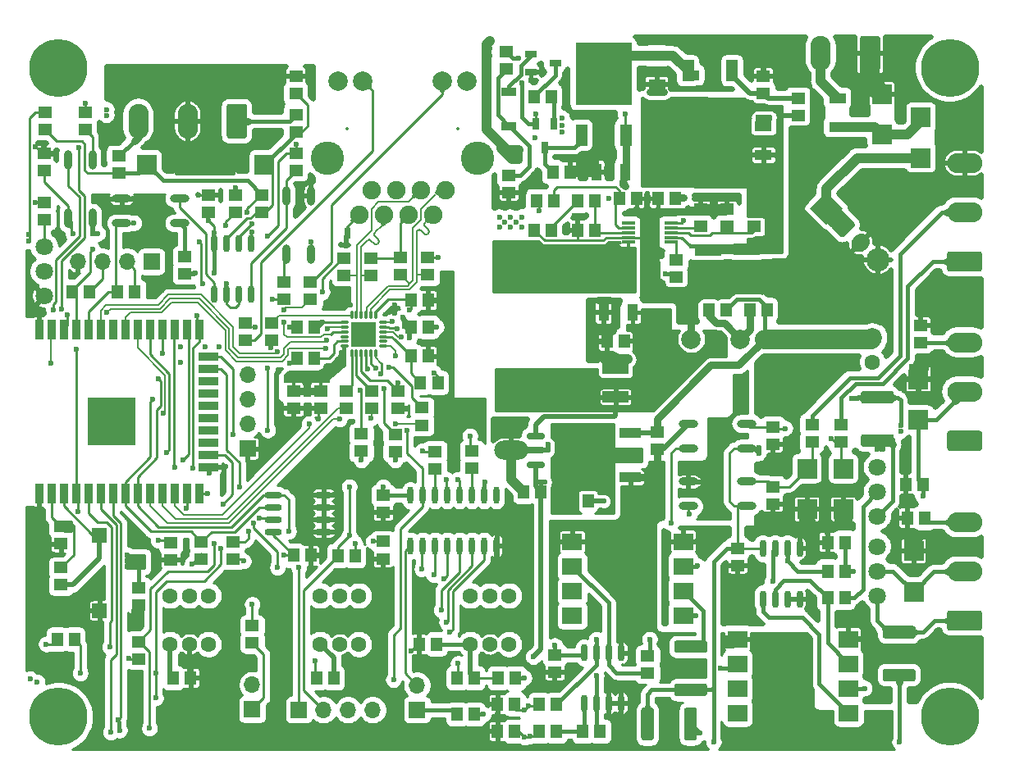
<source format=gbr>
%TF.GenerationSoftware,KiCad,Pcbnew,(5.1.10)-1*%
%TF.CreationDate,2022-06-11T01:01:33+08:00*%
%TF.ProjectId,interface,696e7465-7266-4616-9365-2e6b69636164,rev?*%
%TF.SameCoordinates,Original*%
%TF.FileFunction,Copper,L1,Top*%
%TF.FilePolarity,Positive*%
%FSLAX46Y46*%
G04 Gerber Fmt 4.6, Leading zero omitted, Abs format (unit mm)*
G04 Created by KiCad (PCBNEW (5.1.10)-1) date 2022-06-11 01:01:33*
%MOMM*%
%LPD*%
G01*
G04 APERTURE LIST*
%TA.AperFunction,NonConductor*%
%ADD10C,0.100000*%
%TD*%
%TA.AperFunction,NonConductor*%
%ADD11C,0.000001*%
%TD*%
%TA.AperFunction,SMDPad,CuDef*%
%ADD12O,0.280000X0.900000*%
%TD*%
%TA.AperFunction,SMDPad,CuDef*%
%ADD13O,0.900000X0.280000*%
%TD*%
%TA.AperFunction,SMDPad,CuDef*%
%ADD14R,2.500000X2.500000*%
%TD*%
%TA.AperFunction,SMDPad,CuDef*%
%ADD15R,1.160000X1.470000*%
%TD*%
%TA.AperFunction,SMDPad,CuDef*%
%ADD16R,1.470000X1.160000*%
%TD*%
%TA.AperFunction,ComponentPad*%
%ADD17O,1.700000X1.700000*%
%TD*%
%TA.AperFunction,ComponentPad*%
%ADD18R,1.700000X1.700000*%
%TD*%
%TA.AperFunction,SMDPad,CuDef*%
%ADD19R,1.800000X1.130000*%
%TD*%
%TA.AperFunction,SMDPad,CuDef*%
%ADD20R,0.360000X0.400000*%
%TD*%
%TA.AperFunction,SMDPad,CuDef*%
%ADD21R,5.400000X3.900000*%
%TD*%
%TA.AperFunction,SMDPad,CuDef*%
%ADD22R,0.400000X0.360000*%
%TD*%
%TA.AperFunction,SMDPad,CuDef*%
%ADD23R,2.000000X2.000000*%
%TD*%
%TA.AperFunction,ComponentPad*%
%ADD24C,1.600000*%
%TD*%
%TA.AperFunction,SMDPad,CuDef*%
%ADD25R,1.500000X1.500000*%
%TD*%
%TA.AperFunction,ComponentPad*%
%ADD26O,3.600000X2.080000*%
%TD*%
%TA.AperFunction,ComponentPad*%
%ADD27O,2.080000X3.600000*%
%TD*%
%TA.AperFunction,SMDPad,CuDef*%
%ADD28R,5.800000X6.400000*%
%TD*%
%TA.AperFunction,SMDPad,CuDef*%
%ADD29R,1.200000X2.200000*%
%TD*%
%TA.AperFunction,SMDPad,CuDef*%
%ADD30O,0.700000X1.800000*%
%TD*%
%TA.AperFunction,SMDPad,CuDef*%
%ADD31O,1.800000X0.700000*%
%TD*%
%TA.AperFunction,SMDPad,CuDef*%
%ADD32R,1.250000X0.700000*%
%TD*%
%TA.AperFunction,SMDPad,CuDef*%
%ADD33R,0.700000X1.250000*%
%TD*%
%TA.AperFunction,SMDPad,CuDef*%
%ADD34R,1.500000X0.900000*%
%TD*%
%TA.AperFunction,SMDPad,CuDef*%
%ADD35O,1.900000X0.700000*%
%TD*%
%TA.AperFunction,SMDPad,CuDef*%
%ADD36O,3.500000X2.000000*%
%TD*%
%TA.AperFunction,SMDPad,CuDef*%
%ADD37O,2.100000X0.700000*%
%TD*%
%TA.AperFunction,ComponentPad*%
%ADD38R,1.600000X1.600000*%
%TD*%
%TA.AperFunction,ComponentPad*%
%ADD39C,0.800000*%
%TD*%
%TA.AperFunction,ComponentPad*%
%ADD40C,6.000000*%
%TD*%
%TA.AperFunction,ComponentPad*%
%ADD41C,2.400000*%
%TD*%
%TA.AperFunction,ComponentPad*%
%ADD42C,0.350000*%
%TD*%
%TA.AperFunction,SMDPad,CuDef*%
%ADD43R,0.900000X2.000000*%
%TD*%
%TA.AperFunction,SMDPad,CuDef*%
%ADD44R,2.000000X0.900000*%
%TD*%
%TA.AperFunction,SMDPad,CuDef*%
%ADD45R,5.000000X5.000000*%
%TD*%
%TA.AperFunction,SMDPad,CuDef*%
%ADD46R,1.650000X2.380000*%
%TD*%
%TA.AperFunction,SMDPad,CuDef*%
%ADD47R,1.450000X0.300000*%
%TD*%
%TA.AperFunction,SMDPad,CuDef*%
%ADD48O,2.000000X0.800000*%
%TD*%
%TA.AperFunction,SMDPad,CuDef*%
%ADD49O,0.800000X2.000000*%
%TD*%
%TA.AperFunction,SMDPad,CuDef*%
%ADD50R,2.000000X1.780000*%
%TD*%
%TA.AperFunction,SMDPad,CuDef*%
%ADD51O,0.600000X1.800000*%
%TD*%
%TA.AperFunction,SMDPad,CuDef*%
%ADD52R,2.200000X1.000000*%
%TD*%
%TA.AperFunction,SMDPad,CuDef*%
%ADD53R,2.200000X3.500000*%
%TD*%
%TA.AperFunction,ComponentPad*%
%ADD54C,2.000000*%
%TD*%
%TA.AperFunction,ComponentPad*%
%ADD55C,1.800000*%
%TD*%
%TA.AperFunction,ComponentPad*%
%ADD56C,3.450000*%
%TD*%
%TA.AperFunction,ComponentPad*%
%ADD57C,1.900000*%
%TD*%
%TA.AperFunction,SMDPad,CuDef*%
%ADD58R,2.720000X1.160000*%
%TD*%
%TA.AperFunction,SMDPad,CuDef*%
%ADD59R,1.130000X1.800000*%
%TD*%
%TA.AperFunction,ViaPad*%
%ADD60C,0.600000*%
%TD*%
%TA.AperFunction,Conductor*%
%ADD61C,2.000000*%
%TD*%
%TA.AperFunction,Conductor*%
%ADD62C,0.508000*%
%TD*%
%TA.AperFunction,Conductor*%
%ADD63C,0.381000*%
%TD*%
%TA.AperFunction,Conductor*%
%ADD64C,0.228600*%
%TD*%
%TA.AperFunction,Conductor*%
%ADD65C,1.000000*%
%TD*%
%TA.AperFunction,Conductor*%
%ADD66C,0.254000*%
%TD*%
%TA.AperFunction,Conductor*%
%ADD67C,0.203200*%
%TD*%
%TA.AperFunction,Conductor*%
%ADD68C,0.762000*%
%TD*%
%TA.AperFunction,Conductor*%
%ADD69C,0.350000*%
%TD*%
%TA.AperFunction,Conductor*%
%ADD70C,0.500000*%
%TD*%
%ADD71C,0.300000*%
%ADD72C,0.350000*%
G04 APERTURE END LIST*
D10*
G36*
X34000000Y53500000D02*
G01*
X33500000Y53500000D01*
X33500000Y54500000D01*
X34000000Y54500000D01*
X34000000Y53500000D01*
G37*
X34000000Y53500000D02*
X33500000Y53500000D01*
X33500000Y54500000D01*
X34000000Y54500000D01*
X34000000Y53500000D01*
D11*
G36*
X69810000Y52410000D02*
G01*
X69070000Y52410000D01*
X69070000Y52810000D01*
X69810000Y52810000D01*
X69810000Y52410000D01*
G37*
X69810000Y52410000D02*
X69070000Y52410000D01*
X69070000Y52810000D01*
X69810000Y52810000D01*
X69810000Y52410000D01*
D10*
G36*
X71090000Y52160000D02*
G01*
X70090000Y52160000D01*
X70090000Y52660000D01*
X71090000Y52660000D01*
X71090000Y52160000D01*
G37*
X71090000Y52160000D02*
X70090000Y52160000D01*
X70090000Y52660000D01*
X71090000Y52660000D01*
X71090000Y52160000D01*
D12*
%TO.P,U7,24*%
%TO.N,Net-(R39-Pad1)*%
X34250000Y45500000D03*
%TO.P,U7,23*%
%TO.N,/RXP*%
X34750000Y45500000D03*
%TO.P,U7,22*%
%TO.N,/RXN*%
X35250000Y45500000D03*
%TO.P,U7,21*%
%TO.N,/TXP*%
X35750000Y45500000D03*
%TO.P,U7,20*%
%TO.N,/TXN*%
X36250000Y45500000D03*
%TO.P,U7,19*%
%TO.N,/PHY_VDDA*%
X36750000Y45500000D03*
D13*
%TO.P,U7,18*%
%TO.N,/EMAC_TXD1*%
X37500000Y44750000D03*
%TO.P,U7,17*%
%TO.N,/EMAC_TXD0*%
X37500000Y44250000D03*
%TO.P,U7,16*%
%TO.N,/EMAC_TX_EN*%
X37500000Y43750000D03*
%TO.P,U7,15*%
%TO.N,Net-(C11-Pad1)*%
X37500000Y43250000D03*
%TO.P,U7,14*%
%TO.N,Net-(U7-Pad14)*%
X37500000Y42750000D03*
%TO.P,U7,13*%
%TO.N,/MDC*%
X37500000Y42250000D03*
D12*
%TO.P,U7,12*%
%TO.N,/MDIO*%
X36750000Y41500000D03*
%TO.P,U7,11*%
%TO.N,Net-(R22-Pad1)*%
X36250000Y41500000D03*
%TO.P,U7,10*%
%TO.N,Net-(R32-Pad1)*%
X35750000Y41500000D03*
%TO.P,U7,9*%
%TO.N,+3V3*%
X35250000Y41500000D03*
%TO.P,U7,8*%
%TO.N,Net-(R20-Pad1)*%
X34750000Y41500000D03*
%TO.P,U7,7*%
%TO.N,Net-(R21-Pad1)*%
X34250000Y41500000D03*
D13*
%TO.P,U7,6*%
%TO.N,Net-(C19-Pad1)*%
X33500000Y42250000D03*
%TO.P,U7,5*%
%TO.N,/RMII_TX_CLK*%
X33500000Y42750000D03*
%TO.P,U7,4*%
%TO.N,Net-(U7-Pad4)*%
X33500000Y43250000D03*
%TO.P,U7,3*%
%TO.N,Net-(R36-Pad2)*%
X33500000Y43750000D03*
%TO.P,U7,2*%
%TO.N,Net-(R38-Pad2)*%
X33500000Y44250000D03*
%TO.P,U7,1*%
%TO.N,/PHY_VDDA*%
X33500000Y44750000D03*
D14*
%TO.P,U7,0*%
%TO.N,GND*%
X35500000Y43500000D03*
%TD*%
D15*
%TO.P,C40,2*%
%TO.N,GND*%
X49310000Y2500000D03*
%TO.P,C40,1*%
%TO.N,/POT1*%
X51090000Y2500000D03*
%TD*%
%TO.P,C39,2*%
%TO.N,GND*%
X49300000Y5300000D03*
%TO.P,C39,1*%
%TO.N,/POT2*%
X51080000Y5300000D03*
%TD*%
%TO.P,C29,2*%
%TO.N,GND*%
X41210000Y11500000D03*
%TO.P,C29,1*%
%TO.N,/ADC_Manual*%
X42990000Y11500000D03*
%TD*%
D16*
%TO.P,R3,2*%
%TO.N,GND*%
X37500000Y20310000D03*
%TO.P,R3,1*%
%TO.N,/LMTX2_TDO*%
X37500000Y22090000D03*
%TD*%
D17*
%TO.P,J3,4*%
%TO.N,/SPWM2_TMS*%
X36420000Y4700000D03*
%TO.P,J3,3*%
%TO.N,/SPWM1_TCK*%
X33880000Y4700000D03*
%TO.P,J3,2*%
%TO.N,/LMTX2_TDO*%
X31340000Y4700000D03*
D18*
%TO.P,J3,1*%
%TO.N,/LMTX1_TDI*%
X28800000Y4700000D03*
%TD*%
%TO.P,C4,2*%
%TO.N,GNDPWR*%
%TA.AperFunction,ComponentPad*%
G36*
G01*
X86060660Y53427208D02*
X86272792Y53639340D01*
G75*
G02*
X87474874Y53639340I601041J-601041D01*
G01*
X87474874Y53639340D01*
G75*
G02*
X87474874Y52437258I-601041J-601041D01*
G01*
X87262742Y52225126D01*
G75*
G02*
X86060660Y52225126I-601041J601041D01*
G01*
X86060660Y52225126D01*
G75*
G02*
X86060660Y53427208I601041J601041D01*
G01*
G37*
%TD.AperFunction*%
%TO.P,C4,1*%
%TO.N,Net-(C4-Pad1)*%
%TA.AperFunction,ComponentPad*%
G36*
G01*
X83868629Y54770711D02*
X84929289Y55831371D01*
G75*
G02*
X85282843Y55831371I176777J-176777D01*
G01*
X86131371Y54982843D01*
G75*
G02*
X86131371Y54629289I-176777J-176777D01*
G01*
X85070711Y53568629D01*
G75*
G02*
X84717157Y53568629I-176777J176777D01*
G01*
X83868629Y54417157D01*
G75*
G02*
X83868629Y54770711I176777J176777D01*
G01*
G37*
%TD.AperFunction*%
%TD*%
D19*
%TO.P,J2,2*%
%TO.N,/+24V*%
X69250000Y67260000D03*
%TO.P,J2,1*%
%TO.N,Net-(C20-Pad1)*%
X69250000Y70240000D03*
%TD*%
D16*
%TO.P,C23,2*%
%TO.N,GND*%
X15600000Y20220000D03*
%TO.P,C23,1*%
%TO.N,/ISense1*%
X15600000Y22000000D03*
%TD*%
D15*
%TO.P,C34,2*%
%TO.N,GNDPWR*%
X53110000Y54250000D03*
%TO.P,C34,1*%
%TO.N,Net-(C34-Pad1)*%
X54890000Y54250000D03*
%TD*%
D20*
%TO.P,R16,2*%
%TO.N,/+24V*%
X69820000Y52610000D03*
%TO.P,R16,1*%
%TO.N,Net-(R16-Pad1)*%
X69250000Y52610000D03*
%TD*%
D15*
%TO.P,R70,2*%
%TO.N,+3V3*%
X46890000Y4250000D03*
%TO.P,R70,1*%
%TO.N,Net-(D12-Pad1)*%
X45110000Y4250000D03*
%TD*%
D16*
%TO.P,R69,2*%
%TO.N,+3V3*%
X24000000Y13400000D03*
%TO.P,R69,1*%
%TO.N,Net-(D11-Pad1)*%
X24000000Y11620000D03*
%TD*%
D17*
%TO.P,D12,2*%
%TO.N,/LEDBX*%
X41000000Y7250000D03*
D18*
%TO.P,D12,1*%
%TO.N,Net-(D12-Pad1)*%
X41000000Y4710000D03*
%TD*%
D17*
%TO.P,D11,2*%
%TO.N,/LEDAX_485RW*%
X24000000Y7290000D03*
D18*
%TO.P,D11,1*%
%TO.N,Net-(D11-Pad1)*%
X24000000Y4750000D03*
%TD*%
D16*
%TO.P,R25,1*%
%TO.N,/SDA*%
X22000000Y22040000D03*
%TO.P,R25,2*%
%TO.N,+3V3*%
X22000000Y20260000D03*
%TD*%
%TO.P,C24,2*%
%TO.N,GND*%
X39000000Y35860000D03*
%TO.P,C24,1*%
%TO.N,+3V3*%
X39000000Y37640000D03*
%TD*%
D21*
%TO.P,L2,1*%
%TO.N,Net-(C36-Pad1)*%
X51750000Y49750000D03*
%TO.P,L2,2*%
%TO.N,+12V*%
X51750000Y37750000D03*
%TD*%
D22*
%TO.P,R44,2*%
%TO.N,GNDPWR*%
X33750000Y53715000D03*
%TO.P,R44,1*%
%TO.N,Net-(J6-Pad8)*%
X33750000Y54285000D03*
%TD*%
D16*
%TO.P,F3,2*%
%TO.N,Net-(D8-Pad2)*%
X10250000Y60110000D03*
%TO.P,F3,1*%
%TO.N,/RS485/A485*%
X10250000Y61890000D03*
%TD*%
%TO.P,F2,2*%
%TO.N,Net-(D7-Pad1)*%
X28500000Y64360000D03*
%TO.P,F2,1*%
%TO.N,/RS485/B485*%
X28500000Y66140000D03*
%TD*%
D17*
%TO.P,J8,4*%
%TO.N,GND*%
X5980000Y51000000D03*
%TO.P,J8,3*%
%TO.N,/PROG_TXD*%
X8520000Y51000000D03*
%TO.P,J8,2*%
%TO.N,/PROG_RXD*%
X11060000Y51000000D03*
D18*
%TO.P,J8,1*%
%TO.N,+3V3*%
X13600000Y51000000D03*
%TD*%
D23*
%TO.P,D10,1*%
%TO.N,Net-(C28-Pad1)*%
X92750000Y34650000D03*
%TO.P,D10,2*%
%TO.N,GNDPWR*%
X92750000Y38850000D03*
%TD*%
%TO.P,D3,1*%
%TO.N,Net-(C27-Pad1)*%
X92250000Y16900000D03*
%TO.P,D3,2*%
%TO.N,GNDPWR*%
X92250000Y21100000D03*
%TD*%
D24*
%TO.P,SW4,4*%
%TO.N,N/C*%
X46500000Y16500000D03*
%TO.P,SW4,5*%
X48500000Y16500000D03*
%TO.P,SW4,6*%
X50500000Y16500000D03*
%TO.P,SW4,1*%
%TO.N,/ADC_Manual*%
X46500000Y11500000D03*
%TO.P,SW4,2*%
%TO.N,GND*%
X48500000Y11500000D03*
%TO.P,SW4,3*%
%TO.N,N/C*%
X50500000Y11500000D03*
%TD*%
%TO.P,SW3,4*%
%TO.N,N/C*%
X31000000Y16500000D03*
%TO.P,SW3,5*%
X33000000Y16500000D03*
%TO.P,SW3,6*%
X35000000Y16500000D03*
%TO.P,SW3,1*%
%TO.N,Net-(R15-Pad1)*%
X31000000Y11500000D03*
%TO.P,SW3,2*%
%TO.N,GND*%
X33000000Y11500000D03*
%TO.P,SW3,3*%
%TO.N,N/C*%
X35000000Y11500000D03*
%TD*%
%TO.P,SW2,4*%
%TO.N,N/C*%
X15500000Y16500000D03*
%TO.P,SW2,5*%
X17500000Y16500000D03*
%TO.P,SW2,6*%
X19500000Y16500000D03*
%TO.P,SW2,1*%
%TO.N,Net-(R26-Pad1)*%
X15500000Y11500000D03*
%TO.P,SW2,2*%
%TO.N,GND*%
X17500000Y11500000D03*
%TO.P,SW2,3*%
%TO.N,N/C*%
X19500000Y11500000D03*
%TD*%
D25*
%TO.P,SW1,1*%
%TO.N,GND*%
X8250000Y14950000D03*
%TO.P,SW1,2*%
%TO.N,Net-(R2-Pad2)*%
X8250000Y22750000D03*
%TD*%
D15*
%TO.P,R15,2*%
%TO.N,/ADC_Manual*%
X46890000Y8000000D03*
%TO.P,R15,1*%
%TO.N,Net-(R15-Pad1)*%
X45110000Y8000000D03*
%TD*%
%TO.P,R53,2*%
%TO.N,+12V*%
%TA.AperFunction,SMDPad,CuDef*%
G36*
G01*
X89299999Y8925000D02*
X92200001Y8925000D01*
G75*
G02*
X92450000Y8675001I0J-249999D01*
G01*
X92450000Y7874999D01*
G75*
G02*
X92200001Y7625000I-249999J0D01*
G01*
X89299999Y7625000D01*
G75*
G02*
X89050000Y7874999I0J249999D01*
G01*
X89050000Y8675001D01*
G75*
G02*
X89299999Y8925000I249999J0D01*
G01*
G37*
%TD.AperFunction*%
%TO.P,R53,1*%
%TO.N,Net-(J11-Pad1)*%
%TA.AperFunction,SMDPad,CuDef*%
G36*
G01*
X89299999Y13375000D02*
X92200001Y13375000D01*
G75*
G02*
X92450000Y13125001I0J-249999D01*
G01*
X92450000Y12324999D01*
G75*
G02*
X92200001Y12075000I-249999J0D01*
G01*
X89299999Y12075000D01*
G75*
G02*
X89050000Y12324999I0J249999D01*
G01*
X89050000Y13125001D01*
G75*
G02*
X89299999Y13375000I249999J0D01*
G01*
G37*
%TD.AperFunction*%
%TD*%
%TO.P,R30,2*%
%TO.N,+12V*%
%TA.AperFunction,SMDPad,CuDef*%
G36*
G01*
X89950001Y36325000D02*
X87049999Y36325000D01*
G75*
G02*
X86800000Y36574999I0J249999D01*
G01*
X86800000Y37375001D01*
G75*
G02*
X87049999Y37625000I249999J0D01*
G01*
X89950001Y37625000D01*
G75*
G02*
X90200000Y37375001I0J-249999D01*
G01*
X90200000Y36574999D01*
G75*
G02*
X89950001Y36325000I-249999J0D01*
G01*
G37*
%TD.AperFunction*%
%TO.P,R30,1*%
%TO.N,Net-(J9-Pad1)*%
%TA.AperFunction,SMDPad,CuDef*%
G36*
G01*
X89950001Y31875000D02*
X87049999Y31875000D01*
G75*
G02*
X86800000Y32124999I0J249999D01*
G01*
X86800000Y32925001D01*
G75*
G02*
X87049999Y33175000I249999J0D01*
G01*
X89950001Y33175000D01*
G75*
G02*
X90200000Y32925001I0J-249999D01*
G01*
X90200000Y32124999D01*
G75*
G02*
X89950001Y31875000I-249999J0D01*
G01*
G37*
%TD.AperFunction*%
%TD*%
D26*
%TO.P,J9,3*%
%TO.N,Net-(J9-Pad3)*%
X97500000Y42660000D03*
%TO.P,J9,2*%
%TO.N,Net-(C28-Pad1)*%
X97500000Y37580000D03*
%TO.P,J9,1*%
%TO.N,Net-(J9-Pad1)*%
%TA.AperFunction,ComponentPad*%
G36*
G01*
X99050002Y31460000D02*
X95949998Y31460000D01*
G75*
G02*
X95700000Y31709998I0J249998D01*
G01*
X95700000Y33290002D01*
G75*
G02*
X95949998Y33540000I249998J0D01*
G01*
X99050002Y33540000D01*
G75*
G02*
X99300000Y33290002I0J-249998D01*
G01*
X99300000Y31709998D01*
G75*
G02*
X99050002Y31460000I-249998J0D01*
G01*
G37*
%TD.AperFunction*%
%TD*%
D27*
%TO.P,J12,3*%
%TO.N,/RS485/A485*%
X12250000Y65500000D03*
%TO.P,J12,2*%
%TO.N,GNDPWR*%
X17330000Y65500000D03*
%TO.P,J12,1*%
%TO.N,/RS485/B485*%
%TA.AperFunction,ComponentPad*%
G36*
G01*
X23450000Y67050002D02*
X23450000Y63949998D01*
G75*
G02*
X23200002Y63700000I-249998J0D01*
G01*
X21619998Y63700000D01*
G75*
G02*
X21370000Y63949998I0J249998D01*
G01*
X21370000Y67050002D01*
G75*
G02*
X21619998Y67300000I249998J0D01*
G01*
X23200002Y67300000D01*
G75*
G02*
X23450000Y67050002I0J-249998D01*
G01*
G37*
%TD.AperFunction*%
%TD*%
D26*
%TO.P,J11,3*%
%TO.N,Net-(J11-Pad3)*%
X97500000Y24080000D03*
%TO.P,J11,2*%
%TO.N,Net-(C27-Pad1)*%
X97500000Y19000000D03*
%TO.P,J11,1*%
%TO.N,Net-(J11-Pad1)*%
%TA.AperFunction,ComponentPad*%
G36*
G01*
X99050002Y12880000D02*
X95949998Y12880000D01*
G75*
G02*
X95700000Y13129998I0J249998D01*
G01*
X95700000Y14710002D01*
G75*
G02*
X95949998Y14960000I249998J0D01*
G01*
X99050002Y14960000D01*
G75*
G02*
X99300000Y14710002I0J-249998D01*
G01*
X99300000Y13129998D01*
G75*
G02*
X99050002Y12880000I-249998J0D01*
G01*
G37*
%TD.AperFunction*%
%TD*%
%TO.P,J10,3*%
%TO.N,GNDPWR*%
X97500000Y61160000D03*
%TO.P,J10,2*%
%TO.N,Net-(J10-Pad2)*%
X97500000Y56080000D03*
%TO.P,J10,1*%
%TO.N,Net-(J10-Pad1)*%
%TA.AperFunction,ComponentPad*%
G36*
G01*
X99050002Y49960000D02*
X95949998Y49960000D01*
G75*
G02*
X95700000Y50209998I0J249998D01*
G01*
X95700000Y51790002D01*
G75*
G02*
X95949998Y52040000I249998J0D01*
G01*
X99050002Y52040000D01*
G75*
G02*
X99300000Y51790002I0J-249998D01*
G01*
X99300000Y50209998D01*
G75*
G02*
X99050002Y49960000I-249998J0D01*
G01*
G37*
%TD.AperFunction*%
%TD*%
D27*
%TO.P,J1,2*%
%TO.N,VAC*%
X82670000Y72500000D03*
%TO.P,J1,1*%
%TO.N,GNDPWR*%
%TA.AperFunction,ComponentPad*%
G36*
G01*
X88790000Y74050002D02*
X88790000Y70949998D01*
G75*
G02*
X88540002Y70700000I-249998J0D01*
G01*
X86959998Y70700000D01*
G75*
G02*
X86710000Y70949998I0J249998D01*
G01*
X86710000Y74050002D01*
G75*
G02*
X86959998Y74300000I249998J0D01*
G01*
X88540002Y74300000D01*
G75*
G02*
X88790000Y74050002I0J-249998D01*
G01*
G37*
%TD.AperFunction*%
%TD*%
D28*
%TO.P,U3,2*%
%TO.N,/+24V*%
X71250000Y64400000D03*
D29*
%TO.P,U3,3*%
%TO.N,Net-(C20-Pad1)*%
X68970000Y70700000D03*
%TO.P,U3,1*%
%TO.N,Net-(R12-Pad1)*%
X73530000Y70700000D03*
%TD*%
D28*
%TO.P,Q2,2*%
%TO.N,Net-(C20-Pad1)*%
X60250000Y70350000D03*
D29*
%TO.P,Q2,3*%
%TO.N,Net-(C4-Pad1)*%
X62530000Y64050000D03*
%TO.P,Q2,1*%
%TO.N,Net-(Q1-Pad3)*%
X57970000Y64050000D03*
%TD*%
D19*
%TO.P,C38,2*%
%TO.N,GNDPWR*%
X76750000Y64990000D03*
%TO.P,C38,1*%
%TO.N,/+24V*%
X76750000Y62010000D03*
%TD*%
%TO.P,C20,2*%
%TO.N,GNDPWR*%
X65750000Y69260000D03*
%TO.P,C20,1*%
%TO.N,Net-(C20-Pad1)*%
X65750000Y72240000D03*
%TD*%
D30*
%TO.P,U17,8*%
%TO.N,+3V3*%
X58245000Y10600000D03*
%TO.P,U17,7*%
%TO.N,Net-(R45-Pad1)*%
X59515000Y10600000D03*
%TO.P,U17,6*%
%TO.N,Net-(R46-Pad2)*%
X60785000Y10600000D03*
%TO.P,U17,5*%
%TO.N,GND*%
X62055000Y10600000D03*
%TO.P,U17,4*%
X62055000Y5400000D03*
%TO.P,U17,3*%
X60785000Y5400000D03*
%TO.P,U17,2*%
%TO.N,Net-(R37-Pad2)*%
X59515000Y5400000D03*
%TO.P,U17,1*%
%TO.N,Net-(R34-Pad1)*%
X58245000Y5400000D03*
%TD*%
%TO.P,U14,8*%
%TO.N,+12V*%
X76695000Y21350000D03*
%TO.P,U14,7*%
%TO.N,Net-(U14-Pad7)*%
X77965000Y21350000D03*
%TO.P,U14,6*%
%TO.N,Net-(R50-Pad1)*%
X79235000Y21350000D03*
%TO.P,U14,5*%
%TO.N,GNDPWR*%
X80505000Y21350000D03*
%TO.P,U14,4*%
X80505000Y16150000D03*
%TO.P,U14,3*%
X79235000Y16150000D03*
%TO.P,U14,2*%
%TO.N,Net-(R29-Pad1)*%
X77965000Y16150000D03*
%TO.P,U14,1*%
%TO.N,Net-(U14-Pad1)*%
X76695000Y16150000D03*
%TD*%
D31*
%TO.P,U13,8*%
%TO.N,+3V3*%
X26150000Y23095000D03*
%TO.P,U13,7*%
%TO.N,/BOOT_WP*%
X26150000Y24365000D03*
%TO.P,U13,6*%
%TO.N,/SCL*%
X26150000Y25635000D03*
%TO.P,U13,5*%
%TO.N,/SDA*%
X26150000Y26905000D03*
%TO.P,U13,4*%
%TO.N,GND*%
X31350000Y26905000D03*
%TO.P,U13,3*%
X31350000Y25635000D03*
%TO.P,U13,2*%
X31350000Y24365000D03*
%TO.P,U13,1*%
X31350000Y23095000D03*
%TD*%
%TO.P,R48,2*%
%TO.N,+12V*%
%TA.AperFunction,SMDPad,CuDef*%
G36*
G01*
X67799999Y7425000D02*
X70700001Y7425000D01*
G75*
G02*
X70950000Y7175001I0J-249999D01*
G01*
X70950000Y6374999D01*
G75*
G02*
X70700001Y6125000I-249999J0D01*
G01*
X67799999Y6125000D01*
G75*
G02*
X67550000Y6374999I0J249999D01*
G01*
X67550000Y7175001D01*
G75*
G02*
X67799999Y7425000I249999J0D01*
G01*
G37*
%TD.AperFunction*%
%TO.P,R48,1*%
%TO.N,Net-(R48-Pad1)*%
%TA.AperFunction,SMDPad,CuDef*%
G36*
G01*
X67799999Y11875000D02*
X70700001Y11875000D01*
G75*
G02*
X70950000Y11625001I0J-249999D01*
G01*
X70950000Y10824999D01*
G75*
G02*
X70700001Y10575000I-249999J0D01*
G01*
X67799999Y10575000D01*
G75*
G02*
X67550000Y10824999I0J249999D01*
G01*
X67550000Y11625001D01*
G75*
G02*
X67799999Y11875000I249999J0D01*
G01*
G37*
%TD.AperFunction*%
%TD*%
D32*
%TO.P,Q3,3*%
%TO.N,Net-(Q3-Pad3)*%
X55250000Y71500000D03*
%TO.P,Q3,2*%
%TO.N,GNDPWR*%
X52750000Y70550000D03*
%TO.P,Q3,1*%
%TO.N,Net-(D4-Pad2)*%
X52750000Y72450000D03*
%TD*%
D33*
%TO.P,Q1,3*%
%TO.N,Net-(Q1-Pad3)*%
X54200000Y62750000D03*
%TO.P,Q1,2*%
%TO.N,Net-(C4-Pad1)*%
X53250000Y65250000D03*
%TO.P,Q1,1*%
%TO.N,Net-(Q1-Pad1)*%
X55150000Y65250000D03*
%TD*%
D34*
%TO.P,D4,1*%
%TO.N,Net-(D4-Pad1)*%
X50500000Y65000000D03*
%TO.P,D4,2*%
%TO.N,Net-(D4-Pad2)*%
X50500000Y68500000D03*
%TD*%
D15*
%TO.P,C10,2*%
%TO.N,GNDPWR*%
X60610000Y42750000D03*
%TO.P,C10,1*%
%TO.N,+12V*%
X62390000Y42750000D03*
%TD*%
D35*
%TO.P,U4,3*%
%TO.N,+12V*%
X53250000Y33000000D03*
D36*
%TO.P,U4,2*%
%TO.N,GNDPWR*%
X50750000Y31500000D03*
D37*
X53150000Y31500000D03*
D35*
%TO.P,U4,1*%
%TO.N,+5VD*%
X53250000Y30000000D03*
%TD*%
D24*
%TO.P,C2,2*%
%TO.N,GND*%
X88000000Y40600000D03*
D38*
%TO.P,C2,1*%
%TO.N,+5V*%
X88000000Y43100000D03*
%TD*%
D30*
%TO.P,U21,8*%
%TO.N,+5VD*%
X20095000Y52850000D03*
%TO.P,U21,7*%
%TO.N,Net-(D7-Pad1)*%
X21365000Y52850000D03*
%TO.P,U21,6*%
%TO.N,Net-(D8-Pad2)*%
X22635000Y52850000D03*
%TO.P,U21,5*%
%TO.N,GNDPWR*%
X23905000Y52850000D03*
%TO.P,U21,4*%
%TO.N,Net-(R58-Pad2)*%
X23905000Y47650000D03*
%TO.P,U21,3*%
%TO.N,Net-(R59-Pad1)*%
X22635000Y47650000D03*
%TO.P,U21,2*%
X21365000Y47650000D03*
%TO.P,U21,1*%
%TO.N,Net-(U20-Pad2)*%
X20095000Y47650000D03*
%TD*%
D39*
%TO.P,SC4,1*%
%TO.N,Net-(SC4-Pad1)*%
X98056810Y5187500D03*
X98056810Y2812500D03*
X96000000Y1625000D03*
X93943190Y2812500D03*
X93943190Y5187500D03*
X96000000Y6375000D03*
D40*
X96000000Y4000000D03*
%TD*%
D39*
%TO.P,SC3,1*%
%TO.N,Net-(SC3-Pad1)*%
X6056810Y5187500D03*
X6056810Y2812500D03*
X4000000Y1625000D03*
X1943190Y2812500D03*
X1943190Y5187500D03*
X4000000Y6375000D03*
D40*
X4000000Y4000000D03*
%TD*%
D39*
%TO.P,SC2,1*%
%TO.N,Net-(SC2-Pad1)*%
X98056810Y72187500D03*
X98056810Y69812500D03*
X96000000Y68625000D03*
X93943190Y69812500D03*
X93943190Y72187500D03*
X96000000Y73375000D03*
D40*
X96000000Y71000000D03*
%TD*%
D39*
%TO.P,SC1,1*%
%TO.N,Net-(SC1-Pad1)*%
X6056810Y72187500D03*
X6056810Y69812500D03*
X4000000Y68625000D03*
X1943190Y69812500D03*
X1943190Y72187500D03*
X4000000Y73375000D03*
D40*
X4000000Y71000000D03*
%TD*%
D41*
%TO.P,C5,2*%
%TO.N,GNDPWR*%
X88553301Y51196699D03*
%TA.AperFunction,ComponentPad*%
D42*
%TO.P,C5,1*%
%TO.N,Net-(C4-Pad1)*%
G36*
X81552944Y56500000D02*
G01*
X83250000Y58197056D01*
X84947056Y56500000D01*
X83250000Y54802944D01*
X81552944Y56500000D01*
G37*
%TD.AperFunction*%
%TD*%
D43*
%TO.P,U2,38*%
%TO.N,GND*%
X1995000Y44000000D03*
%TO.P,U2,37*%
%TO.N,/MDC*%
X3265000Y44000000D03*
%TO.P,U2,36*%
%TO.N,/EMAC_TXD1*%
X4535000Y44000000D03*
%TO.P,U2,35*%
%TO.N,/485TXD*%
X5805000Y44000000D03*
%TO.P,U2,34*%
%TO.N,/485RXD*%
X7075000Y44000000D03*
%TO.P,U2,33*%
%TO.N,/EMAC_TX_EN*%
X8345000Y44000000D03*
%TO.P,U2,32*%
%TO.N,Net-(U2-Pad32)*%
X9615000Y44000000D03*
%TO.P,U2,31*%
%TO.N,/EMAC_TXD0*%
X10885000Y44000000D03*
%TO.P,U2,30*%
%TO.N,/MDIO*%
X12155000Y44000000D03*
%TO.P,U2,29*%
%TO.N,/SER*%
X13425000Y44000000D03*
%TO.P,U2,28*%
%TO.N,/EMAC_CLK_OUT_180*%
X14695000Y44000000D03*
%TO.P,U2,27*%
%TO.N,/OE*%
X15965000Y44000000D03*
%TO.P,U2,26*%
%TO.N,/RCLK*%
X17235000Y44000000D03*
%TO.P,U2,25*%
%TO.N,/BOOT_WP*%
X18505000Y44000000D03*
D44*
%TO.P,U2,24*%
%TO.N,/SRCLK*%
X19505000Y41215000D03*
%TO.P,U2,23*%
%TO.N,/LMTX2_TDO*%
X19505000Y39945000D03*
%TO.P,U2,22*%
%TO.N,Net-(U2-Pad22)*%
X19505000Y38675000D03*
%TO.P,U2,21*%
%TO.N,Net-(U2-Pad21)*%
X19505000Y37405000D03*
%TO.P,U2,20*%
%TO.N,Net-(U2-Pad20)*%
X19505000Y36135000D03*
%TO.P,U2,19*%
%TO.N,Net-(U2-Pad19)*%
X19505000Y34865000D03*
%TO.P,U2,18*%
%TO.N,Net-(U2-Pad18)*%
X19505000Y33595000D03*
%TO.P,U2,17*%
%TO.N,Net-(U2-Pad17)*%
X19505000Y32325000D03*
%TO.P,U2,16*%
%TO.N,/SPWM1_TCK*%
X19505000Y31055000D03*
%TO.P,U2,15*%
%TO.N,GND*%
X19505000Y29785000D03*
D43*
%TO.P,U2,14*%
%TO.N,/LMTX1_TDI*%
X18505000Y27000000D03*
%TO.P,U2,13*%
%TO.N,/SPWM2_TMS*%
X17235000Y27000000D03*
%TO.P,U2,12*%
%TO.N,/EMAC_RX_DRV*%
X15965000Y27000000D03*
%TO.P,U2,11*%
%TO.N,/EMAC_RXD1*%
X14695000Y27000000D03*
%TO.P,U2,10*%
%TO.N,/EMAC_RXD0*%
X13425000Y27000000D03*
%TO.P,U2,9*%
%TO.N,/SDA*%
X12155000Y27000000D03*
%TO.P,U2,8*%
%TO.N,/SCL*%
X10885000Y27000000D03*
%TO.P,U2,7*%
%TO.N,/POT2*%
X9615000Y27000000D03*
%TO.P,U2,6*%
%TO.N,/POT1*%
X8345000Y27000000D03*
%TO.P,U2,5*%
%TO.N,/ADC_Manual*%
X7075000Y27000000D03*
%TO.P,U2,4*%
%TO.N,/ISense1*%
X5805000Y27000000D03*
%TO.P,U2,3*%
%TO.N,Net-(R2-Pad2)*%
X4535000Y27000000D03*
%TO.P,U2,2*%
%TO.N,+3V3*%
X3265000Y27000000D03*
%TO.P,U2,1*%
%TO.N,GND*%
X1995000Y27000000D03*
D45*
%TO.P,U2,39*%
X9495000Y34500000D03*
%TD*%
D46*
%TO.P,U22,11*%
%TO.N,GNDPWR*%
X65000000Y54000000D03*
D47*
%TO.P,U22,10*%
%TO.N,Net-(C36-Pad1)*%
X62800000Y53000000D03*
%TO.P,U22,9*%
%TO.N,GNDPWR*%
X62800000Y53500000D03*
%TO.P,U22,8*%
%TO.N,Net-(C33-Pad1)*%
X62800000Y54000000D03*
%TO.P,U22,7*%
%TO.N,Net-(R67-Pad2)*%
X62800000Y54500000D03*
%TO.P,U22,5*%
%TO.N,Net-(R66-Pad1)*%
X67200000Y55000000D03*
%TO.P,U22,4*%
%TO.N,Net-(C35-Pad1)*%
X67200000Y54500000D03*
%TO.P,U22,3*%
%TO.N,Net-(R63-Pad2)*%
X67200000Y54000000D03*
%TO.P,U22,2*%
%TO.N,Net-(R16-Pad1)*%
X67200000Y53500000D03*
%TO.P,U22,6*%
%TO.N,Net-(U22-Pad6)*%
X62800000Y55000000D03*
%TO.P,U22,1*%
%TO.N,Net-(C36-Pad2)*%
X67200000Y53000000D03*
%TD*%
D48*
%TO.P,U20,4*%
%TO.N,/485RXD*%
X10500000Y54980000D03*
%TO.P,U20,3*%
%TO.N,GND*%
X10500000Y57520000D03*
%TO.P,U20,2*%
%TO.N,Net-(U20-Pad2)*%
X16500000Y57520000D03*
%TO.P,U20,1*%
%TO.N,Net-(R57-Pad1)*%
X16500000Y54980000D03*
%TD*%
D49*
%TO.P,U19,4*%
%TO.N,+5VD*%
X7520000Y55500000D03*
%TO.P,U19,3*%
%TO.N,Net-(R59-Pad1)*%
X4980000Y55500000D03*
%TO.P,U19,2*%
%TO.N,/LEDAX_485RW*%
X4980000Y61500000D03*
%TO.P,U19,1*%
%TO.N,Net-(R55-Pad2)*%
X7520000Y61500000D03*
%TD*%
%TO.P,U18,4*%
%TO.N,Net-(R58-Pad2)*%
X27530000Y57750000D03*
%TO.P,U18,3*%
%TO.N,GNDPWR*%
X30070000Y57750000D03*
%TO.P,U18,2*%
%TO.N,/485TXD*%
X30070000Y51750000D03*
%TO.P,U18,1*%
%TO.N,Net-(R54-Pad2)*%
X27530000Y51750000D03*
%TD*%
D50*
%TO.P,U15,8*%
%TO.N,Net-(U15-Pad8)*%
X74060000Y4390000D03*
%TO.P,U15,4*%
%TO.N,GNDPWR*%
X85540000Y12010000D03*
%TO.P,U15,7*%
%TO.N,Net-(U15-Pad7)*%
X74060000Y6930000D03*
%TO.P,U15,3*%
%TO.N,Net-(R29-Pad1)*%
X85540000Y9470000D03*
%TO.P,U15,6*%
%TO.N,Net-(R37-Pad2)*%
X74060000Y9470000D03*
%TO.P,U15,2*%
%TO.N,Net-(R28-Pad1)*%
X85540000Y6930000D03*
%TO.P,U15,5*%
%TO.N,GND*%
X74060000Y12010000D03*
%TO.P,U15,1*%
%TO.N,Net-(U14-Pad1)*%
X85540000Y4390000D03*
%TD*%
D48*
%TO.P,U12,4*%
%TO.N,/LMTX2_TDO*%
X69000000Y25730000D03*
%TO.P,U12,3*%
%TO.N,GND*%
X69000000Y28270000D03*
%TO.P,U12,2*%
%TO.N,Net-(C26-Pad1)*%
X75000000Y28270000D03*
%TO.P,U12,1*%
%TO.N,+12V*%
X75000000Y25730000D03*
%TD*%
D51*
%TO.P,U11,1*%
%TO.N,/LEDBX*%
X40305000Y21650000D03*
%TO.P,U11,2*%
%TO.N,/RELOUT1*%
X41575000Y21650000D03*
%TO.P,U11,3*%
%TO.N,/RELOUT2*%
X42845000Y21650000D03*
%TO.P,U11,4*%
%TO.N,/RELOUT3*%
X44115000Y21650000D03*
%TO.P,U11,5*%
%TO.N,/RELOUT4*%
X45385000Y21650000D03*
%TO.P,U11,6*%
%TO.N,/RELOUT5*%
X46655000Y21650000D03*
%TO.P,U11,7*%
%TO.N,/RELOUT6*%
X47925000Y21650000D03*
%TO.P,U11,8*%
%TO.N,GND*%
X49195000Y21650000D03*
%TO.P,U11,9*%
%TO.N,Net-(U11-Pad9)*%
X49195000Y26850000D03*
%TO.P,U11,10*%
%TO.N,+3V3*%
X47925000Y26850000D03*
%TO.P,U11,11*%
%TO.N,Net-(R6-Pad2)*%
X46655000Y26850000D03*
%TO.P,U11,12*%
%TO.N,/RCLK*%
X45385000Y26850000D03*
%TO.P,U11,13*%
%TO.N,/OE*%
X44115000Y26850000D03*
%TO.P,U11,14*%
%TO.N,Net-(R4-Pad2)*%
X42845000Y26850000D03*
%TO.P,U11,15*%
%TO.N,/LEDAX_485RW*%
X41575000Y26850000D03*
%TO.P,U11,16*%
%TO.N,+3V3*%
X40305000Y26850000D03*
%TD*%
D48*
%TO.P,U10,4*%
%TO.N,/LMTX1_TDI*%
X69000000Y31730000D03*
%TO.P,U10,3*%
%TO.N,GND*%
X69000000Y34270000D03*
%TO.P,U10,2*%
%TO.N,Net-(C25-Pad1)*%
X75000000Y34270000D03*
%TO.P,U10,1*%
%TO.N,+12V*%
X75000000Y31730000D03*
%TD*%
D50*
%TO.P,U9,8*%
%TO.N,Net-(U9-Pad8)*%
X57010000Y14440000D03*
%TO.P,U9,4*%
%TO.N,GNDPWR*%
X68490000Y22060000D03*
%TO.P,U9,7*%
%TO.N,Net-(U9-Pad7)*%
X57010000Y16980000D03*
%TO.P,U9,3*%
%TO.N,Net-(R50-Pad1)*%
X68490000Y19520000D03*
%TO.P,U9,6*%
%TO.N,Net-(R46-Pad2)*%
X57010000Y19520000D03*
%TO.P,U9,2*%
%TO.N,Net-(R48-Pad1)*%
X68490000Y16980000D03*
%TO.P,U9,5*%
%TO.N,GND*%
X57010000Y22060000D03*
%TO.P,U9,1*%
%TO.N,Net-(U14-Pad7)*%
X68490000Y14440000D03*
%TD*%
D17*
%TO.P,U6,4*%
%TO.N,/SDA*%
X23500000Y39310000D03*
%TO.P,U6,3*%
%TO.N,/SCL*%
X23500000Y36770000D03*
%TO.P,U6,2*%
%TO.N,+3V3*%
X23500000Y34230000D03*
D18*
%TO.P,U6,1*%
%TO.N,GND*%
X23500000Y31690000D03*
%TD*%
D52*
%TO.P,U5,3*%
%TO.N,+5V*%
X63000000Y33300000D03*
D53*
%TO.P,U5,2*%
%TO.N,+3V3*%
X57000000Y31000000D03*
D52*
X63000000Y31000000D03*
%TO.P,U5,1*%
%TO.N,GND*%
X63000000Y28700000D03*
%TD*%
D54*
%TO.P,U1,4*%
%TO.N,+5V*%
X76910000Y43000000D03*
%TO.P,U1,1*%
%TO.N,+12V*%
X71830000Y43000000D03*
%TO.P,U1,4*%
%TO.N,+5V*%
X79450000Y43000000D03*
%TO.P,U1,3*%
%TO.N,GND*%
X74370000Y43000000D03*
%TO.P,U1,2*%
%TO.N,GNDPWR*%
X69290000Y43000000D03*
%TO.P,U1,1*%
%TO.N,+12V*%
X66750000Y43000000D03*
%TD*%
D15*
%TO.P,R68,2*%
%TO.N,GNDPWR*%
X63640000Y57500000D03*
%TO.P,R68,1*%
%TO.N,Net-(R67-Pad2)*%
X61860000Y57500000D03*
%TD*%
%TO.P,R67,2*%
%TO.N,Net-(R67-Pad2)*%
X55140000Y57250000D03*
%TO.P,R67,1*%
%TO.N,+12V*%
X53360000Y57250000D03*
%TD*%
%TO.P,R66,2*%
%TO.N,GNDPWR*%
X65860000Y57500000D03*
%TO.P,R66,1*%
%TO.N,Net-(R66-Pad1)*%
X67640000Y57500000D03*
%TD*%
%TO.P,R65,2*%
%TO.N,Net-(C34-Pad1)*%
X57610000Y57250000D03*
%TO.P,R65,1*%
%TO.N,Net-(C33-Pad1)*%
X59390000Y57250000D03*
%TD*%
D16*
%TO.P,R64,2*%
%TO.N,GNDPWR*%
X73000000Y56390000D03*
%TO.P,R64,1*%
%TO.N,Net-(R63-Pad2)*%
X73000000Y54610000D03*
%TD*%
%TO.P,R63,2*%
%TO.N,Net-(R63-Pad2)*%
X75750000Y54610000D03*
%TO.P,R63,1*%
%TO.N,/+24V*%
X75750000Y56390000D03*
%TD*%
%TO.P,R62,1*%
%TO.N,+5VD*%
X2650000Y66390000D03*
%TO.P,R62,2*%
%TO.N,Net-(D8-Pad2)*%
X2650000Y64610000D03*
%TD*%
%TO.P,R61,1*%
%TO.N,Net-(D8-Pad2)*%
X25000000Y57890000D03*
%TO.P,R61,2*%
%TO.N,Net-(D7-Pad1)*%
X25000000Y56110000D03*
%TD*%
%TO.P,R60,1*%
%TO.N,Net-(D7-Pad1)*%
X28500000Y68360000D03*
%TO.P,R60,2*%
%TO.N,GNDPWR*%
X28500000Y70140000D03*
%TD*%
%TO.P,R59,1*%
%TO.N,Net-(R59-Pad1)*%
X2500000Y60360000D03*
%TO.P,R59,2*%
%TO.N,GNDPWR*%
X2500000Y62140000D03*
%TD*%
%TO.P,R58,1*%
%TO.N,+5VD*%
X28500000Y62140000D03*
%TO.P,R58,2*%
%TO.N,Net-(R58-Pad2)*%
X28500000Y60360000D03*
%TD*%
%TO.P,R57,1*%
%TO.N,Net-(R57-Pad1)*%
X17000000Y51530000D03*
%TO.P,R57,2*%
%TO.N,+5VD*%
X17000000Y49750000D03*
%TD*%
%TO.P,R56,1*%
%TO.N,+3V3*%
X22250000Y57890000D03*
%TO.P,R56,2*%
%TO.N,/485RXD*%
X22250000Y56110000D03*
%TD*%
%TO.P,R55,1*%
%TO.N,+3V3*%
X6750000Y66390000D03*
%TO.P,R55,2*%
%TO.N,Net-(R55-Pad2)*%
X6750000Y64610000D03*
%TD*%
%TO.P,R54,1*%
%TO.N,+3V3*%
X27250000Y47110000D03*
%TO.P,R54,2*%
%TO.N,Net-(R54-Pad2)*%
X27250000Y48890000D03*
%TD*%
%TO.P,R52,2*%
%TO.N,GNDPWR*%
X93000000Y44390000D03*
%TO.P,R52,1*%
%TO.N,Net-(J9-Pad3)*%
X93000000Y42610000D03*
%TD*%
D15*
%TO.P,R51,2*%
%TO.N,GNDPWR*%
X91610000Y24500000D03*
%TO.P,R51,1*%
%TO.N,Net-(J11-Pad3)*%
X93390000Y24500000D03*
%TD*%
%TO.P,R50,2*%
%TO.N,Net-(C27-Pad1)*%
X85140000Y19000000D03*
%TO.P,R50,1*%
%TO.N,Net-(R50-Pad1)*%
X83360000Y19000000D03*
%TD*%
D16*
%TO.P,R49,2*%
%TO.N,Net-(J10-Pad2)*%
X81750000Y34140000D03*
%TO.P,R49,1*%
%TO.N,Net-(C26-Pad1)*%
X81750000Y32360000D03*
%TD*%
D15*
%TO.P,R47,1*%
%TO.N,+3V3*%
X34590000Y20600000D03*
%TO.P,R47,2*%
%TO.N,/LMTX2_TDO*%
X32810000Y20600000D03*
%TD*%
D16*
%TO.P,R46,2*%
%TO.N,Net-(R46-Pad2)*%
X64800000Y8510000D03*
%TO.P,R46,1*%
%TO.N,Net-(R45-Pad1)*%
X64800000Y10290000D03*
%TD*%
D15*
%TO.P,R45,2*%
%TO.N,/POT2*%
X53610000Y5250000D03*
%TO.P,R45,1*%
%TO.N,Net-(R45-Pad1)*%
X55390000Y5250000D03*
%TD*%
D16*
%TO.P,R43,1*%
%TO.N,/RXN*%
X36250000Y49560000D03*
%TO.P,R43,2*%
%TO.N,+3V3*%
X36250000Y51340000D03*
%TD*%
D15*
%TO.P,R42,1*%
%TO.N,Net-(J5-Pad7)*%
X3860000Y12000000D03*
%TO.P,R42,2*%
%TO.N,/SPWM1_TCK*%
X5640000Y12000000D03*
%TD*%
D16*
%TO.P,R41,1*%
%TO.N,/RXP*%
X33450000Y49560000D03*
%TO.P,R41,2*%
%TO.N,+3V3*%
X33450000Y51340000D03*
%TD*%
%TO.P,R40,1*%
%TO.N,/TXN*%
X42100000Y49610000D03*
%TO.P,R40,2*%
%TO.N,+3V3*%
X42100000Y51390000D03*
%TD*%
%TO.P,R39,1*%
%TO.N,Net-(R39-Pad1)*%
X26000000Y44640000D03*
%TO.P,R39,2*%
%TO.N,GND*%
X26000000Y42860000D03*
%TD*%
%TO.P,R38,1*%
%TO.N,Net-(J6-Pad11)*%
X23250000Y42860000D03*
%TO.P,R38,2*%
%TO.N,Net-(R38-Pad2)*%
X23250000Y44640000D03*
%TD*%
D15*
%TO.P,R37,2*%
%TO.N,Net-(R37-Pad2)*%
X59890000Y2500000D03*
%TO.P,R37,1*%
%TO.N,Net-(R34-Pad1)*%
X58110000Y2500000D03*
%TD*%
D16*
%TO.P,R36,1*%
%TO.N,Net-(J6-Pad10)*%
X30000000Y48890000D03*
%TO.P,R36,2*%
%TO.N,Net-(R36-Pad2)*%
X30000000Y47110000D03*
%TD*%
%TO.P,R35,1*%
%TO.N,/TXP*%
X39300000Y49610000D03*
%TO.P,R35,2*%
%TO.N,+3V3*%
X39300000Y51390000D03*
%TD*%
D15*
%TO.P,R34,2*%
%TO.N,/POT1*%
X53610000Y2500000D03*
%TO.P,R34,1*%
%TO.N,Net-(R34-Pad1)*%
X55390000Y2500000D03*
%TD*%
D16*
%TO.P,R33,1*%
%TO.N,/SPWM2_TMS*%
X12250000Y11750000D03*
%TO.P,R33,2*%
%TO.N,Net-(J5-Pad10)*%
X12250000Y9970000D03*
%TD*%
%TO.P,R32,1*%
%TO.N,Net-(R32-Pad1)*%
X35250000Y33190000D03*
%TO.P,R32,2*%
%TO.N,+3V3*%
X35250000Y31410000D03*
%TD*%
%TO.P,R31,1*%
%TO.N,+3V3*%
X38750000Y31360000D03*
%TO.P,R31,2*%
%TO.N,/MDIO*%
X38750000Y33140000D03*
%TD*%
D15*
%TO.P,R29,2*%
%TO.N,Net-(C28-Pad1)*%
X85140000Y16250000D03*
%TO.P,R29,1*%
%TO.N,Net-(R29-Pad1)*%
X83360000Y16250000D03*
%TD*%
%TO.P,R28,2*%
%TO.N,+12V*%
%TA.AperFunction,SMDPad,CuDef*%
G36*
G01*
X65425000Y4700001D02*
X65425000Y1799999D01*
G75*
G02*
X65175001Y1550000I-249999J0D01*
G01*
X64374999Y1550000D01*
G75*
G02*
X64125000Y1799999I0J249999D01*
G01*
X64125000Y4700001D01*
G75*
G02*
X64374999Y4950000I249999J0D01*
G01*
X65175001Y4950000D01*
G75*
G02*
X65425000Y4700001I0J-249999D01*
G01*
G37*
%TD.AperFunction*%
%TO.P,R28,1*%
%TO.N,Net-(R28-Pad1)*%
%TA.AperFunction,SMDPad,CuDef*%
G36*
G01*
X69875000Y4700001D02*
X69875000Y1799999D01*
G75*
G02*
X69625001Y1550000I-249999J0D01*
G01*
X68824999Y1550000D01*
G75*
G02*
X68575000Y1799999I0J249999D01*
G01*
X68575000Y4700001D01*
G75*
G02*
X68824999Y4950000I249999J0D01*
G01*
X69625001Y4950000D01*
G75*
G02*
X69875000Y4700001I0J-249999D01*
G01*
G37*
%TD.AperFunction*%
%TD*%
%TO.P,R27,1*%
%TO.N,GND*%
X17640000Y8000000D03*
%TO.P,R27,2*%
%TO.N,Net-(R26-Pad1)*%
X15860000Y8000000D03*
%TD*%
%TO.P,R26,1*%
%TO.N,Net-(R26-Pad1)*%
X30610000Y8000000D03*
%TO.P,R26,2*%
%TO.N,Net-(R15-Pad1)*%
X32390000Y8000000D03*
%TD*%
D16*
%TO.P,R24,1*%
%TO.N,/SCL*%
X18750000Y22040000D03*
%TO.P,R24,2*%
%TO.N,+3V3*%
X18750000Y20260000D03*
%TD*%
D15*
%TO.P,R23,1*%
%TO.N,/ADC_Manual*%
X49360000Y8000000D03*
%TO.P,R23,2*%
%TO.N,+3V3*%
X51140000Y8000000D03*
%TD*%
D16*
%TO.P,R22,1*%
%TO.N,Net-(R22-Pad1)*%
X41500000Y35890000D03*
%TO.P,R22,2*%
%TO.N,/EMAC_RX_DRV*%
X41500000Y34110000D03*
%TD*%
%TO.P,R21,1*%
%TO.N,Net-(R21-Pad1)*%
X33700000Y37640000D03*
%TO.P,R21,2*%
%TO.N,/EMAC_RXD1*%
X33700000Y35860000D03*
%TD*%
%TO.P,R20,1*%
%TO.N,Net-(R20-Pad1)*%
X36350000Y37640000D03*
%TO.P,R20,2*%
%TO.N,/EMAC_RXD0*%
X36350000Y35860000D03*
%TD*%
D15*
%TO.P,R19,2*%
%TO.N,/PROG_TXD*%
X7200000Y47900000D03*
%TO.P,R19,1*%
%TO.N,/485TXD*%
X5420000Y47900000D03*
%TD*%
%TO.P,R18,2*%
%TO.N,/PROG_RXD*%
X11890000Y47900000D03*
%TO.P,R18,1*%
%TO.N,/485RXD*%
X10110000Y47900000D03*
%TD*%
%TO.P,R17,1*%
%TO.N,+3V3*%
X43140000Y38500000D03*
%TO.P,R17,2*%
%TO.N,Net-(C11-Pad1)*%
X41360000Y38500000D03*
%TD*%
%TO.P,R14,2*%
%TO.N,/EMAC_CLK_OUT_180*%
X28610000Y41000000D03*
%TO.P,R14,1*%
%TO.N,/RMII_TX_CLK*%
X30390000Y41000000D03*
%TD*%
D16*
%TO.P,R13,2*%
%TO.N,/+24V*%
X80330000Y66110000D03*
%TO.P,R13,1*%
%TO.N,Net-(R12-Pad1)*%
X80330000Y67890000D03*
%TD*%
%TO.P,R12,2*%
%TO.N,GNDPWR*%
X76750000Y70140000D03*
%TO.P,R12,1*%
%TO.N,Net-(R12-Pad1)*%
X76750000Y68360000D03*
%TD*%
D15*
%TO.P,R11,2*%
%TO.N,GNDPWR*%
X56780000Y60250000D03*
%TO.P,R11,1*%
%TO.N,Net-(Q1-Pad3)*%
X55000000Y60250000D03*
%TD*%
D16*
%TO.P,R10,2*%
%TO.N,+3V3*%
X2500000Y57140000D03*
%TO.P,R10,1*%
%TO.N,Net-(JP1-Pad1)*%
X2500000Y55360000D03*
%TD*%
D15*
%TO.P,R9,2*%
%TO.N,Net-(Q3-Pad3)*%
X53110000Y68000000D03*
%TO.P,R9,1*%
%TO.N,Net-(Q1-Pad1)*%
X54890000Y68000000D03*
%TD*%
D16*
%TO.P,R8,2*%
%TO.N,GNDPWR*%
X50500000Y58110000D03*
%TO.P,R8,1*%
%TO.N,Net-(D4-Pad1)*%
X50500000Y59890000D03*
%TD*%
%TO.P,R7,2*%
%TO.N,Net-(D4-Pad1)*%
X50250000Y70860000D03*
%TO.P,R7,1*%
%TO.N,Net-(C4-Pad1)*%
X50250000Y72640000D03*
%TD*%
%TO.P,R6,1*%
%TO.N,/SRCLK*%
X46650000Y31440000D03*
%TO.P,R6,2*%
%TO.N,Net-(R6-Pad2)*%
X46650000Y29660000D03*
%TD*%
%TO.P,R5,2*%
%TO.N,Net-(C25-Pad1)*%
X84750000Y32360000D03*
%TO.P,R5,1*%
%TO.N,Net-(J10-Pad1)*%
X84750000Y34140000D03*
%TD*%
%TO.P,R4,1*%
%TO.N,/SER*%
X42850000Y31390000D03*
%TO.P,R4,2*%
%TO.N,Net-(R4-Pad2)*%
X42850000Y29610000D03*
%TD*%
%TO.P,R2,2*%
%TO.N,Net-(R2-Pad2)*%
X4250000Y17610000D03*
%TO.P,R2,1*%
%TO.N,+3V3*%
X4250000Y19390000D03*
%TD*%
D15*
%TO.P,R1,2*%
%TO.N,GND*%
X71110000Y46000000D03*
%TO.P,R1,1*%
%TO.N,+5V*%
X72890000Y46000000D03*
%TD*%
%TO.P,L1,1*%
%TO.N,+3V3*%
X42140000Y44250000D03*
%TO.P,L1,2*%
%TO.N,/PHY_VDDA*%
X40360000Y44250000D03*
%TD*%
D55*
%TO.P,JP3,3*%
%TO.N,Net-(J11-Pad1)*%
X88500000Y16500000D03*
%TO.P,JP3,2*%
%TO.N,Net-(C27-Pad1)*%
X88500000Y19040000D03*
%TO.P,JP3,1*%
%TO.N,Net-(JP3-Pad1)*%
X88500000Y21580000D03*
%TD*%
%TO.P,JP2,3*%
%TO.N,Net-(J9-Pad1)*%
X88500000Y24670000D03*
%TO.P,JP2,2*%
%TO.N,Net-(C28-Pad1)*%
X88500000Y27210000D03*
%TO.P,JP2,1*%
%TO.N,Net-(JP2-Pad1)*%
X88500000Y29750000D03*
%TD*%
%TO.P,JP1,3*%
%TO.N,GND*%
X2500000Y47460000D03*
%TO.P,JP1,2*%
%TO.N,/BOOT_WP*%
X2500000Y50000000D03*
%TO.P,JP1,1*%
%TO.N,Net-(JP1-Pad1)*%
X2500000Y52540000D03*
%TD*%
D54*
%TO.P,J6,12*%
%TO.N,+3V3*%
X32875000Y69650000D03*
%TO.P,J6,11*%
%TO.N,Net-(J6-Pad11)*%
X35415000Y69650000D03*
%TO.P,J6,10*%
%TO.N,Net-(J6-Pad10)*%
X43585000Y69650000D03*
%TO.P,J6,9*%
%TO.N,+3V3*%
X46125000Y69650000D03*
D56*
%TO.P,J6,0*%
%TO.N,N/C*%
X31755000Y61700000D03*
X47245000Y61700000D03*
D57*
%TO.P,J6,7*%
X36330000Y58400000D03*
%TO.P,J6,5*%
%TO.N,+3V3*%
X38870000Y58400000D03*
%TO.P,J6,3*%
%TO.N,/RXP*%
X41410000Y58400000D03*
%TO.P,J6,1*%
%TO.N,/TXP*%
X43950000Y58400000D03*
%TO.P,J6,8*%
%TO.N,Net-(J6-Pad8)*%
X35060000Y55860000D03*
%TO.P,J6,6*%
%TO.N,/RXN*%
X37600000Y55860000D03*
%TO.P,J6,2*%
%TO.N,/TXN*%
X42680000Y55860000D03*
%TO.P,J6,4*%
%TO.N,+3V3*%
X40140000Y55860000D03*
%TD*%
D19*
%TO.P,F1,2*%
%TO.N,VAC*%
X84400000Y67890000D03*
%TO.P,F1,1*%
%TO.N,Net-(D1-Pad2)*%
X84400000Y64910000D03*
%TD*%
D23*
%TO.P,D9,1*%
%TO.N,GNDPWR*%
X65100000Y50000000D03*
%TO.P,D9,2*%
%TO.N,Net-(C36-Pad1)*%
X60900000Y50000000D03*
%TD*%
%TO.P,D8,1*%
%TO.N,GNDPWR*%
X17350000Y61000000D03*
%TO.P,D8,2*%
%TO.N,Net-(D8-Pad2)*%
X13150000Y61000000D03*
%TD*%
%TO.P,D7,1*%
%TO.N,Net-(D7-Pad1)*%
X25250000Y61000000D03*
%TO.P,D7,2*%
%TO.N,GNDPWR*%
X21050000Y61000000D03*
%TD*%
%TO.P,D6,1*%
%TO.N,Net-(C26-Pad1)*%
X81250000Y29600000D03*
%TO.P,D6,2*%
%TO.N,GNDPWR*%
X81250000Y25400000D03*
%TD*%
%TO.P,D5,1*%
%TO.N,Net-(C25-Pad1)*%
X85000000Y29600000D03*
%TO.P,D5,2*%
%TO.N,GNDPWR*%
X85000000Y25400000D03*
%TD*%
%TO.P,D2,1*%
%TO.N,Net-(D1-Pad2)*%
X89000000Y64100000D03*
%TO.P,D2,2*%
%TO.N,GNDPWR*%
X89000000Y68300000D03*
%TD*%
%TO.P,D1,1*%
%TO.N,Net-(C4-Pad1)*%
X93000000Y61700000D03*
%TO.P,D1,2*%
%TO.N,Net-(D1-Pad2)*%
X93000000Y65900000D03*
%TD*%
D58*
%TO.P,C37,2*%
%TO.N,GNDPWR*%
X61500000Y39975000D03*
%TO.P,C37,1*%
%TO.N,+12V*%
X61500000Y37025000D03*
%TD*%
D16*
%TO.P,C36,2*%
%TO.N,Net-(C36-Pad2)*%
X67750000Y51140000D03*
%TO.P,C36,1*%
%TO.N,Net-(C36-Pad1)*%
X67750000Y49360000D03*
%TD*%
%TO.P,C35,2*%
%TO.N,GNDPWR*%
X70250000Y56390000D03*
%TO.P,C35,1*%
%TO.N,Net-(C35-Pad1)*%
X70250000Y54610000D03*
%TD*%
D15*
%TO.P,C33,2*%
%TO.N,GNDPWR*%
X57610000Y54250000D03*
%TO.P,C33,1*%
%TO.N,Net-(C33-Pad1)*%
X59390000Y54250000D03*
%TD*%
D58*
%TO.P,C32,2*%
%TO.N,GNDPWR*%
X75000000Y49299999D03*
%TO.P,C32,1*%
%TO.N,/+24V*%
X75000000Y52249999D03*
%TD*%
%TO.P,C31,2*%
%TO.N,GNDPWR*%
X71000000Y49275000D03*
%TO.P,C31,1*%
%TO.N,/+24V*%
X71000000Y52225000D03*
%TD*%
D16*
%TO.P,C30,1*%
%TO.N,+5VD*%
X19500000Y56110000D03*
%TO.P,C30,2*%
%TO.N,GNDPWR*%
X19500000Y57890000D03*
%TD*%
D15*
%TO.P,C28,2*%
%TO.N,GNDPWR*%
X91470000Y28000000D03*
%TO.P,C28,1*%
%TO.N,Net-(C28-Pad1)*%
X93250000Y28000000D03*
%TD*%
%TO.P,C27,2*%
%TO.N,GNDPWR*%
X83360000Y22000000D03*
%TO.P,C27,1*%
%TO.N,Net-(C27-Pad1)*%
X85140000Y22000000D03*
%TD*%
D16*
%TO.P,C26,1*%
%TO.N,Net-(C26-Pad1)*%
X77750000Y27750000D03*
%TO.P,C26,2*%
%TO.N,GNDPWR*%
X77750000Y25970000D03*
%TD*%
%TO.P,C25,1*%
%TO.N,Net-(C25-Pad1)*%
X77750000Y33890000D03*
%TO.P,C25,2*%
%TO.N,GNDPWR*%
X77750000Y32110000D03*
%TD*%
%TO.P,C22,1*%
%TO.N,Net-(C19-Pad1)*%
X28250000Y37640000D03*
%TO.P,C22,2*%
%TO.N,GND*%
X28250000Y35860000D03*
%TD*%
D15*
%TO.P,C21,1*%
%TO.N,/PHY_VDDA*%
X40360000Y47000000D03*
%TO.P,C21,2*%
%TO.N,GND*%
X42140000Y47000000D03*
%TD*%
D16*
%TO.P,C19,1*%
%TO.N,Net-(C19-Pad1)*%
X31050000Y37640000D03*
%TO.P,C19,2*%
%TO.N,GND*%
X31050000Y35860000D03*
%TD*%
D15*
%TO.P,C18,1*%
%TO.N,/PHY_VDDA*%
X30390000Y44250000D03*
%TO.P,C18,2*%
%TO.N,GND*%
X28610000Y44250000D03*
%TD*%
D16*
%TO.P,C17,2*%
%TO.N,GND*%
X55200000Y8600000D03*
%TO.P,C17,1*%
%TO.N,+3V3*%
X55200000Y10380000D03*
%TD*%
%TO.P,C16,2*%
%TO.N,GNDPWR*%
X74100000Y19610000D03*
%TO.P,C16,1*%
%TO.N,+12V*%
X74100000Y21390000D03*
%TD*%
D15*
%TO.P,C15,1*%
%TO.N,GND*%
X30040000Y20650000D03*
%TO.P,C15,2*%
%TO.N,+3V3*%
X28260000Y20650000D03*
%TD*%
D16*
%TO.P,C14,1*%
%TO.N,+3V3*%
X12250000Y17280000D03*
%TO.P,C14,2*%
%TO.N,GND*%
X12250000Y15500000D03*
%TD*%
%TO.P,C13,1*%
%TO.N,GND*%
X37500000Y25110000D03*
%TO.P,C13,2*%
%TO.N,+3V3*%
X37500000Y26890000D03*
%TD*%
D15*
%TO.P,C12,2*%
%TO.N,GNDPWR*%
X52000000Y27250000D03*
%TO.P,C12,1*%
%TO.N,+5VD*%
X53780000Y27250000D03*
%TD*%
%TO.P,C11,1*%
%TO.N,Net-(C11-Pad1)*%
X40360000Y41250000D03*
%TO.P,C11,2*%
%TO.N,GND*%
X42140000Y41250000D03*
%TD*%
%TO.P,C9,2*%
%TO.N,GND*%
X58640000Y26250000D03*
%TO.P,C9,1*%
%TO.N,+3V3*%
X56860000Y26250000D03*
%TD*%
D16*
%TO.P,C8,2*%
%TO.N,GND*%
X65750000Y31610000D03*
%TO.P,C8,1*%
%TO.N,+5V*%
X65750000Y33390000D03*
%TD*%
%TO.P,C7,2*%
%TO.N,GND*%
X4250000Y21860000D03*
%TO.P,C7,1*%
%TO.N,+3V3*%
X4250000Y23640000D03*
%TD*%
D59*
%TO.P,C6,2*%
%TO.N,GNDPWR*%
X59510000Y60250000D03*
%TO.P,C6,1*%
%TO.N,Net-(C4-Pad1)*%
X62490000Y60250000D03*
%TD*%
D15*
%TO.P,C3,2*%
%TO.N,GND*%
X75360000Y46000000D03*
%TO.P,C3,1*%
%TO.N,+5V*%
X77140000Y46000000D03*
%TD*%
D59*
%TO.P,C1,2*%
%TO.N,GNDPWR*%
X60260000Y45750000D03*
%TO.P,C1,1*%
%TO.N,+12V*%
X63240000Y45750000D03*
%TD*%
D60*
%TO.N,GNDPWR*%
X49500000Y31500000D03*
X52000000Y31500000D03*
X65600000Y53700000D03*
X52750000Y69750000D03*
X30000000Y59100000D03*
X80500000Y22600000D03*
X80500000Y23200000D03*
X81200000Y16150000D03*
X81800000Y16150000D03*
X81250000Y24150000D03*
X81900000Y24150000D03*
X80650000Y24150000D03*
X85000000Y24150000D03*
X84350000Y24150000D03*
X85650000Y24150000D03*
X83350000Y23100000D03*
X91600000Y23450000D03*
X92250010Y22350000D03*
X92950000Y22350000D03*
X91550000Y22350000D03*
X77750000Y25100000D03*
X77750000Y31200000D03*
X72950000Y19600000D03*
X69950000Y22100000D03*
X70550000Y22100000D03*
X91450000Y29050000D03*
X92750000Y40200000D03*
X93550000Y40200000D03*
X92000000Y40200000D03*
X93000000Y45300000D03*
X18500000Y57900000D03*
X19150000Y60250000D03*
X19150000Y61100000D03*
X19150000Y61950000D03*
X16350000Y62950000D03*
X17500000Y62950000D03*
X18700000Y62950000D03*
X65600000Y55300000D03*
X64400000Y55300000D03*
X64400000Y53700000D03*
X54500000Y31500000D03*
X27200000Y70100000D03*
X61000000Y65000000D03*
X61000000Y62500000D03*
X61000000Y60000000D03*
X61000000Y61250000D03*
X61000000Y63750000D03*
X60750000Y57500000D03*
X57250000Y55750000D03*
X59750000Y63750000D03*
X59000000Y61500000D03*
X65750000Y68500000D03*
X65000000Y68500000D03*
X66500000Y68500000D03*
X60300000Y47000000D03*
X61000000Y47000000D03*
X59600000Y47000000D03*
X60500000Y43900000D03*
X61300000Y43900000D03*
X59700000Y43900000D03*
X61500000Y40900000D03*
X60400000Y40900000D03*
X62700000Y40900000D03*
X23986382Y54017605D03*
X1630210Y62896394D03*
X51175000Y28075000D03*
X50750000Y28750000D03*
X50750000Y31500000D03*
X85500000Y13300000D03*
X85500000Y13900000D03*
X33700000Y53200000D03*
X33700000Y52600000D03*
X76800000Y71200000D03*
X76800000Y65900000D03*
X77400000Y65900000D03*
X76200000Y65900000D03*
X54500000Y32100000D03*
X49300000Y58100002D03*
X57700000Y61000000D03*
X65600000Y52100000D03*
X64400000Y52100000D03*
%TO.N,+5V*%
X65800000Y34500000D03*
X9000000Y66100000D03*
X9000000Y66700000D03*
%TO.N,Net-(C4-Pad1)*%
X51500000Y72000000D03*
X62550000Y58750000D03*
X62250000Y59250000D03*
X51827770Y69433044D03*
X53250000Y66250000D03*
X62500000Y66250000D03*
%TO.N,+5VD*%
X19499994Y55250000D03*
X7496066Y53917367D03*
X28500000Y63100000D03*
X53600000Y28200000D03*
X54200000Y28200000D03*
X20095000Y49805000D03*
X20095000Y53995000D03*
X25600000Y53600000D03*
X53000000Y10200000D03*
X1100000Y7900000D03*
X900000Y53800000D03*
X900000Y53100000D03*
X8082633Y53916798D03*
X1800000Y7600000D03*
X18100000Y49799990D03*
%TO.N,+3V3*%
X43000000Y44250000D03*
X39000000Y38500000D03*
X42750000Y39500000D03*
X35250000Y30500000D03*
X38750000Y30500000D03*
X26100000Y47100000D03*
X43200000Y51400000D03*
X6750000Y67350000D03*
X22250000Y58656290D03*
X37500000Y27750000D03*
X48000000Y28250000D03*
X31205520Y47868420D03*
X5250000Y23250016D03*
X5250000Y23999996D03*
X47850000Y4250000D03*
X52050000Y8000000D03*
X55200000Y11350000D03*
X55950000Y26250000D03*
X55950000Y26850000D03*
X55950000Y25650000D03*
X55300000Y25650000D03*
X55300000Y26250000D03*
X55300000Y26850000D03*
X1630210Y57080863D03*
X17800000Y19801843D03*
X27300000Y20700000D03*
X24000000Y15600000D03*
X23080820Y20069790D03*
X11130210Y20100000D03*
X11130210Y19500000D03*
X11100000Y20700002D03*
X34600000Y21900000D03*
%TO.N,VAC*%
X51500000Y62499994D03*
X48500000Y73750000D03*
X48500000Y73000000D03*
X48500000Y72250000D03*
X50750016Y62500000D03*
X53200000Y63800000D03*
X50700000Y61500000D03*
X51500000Y61500000D03*
X51800000Y54600000D03*
X50600000Y54600000D03*
X50600000Y55600000D03*
X51800000Y55600000D03*
X49500000Y54600000D03*
X49500000Y55600000D03*
X51200000Y55100000D03*
X50000000Y55100000D03*
%TO.N,Net-(J9-Pad1)*%
X88500000Y31650000D03*
X89100000Y31650000D03*
%TO.N,/SCL*%
X13750000Y36750000D03*
%TO.N,Net-(R15-Pad1)*%
X45250000Y9500000D03*
%TO.N,Net-(R22-Pad1)*%
X36724341Y39975957D03*
X38090219Y40114486D03*
%TO.N,/SDA*%
X27750000Y23130210D03*
X14273989Y38933178D03*
X23591664Y23126856D03*
%TO.N,Net-(R28-Pad1)*%
X87200000Y6900000D03*
X70200000Y2300000D03*
%TO.N,+12V*%
X76250000Y31750000D03*
X76250000Y31150000D03*
X90900000Y33499998D03*
X86450000Y36900000D03*
X85850000Y36900000D03*
X90900000Y34100000D03*
X71600000Y1400000D03*
X90800000Y1400000D03*
X56000000Y64400000D03*
X56003202Y65080000D03*
X56003202Y65800000D03*
X65100000Y45800000D03*
X53600000Y56278982D03*
%TO.N,GND*%
X36400000Y44400000D03*
X35500000Y44400000D03*
X34600000Y44400000D03*
X34600000Y43500000D03*
X36400000Y43500000D03*
X35500000Y42600000D03*
X11600000Y36600000D03*
X11600000Y32400000D03*
X7400000Y32400000D03*
X7400000Y36600000D03*
X9500000Y34500000D03*
X36400000Y42600000D03*
X34600000Y42600000D03*
X65750000Y30750000D03*
X65750000Y30100000D03*
X64600000Y28750000D03*
X65250000Y28750000D03*
X59500000Y26250000D03*
X60250000Y26250000D03*
X3000000Y22000000D03*
X49250000Y20500000D03*
X49250000Y19900000D03*
X32400000Y26900000D03*
X33100000Y26900000D03*
X30900000Y20650000D03*
X27869925Y44239273D03*
X2000000Y25750000D03*
X2000000Y25100000D03*
X2000000Y45350000D03*
X2000000Y46000000D03*
X60750000Y4250000D03*
X62000000Y4250000D03*
X62750000Y10500000D03*
X69000000Y29000000D03*
X69000000Y29600000D03*
X28300000Y34750000D03*
X30800000Y34750000D03*
X12600000Y14700000D03*
X35500000Y43482368D03*
X43000000Y47000000D03*
X43000000Y41200000D03*
X40000000Y35800000D03*
X4000000Y54100000D03*
X4000000Y53500000D03*
X4600000Y53500000D03*
X2200000Y9900000D03*
X2200000Y10500000D03*
X2200000Y9300000D03*
X32800000Y46500000D03*
X34100000Y46500000D03*
X38700000Y46500000D03*
X38700000Y45700000D03*
X11799992Y57500000D03*
X72600000Y12100000D03*
X72600000Y11400000D03*
X55200000Y7600000D03*
X11800000Y14699992D03*
X25916031Y42135210D03*
X19100000Y42200000D03*
X20600000Y42200000D03*
X6700000Y14900000D03*
X16600000Y42200000D03*
X16630210Y40600000D03*
X37700000Y7200000D03*
X21269372Y29817683D03*
X19564456Y29199892D03*
X37500000Y24250000D03*
X58600000Y22100000D03*
X57000000Y23500000D03*
X16600000Y20200000D03*
X36400000Y20300000D03*
X48400000Y2500000D03*
X49300000Y4200000D03*
X40400000Y10800000D03*
%TO.N,Net-(C25-Pad1)*%
X79000000Y33750000D03*
X83750000Y32731009D03*
%TO.N,Net-(C27-Pad1)*%
X86000000Y19000000D03*
%TO.N,Net-(C28-Pad1)*%
X93200000Y26800000D03*
%TO.N,/+24V*%
X70700000Y67250000D03*
X71800000Y67250000D03*
X72900000Y67250000D03*
X74000000Y67250000D03*
X68500000Y66050000D03*
X69600000Y66050000D03*
X70700000Y66050000D03*
X71800000Y66050000D03*
X72900000Y66050000D03*
X74000000Y66050000D03*
X68500000Y64850000D03*
X69600000Y64850000D03*
X70700000Y64850000D03*
X71800000Y64850000D03*
X72900000Y64850000D03*
X74000000Y64850000D03*
X68500000Y63650000D03*
X69600000Y63650000D03*
X70700000Y63650000D03*
X71800000Y63650000D03*
X72900000Y63650000D03*
X74000000Y63650000D03*
X68500000Y62450000D03*
X69600000Y62450000D03*
X70700000Y62450000D03*
X71800000Y62450000D03*
X72900000Y62450000D03*
X74000000Y62450000D03*
X68500000Y61250000D03*
X69600000Y61250000D03*
X70700000Y61250000D03*
X71800000Y61250000D03*
X72900000Y61250000D03*
X74000000Y61250000D03*
%TO.N,Net-(C36-Pad1)*%
X66603202Y49750000D03*
X63250000Y49750000D03*
%TO.N,Net-(D8-Pad2)*%
X23488202Y56100000D03*
X23933506Y54855982D03*
%TO.N,Net-(J5-Pad10)*%
X11250000Y10000000D03*
%TO.N,/RELOUT6*%
X44400000Y12700004D03*
%TO.N,Net-(J5-Pad7)*%
X2750000Y11500000D03*
%TO.N,/RELOUT4*%
X43500000Y15000000D03*
%TO.N,/RELOUT5*%
X44069790Y13750000D03*
%TO.N,/RELOUT2*%
X42750000Y18630210D03*
%TO.N,/RELOUT3*%
X43782781Y18217219D03*
%TO.N,/RELOUT1*%
X41499799Y19249799D03*
%TO.N,/ISense1*%
X6100000Y62800000D03*
%TO.N,/LMTX1_TDI*%
X67250000Y24000000D03*
%TO.N,/SER*%
X41550000Y31450000D03*
X15161787Y31300000D03*
%TO.N,/SRCLK*%
X22050000Y33100000D03*
X46448999Y32998999D03*
%TO.N,/EMAC_CLK_OUT_180*%
X14695000Y41505000D03*
X27835647Y40504810D03*
%TO.N,/485TXD*%
X7500000Y52250000D03*
X30050000Y53000000D03*
%TO.N,/485RXD*%
X11800000Y55000000D03*
X21250000Y54700000D03*
%TO.N,/EMAC_RXD0*%
X33000000Y34750000D03*
X36238881Y34836619D03*
%TO.N,/EMAC_RX_DRV*%
X38750000Y34250000D03*
X29862991Y34230210D03*
%TO.N,/LMTX2_TDO*%
X22650000Y27750000D03*
X34000000Y27750000D03*
%TO.N,Net-(R26-Pad1)*%
X30500000Y9750000D03*
%TO.N,/MDIO*%
X37588202Y37872667D03*
X37249125Y39367885D03*
X14812579Y35373012D03*
%TO.N,Net-(R32-Pad1)*%
X35111798Y37750000D03*
X35881201Y39875957D03*
%TO.N,/SPWM2_TMS*%
X17200000Y25504810D03*
%TO.N,/POT1*%
X9400000Y2400000D03*
X52100000Y1900000D03*
X52700000Y2000000D03*
%TO.N,Net-(R36-Pad2)*%
X27250000Y46000000D03*
X27250000Y44750000D03*
%TO.N,Net-(R37-Pad2)*%
X59500000Y8250000D03*
X72293710Y9007598D03*
%TO.N,Net-(R38-Pad2)*%
X24304589Y44251064D03*
X31715368Y44095814D03*
%TO.N,/SPWM1_TCK*%
X6250000Y8500000D03*
X20965259Y25953686D03*
%TO.N,/POT2*%
X10300000Y2600000D03*
X52500000Y5100000D03*
X52050000Y4650000D03*
%TO.N,Net-(R45-Pad1)*%
X59500000Y12000000D03*
X65000000Y12000000D03*
%TO.N,Net-(R50-Pad1)*%
X69900000Y19550000D03*
X79235000Y20069000D03*
%TO.N,Net-(R59-Pad1)*%
X5511388Y53917778D03*
X21300000Y48700000D03*
X18900000Y48700002D03*
X18569790Y53000000D03*
%TO.N,Net-(R66-Pad1)*%
X68500000Y57600000D03*
X68500000Y55200004D03*
%TO.N,/MDC*%
X38750000Y41250000D03*
X3250000Y40500000D03*
%TO.N,/EMAC_TXD1*%
X31702360Y42886203D03*
X38400000Y44799998D03*
X9002666Y45747334D03*
X4931494Y45525424D03*
%TO.N,/EMAC_TX_EN*%
X39397668Y43178113D03*
X26620776Y41720468D03*
%TO.N,/EMAC_TXD0*%
X31619358Y42064243D03*
%TO.N,/OE*%
X44000000Y28500000D03*
X15965000Y29730210D03*
%TO.N,/RCLK*%
X45249996Y28500000D03*
X16837036Y30501869D03*
%TO.N,Net-(U14-Pad7)*%
X69800000Y14450000D03*
X77700000Y18000000D03*
%TO.N,/PHY_VDDA*%
X40250000Y46000000D03*
X39499986Y45250000D03*
X31249776Y44750316D03*
X40200713Y43161759D03*
%TO.N,/BOOT_WP*%
X18250007Y45439367D03*
X24750000Y24500000D03*
%TO.N,/ISense1*%
X4301284Y46055623D03*
X5804995Y41904995D03*
X14300000Y22200000D03*
X6000000Y25200000D03*
%TO.N,/ADC_Manual*%
X9312579Y11200000D03*
%TO.N,/POT2*%
X10157211Y3657227D03*
%TO.N,/EMAC_TXD0*%
X38968601Y44089443D03*
%TO.N,/PHY_VDDA*%
X39739045Y44316526D03*
%TO.N,/LEDAX_485RW*%
X38569799Y7830201D03*
X40000000Y33600000D03*
X25600000Y40000000D03*
X3500000Y46000000D03*
X25600000Y33600004D03*
%TO.N,/SPWM2_TMS*%
X13400000Y2800002D03*
X20100000Y21902719D03*
%TO.N,/SPWM1_TCK*%
X14030210Y8503606D03*
X14030210Y5933646D03*
X20779456Y21327830D03*
%TO.N,/BOOT_WP*%
X17866844Y29707724D03*
%TO.N,/LMTX2_TDO*%
X69100000Y24900000D03*
X34000000Y22700638D03*
X36500000Y22100000D03*
%TO.N,/LMTX1_TDI*%
X28799994Y19400000D03*
X19400000Y27000000D03*
X24100000Y24000000D03*
X26600000Y19400000D03*
%TD*%
D61*
%TO.N,GNDPWR*%
X87750000Y69550000D02*
X89000000Y68300000D01*
X87750000Y72500000D02*
X87750000Y69550000D01*
D62*
X71024999Y49299999D02*
X71000000Y49275000D01*
X75000000Y49299999D02*
X71024999Y49299999D01*
D63*
X63640000Y57500000D02*
X65860000Y57500000D01*
X65860000Y57500000D02*
X65860000Y56360000D01*
X65860000Y56360000D02*
X65750000Y56250000D01*
X63640000Y56640000D02*
X63500000Y56500000D01*
X63640000Y57500000D02*
X63640000Y56640000D01*
X63500000Y56500000D02*
X63750000Y56500000D01*
D64*
X54162501Y53197499D02*
X53110000Y54250000D01*
X60526502Y53500000D02*
X60224001Y53197499D01*
X62800000Y53500000D02*
X60526502Y53500000D01*
X57610000Y53284998D02*
X57697499Y53197499D01*
X57610000Y54250000D02*
X57610000Y53284998D01*
X57697499Y53197499D02*
X54162501Y53197499D01*
X60224001Y53197499D02*
X57697499Y53197499D01*
D65*
X56780000Y60250000D02*
X59510000Y60250000D01*
D63*
X52750000Y70550000D02*
X52750000Y69750000D01*
D66*
X30070000Y59030000D02*
X30000000Y59100000D01*
X30070000Y57750000D02*
X30070000Y59030000D01*
D61*
X17350000Y65480000D02*
X17330000Y65500000D01*
D65*
X73000000Y56390000D02*
X70250000Y56390000D01*
D63*
X80505000Y22595000D02*
X80500000Y22600000D01*
X80505000Y21350000D02*
X80505000Y22595000D01*
X80500000Y23200000D02*
X80500000Y22600000D01*
X80505000Y16150000D02*
X81200000Y16150000D01*
X81800000Y16150000D02*
X81200000Y16150000D01*
X81250000Y25400000D02*
X81250000Y24150000D01*
X81900000Y24150000D02*
X80650000Y24150000D01*
X81250000Y24150000D02*
X81400000Y24150000D01*
X81200000Y24350000D02*
X80750000Y24350000D01*
X81400000Y24150000D02*
X81200000Y24350000D01*
X81900000Y24150000D02*
X81900000Y24250000D01*
X81800000Y24350000D02*
X81200000Y24350000D01*
X81900000Y24250000D02*
X81800000Y24350000D01*
X85000000Y25400000D02*
X85000000Y24150000D01*
X84350000Y24150000D02*
X85650000Y24150000D01*
X85650000Y24350000D02*
X85550000Y24450000D01*
X85650000Y24150000D02*
X85650000Y24350000D01*
X84400000Y24150000D02*
X84600000Y24350000D01*
X84350000Y24150000D02*
X84400000Y24150000D01*
X85000000Y25400000D02*
X85000000Y24700000D01*
X85300000Y24400000D02*
X85300000Y24200000D01*
X85000000Y24700000D02*
X85300000Y24400000D01*
X83360000Y23090000D02*
X83350000Y23100000D01*
X83360000Y22000000D02*
X83360000Y23090000D01*
X91610000Y23460000D02*
X91600000Y23450000D01*
X91610000Y24500000D02*
X91610000Y23460000D01*
X92250000Y21100000D02*
X92250000Y22349990D01*
X92250000Y22349990D02*
X92250010Y22350000D01*
X91550000Y22350000D02*
X91550000Y22300000D01*
X91700000Y22150000D02*
X92850000Y22150000D01*
X91550000Y22300000D02*
X91700000Y22150000D01*
X77750000Y25970000D02*
X77750000Y25100000D01*
X77750000Y32110000D02*
X77750000Y31200000D01*
X72960000Y19610000D02*
X72950000Y19600000D01*
X74100000Y19610000D02*
X72960000Y19610000D01*
X69910000Y22060000D02*
X69950000Y22100000D01*
X68490000Y22060000D02*
X69910000Y22060000D01*
X70550000Y22100000D02*
X69950000Y22100000D01*
X91470000Y28000000D02*
X91470000Y29030000D01*
X91470000Y29030000D02*
X91450000Y29050000D01*
X92750000Y38850000D02*
X92750000Y40200000D01*
X92000000Y40200000D02*
X93550000Y40200000D01*
X93550000Y40200000D02*
X93550000Y39900000D01*
X93550000Y39900000D02*
X91950000Y39900000D01*
X93000000Y44390000D02*
X93000000Y45300000D01*
X91550000Y22350000D02*
X92950000Y22350000D01*
D66*
X18510000Y57890000D02*
X18500000Y57900000D01*
X19500000Y57890000D02*
X18510000Y57890000D01*
D64*
X64400000Y53700000D02*
X64400000Y53700000D01*
X64400000Y53700000D02*
X64500000Y53500000D01*
D67*
X64200000Y53500000D02*
X64400000Y53700000D01*
X62800000Y53500000D02*
X64200000Y53500000D01*
D66*
X64500000Y53500000D02*
X65000000Y54000000D01*
X62800000Y53500000D02*
X64500000Y53500000D01*
D62*
X73000000Y56390000D02*
X72810000Y56200000D01*
X72810000Y56200000D02*
X64700000Y56200000D01*
D68*
X65280799Y56180799D02*
X64400000Y55300000D01*
X72790799Y56180799D02*
X65280799Y56180799D01*
X73000000Y56390000D02*
X72790799Y56180799D01*
X69290000Y43000000D02*
X69290000Y47210000D01*
D62*
X53150000Y31500000D02*
X54500000Y31500000D01*
D63*
X27240000Y70140000D02*
X27200000Y70100000D01*
X28500000Y70140000D02*
X27240000Y70140000D01*
D68*
X59000000Y60760000D02*
X59510000Y60250000D01*
X59000000Y61500000D02*
X59000000Y60760000D01*
D63*
X65750000Y69260000D02*
X65750000Y68500000D01*
D68*
X65000000Y68500000D02*
X66500000Y68500000D01*
D62*
X60260000Y46990000D02*
X60250000Y47000000D01*
X60260000Y45750000D02*
X60260000Y46990000D01*
D68*
X60250000Y47000000D02*
X60750000Y47000000D01*
X59700000Y47000000D02*
X60900000Y47000000D01*
X60610000Y43890000D02*
X60600000Y43900000D01*
X60610000Y42750000D02*
X60610000Y43890000D01*
X61500000Y39975000D02*
X61500000Y40900000D01*
D66*
X23905000Y53936223D02*
X23986382Y54017605D01*
X23905000Y52850000D02*
X23905000Y53936223D01*
X2500000Y62140000D02*
X2386604Y62140000D01*
X2386604Y62140000D02*
X1630210Y62896394D01*
D65*
X50750000Y28500000D02*
X50750000Y28750000D01*
X52000000Y27250000D02*
X51175000Y28075000D01*
X51175000Y28075000D02*
X50750000Y28500000D01*
X50750000Y28750000D02*
X50750000Y31500000D01*
X50750000Y31500000D02*
X50750000Y31500000D01*
D66*
X85540000Y13260000D02*
X85500000Y13300000D01*
X85540000Y12010000D02*
X85540000Y13260000D01*
X85500000Y13900000D02*
X85500000Y13300000D01*
X33750000Y53250000D02*
X33700000Y53200000D01*
X33750000Y53715000D02*
X33750000Y53250000D01*
D62*
X33700000Y52600000D02*
X33700000Y53647799D01*
D63*
X76750000Y71150000D02*
X76800000Y71200000D01*
X76750000Y70140000D02*
X76750000Y71150000D01*
X76750000Y65850000D02*
X76800000Y65900000D01*
X76750000Y64990000D02*
X76750000Y65850000D01*
D62*
X76200000Y65900000D02*
X77400000Y65900000D01*
X76200000Y65540000D02*
X76750000Y64990000D01*
X76200000Y65900000D02*
X76200000Y65540000D01*
X76800000Y65900000D02*
X76400000Y65500000D01*
X77400000Y65640000D02*
X76750000Y64990000D01*
X77400000Y65900000D02*
X77400000Y65640000D01*
X77200000Y65500000D02*
X77200000Y65400000D01*
X76800000Y65900000D02*
X77200000Y65500000D01*
X54500000Y31500000D02*
X54500000Y32100000D01*
D63*
X50490002Y58100002D02*
X50500000Y58110000D01*
X49300000Y58100002D02*
X50490002Y58100002D01*
D65*
X59900000Y43900000D02*
X61106799Y43900000D01*
X62700000Y40900000D02*
X60400000Y40900000D01*
D63*
X56780000Y60250000D02*
X56950000Y60250000D01*
X56950000Y60250000D02*
X57700000Y61000000D01*
%TO.N,+5V*%
X76910000Y45770000D02*
X77140000Y46000000D01*
X76910000Y43000000D02*
X76910000Y45770000D01*
X77140000Y46243662D02*
X77140000Y46000000D01*
X76254961Y47128701D02*
X77140000Y46243662D01*
X74018701Y47128701D02*
X76254961Y47128701D01*
X72890000Y46000000D02*
X74018701Y47128701D01*
D65*
X87500000Y43000000D02*
X88000000Y42500000D01*
X79450000Y43000000D02*
X87500000Y43000000D01*
D62*
X65660000Y33300000D02*
X65750000Y33390000D01*
X63000000Y33300000D02*
X65660000Y33300000D01*
D61*
X79450000Y43000000D02*
X87900000Y43000000D01*
D68*
X65750000Y34450000D02*
X65800000Y34500000D01*
X65750000Y33390000D02*
X65750000Y34450000D01*
D61*
X87900000Y43000000D02*
X88000000Y43100000D01*
X76910000Y43000000D02*
X87900000Y43000000D01*
D68*
X74210000Y40300000D02*
X76910000Y43000000D01*
X71318000Y40300000D02*
X74210000Y40300000D01*
X65750000Y34732000D02*
X71318000Y40300000D01*
X65750000Y33390000D02*
X65750000Y34732000D01*
D65*
%TO.N,Net-(C4-Pad1)*%
X83250000Y58500000D02*
X83250000Y56500000D01*
X86450000Y61700000D02*
X83250000Y58500000D01*
X93400000Y61700000D02*
X86450000Y61700000D01*
D63*
X50890000Y72000000D02*
X50250000Y72640000D01*
X51500000Y72000000D02*
X50890000Y72000000D01*
D68*
X62530000Y60290000D02*
X62490000Y60250000D01*
X62530000Y64050000D02*
X62530000Y60290000D01*
X62250000Y59250000D02*
X62490000Y58819201D01*
X62490000Y60250000D02*
X62250000Y59250000D01*
X62250000Y59250000D02*
X62250000Y59000000D01*
D63*
X51827770Y65922230D02*
X51827770Y69433044D01*
X52500000Y65250000D02*
X51827770Y65922230D01*
X53250000Y65250000D02*
X52500000Y65250000D01*
D66*
X53250000Y65250000D02*
X53250000Y66250000D01*
X62500000Y64080000D02*
X62530000Y64050000D01*
X62500000Y66250000D02*
X62500000Y64080000D01*
D61*
X83250000Y56450000D02*
X84500000Y55200000D01*
X83250000Y56500000D02*
X83250000Y56450000D01*
D62*
%TO.N,+5VD*%
X53250000Y27780000D02*
X53780000Y27250000D01*
X53250000Y30000000D02*
X53250000Y27780000D01*
D66*
X19500000Y56110000D02*
X19500000Y55250006D01*
X19500000Y55250006D02*
X19499994Y55250000D01*
X20095000Y54654994D02*
X19499994Y55250000D01*
X28500000Y62140000D02*
X28500000Y63100000D01*
D63*
X53780000Y28020000D02*
X53600000Y28200000D01*
X53780000Y27250000D02*
X53780000Y28020000D01*
D62*
X53600000Y28200000D02*
X54200000Y28200000D01*
D63*
X20095000Y52850000D02*
X20095000Y49805000D01*
D66*
X20095000Y53995000D02*
X20095000Y54654994D01*
X20095000Y52850000D02*
X20095000Y53995000D01*
X27511000Y62140000D02*
X26700000Y61329000D01*
X28500000Y62140000D02*
X27511000Y62140000D01*
X26700000Y54700000D02*
X25600000Y53600000D01*
X26700000Y61329000D02*
X26700000Y54700000D01*
D62*
X53780000Y10980000D02*
X53000000Y10200000D01*
X53780000Y27250000D02*
X53780000Y10980000D01*
X7496635Y53916798D02*
X7496066Y53917367D01*
X8082633Y53916798D02*
X7496635Y53916798D01*
X7520000Y53941301D02*
X7496066Y53917367D01*
X7520000Y55500000D02*
X7520000Y53941301D01*
X18050010Y49750000D02*
X18100000Y49799990D01*
X17000000Y49750000D02*
X18050010Y49750000D01*
D66*
X1000000Y53200000D02*
X900000Y53100000D01*
X1000000Y65800000D02*
X1000000Y53200000D01*
X1590000Y66390000D02*
X1000000Y65800000D01*
X2650000Y66390000D02*
X1590000Y66390000D01*
D62*
%TO.N,+3V3*%
X56860000Y30860000D02*
X57000000Y31000000D01*
X56860000Y26250000D02*
X56860000Y30860000D01*
D66*
X42140000Y44250000D02*
X43000000Y44250000D01*
D64*
X39000000Y37640000D02*
X38722584Y37640000D01*
X39000000Y37640000D02*
X39000000Y38500000D01*
X43140000Y39110000D02*
X42750000Y39500000D01*
X43140000Y38500000D02*
X43140000Y39110000D01*
D66*
X26110000Y47110000D02*
X26100000Y47100000D01*
X27250000Y47110000D02*
X26110000Y47110000D01*
X39250000Y51340000D02*
X39300000Y51390000D01*
X36250000Y51340000D02*
X39250000Y51340000D01*
X39300000Y51390000D02*
X39300000Y55020000D01*
X6750000Y66390000D02*
X6750000Y67350000D01*
X22250000Y57890000D02*
X22250000Y58656290D01*
X3265000Y24625000D02*
X4250000Y23640000D01*
X3265000Y27000000D02*
X3265000Y24625000D01*
X37500000Y26890000D02*
X37500000Y27750000D01*
X33295000Y51340000D02*
X31205520Y49250520D01*
X33450000Y51340000D02*
X33295000Y51340000D01*
X31205520Y49250520D02*
X31205520Y47868420D01*
X5549999Y23699997D02*
X5250000Y23999996D01*
D62*
X4250000Y23640000D02*
X4609996Y23999996D01*
D66*
X5549999Y20689999D02*
X5549999Y23699997D01*
D62*
X5250000Y23250016D02*
X5250000Y23999996D01*
D66*
X4250000Y19390000D02*
X5549999Y20689999D01*
D62*
X4609996Y23999996D02*
X5250000Y23999996D01*
X4750004Y23500000D02*
X4750000Y23500000D01*
X5250000Y23999996D02*
X4750004Y23500000D01*
X4639984Y23250016D02*
X4250000Y23640000D01*
X5250000Y23250016D02*
X4639984Y23250016D01*
D63*
X58025000Y10380000D02*
X58245000Y10600000D01*
X55200000Y10380000D02*
X58025000Y10380000D01*
X46890000Y4250000D02*
X47850000Y4250000D01*
X51140000Y8000000D02*
X52050000Y8000000D01*
X55200000Y10380000D02*
X55200000Y11350000D01*
X56860000Y26250000D02*
X55950000Y26250000D01*
X55950000Y26850000D02*
X55950000Y25650000D01*
X55300000Y25650000D02*
X55300000Y26250000D01*
D66*
X43190000Y51390000D02*
X43200000Y51400000D01*
X42100000Y51390000D02*
X43190000Y51390000D01*
D64*
X35250000Y39616288D02*
X36115905Y38750383D01*
X35250000Y41562500D02*
X35250000Y39616288D01*
X36115905Y38750383D02*
X37889617Y38750383D01*
X37889617Y38750383D02*
X39000000Y37640000D01*
D66*
X1689347Y57140000D02*
X1630210Y57080863D01*
X2500000Y57140000D02*
X1689347Y57140000D01*
X18750000Y20751843D02*
X17800000Y19801843D01*
X18750000Y20860000D02*
X18750000Y20751843D01*
X26150000Y22760000D02*
X28260000Y20650000D01*
X26150000Y23095000D02*
X26150000Y22760000D01*
X27350000Y20650000D02*
X27300000Y20700000D01*
X28260000Y20650000D02*
X27350000Y20650000D01*
D62*
X40140000Y55840000D02*
X39500000Y55200000D01*
X40140000Y55860000D02*
X40140000Y55840000D01*
D66*
X39300000Y55020000D02*
X39500000Y55200000D01*
D63*
X40265000Y26890000D02*
X40305000Y26850000D01*
X37500000Y26890000D02*
X40265000Y26890000D01*
X47925000Y28175000D02*
X48000000Y28250000D01*
X47925000Y26850000D02*
X47925000Y28175000D01*
X38750000Y30500000D02*
X38750000Y31360000D01*
X35250000Y30500000D02*
X35250000Y31410000D01*
D66*
X24000000Y13400000D02*
X24000000Y15600000D01*
X22000000Y20260000D02*
X22890610Y20260000D01*
X22890610Y20260000D02*
X23080820Y20069790D01*
X11130210Y20100000D02*
X11130210Y20669792D01*
X11130210Y20669792D02*
X11100000Y20700002D01*
X34590000Y21890000D02*
X34600000Y21900000D01*
X34590000Y20600000D02*
X34590000Y21890000D01*
D63*
X12250000Y17280000D02*
X12250000Y19650000D01*
D65*
%TO.N,VAC*%
X82670000Y69620000D02*
X84400000Y67890000D01*
X82670000Y72500000D02*
X82670000Y69620000D01*
X50750000Y62500000D02*
X50750016Y62500000D01*
X50750006Y62499994D02*
X50750000Y62500000D01*
X51500000Y62499994D02*
X50750006Y62499994D01*
X48500000Y73750000D02*
X48200001Y73450001D01*
X48200001Y73450001D02*
X48200001Y64601881D01*
X50301882Y62500000D02*
X50750016Y62500000D01*
D68*
X51500000Y61500000D02*
X50700000Y61500000D01*
X50750016Y61550016D02*
X50700000Y61500000D01*
X50750016Y62500000D02*
X50750016Y61550016D01*
X51500000Y62499994D02*
X51500000Y61500000D01*
X49550941Y62649059D02*
X50700000Y61500000D01*
X49550941Y63250941D02*
X49550941Y62649059D01*
D65*
X48200001Y64601881D02*
X49550941Y63250941D01*
X49550941Y63250941D02*
X50301882Y62500000D01*
D68*
X50700000Y62101882D02*
X48200001Y64601881D01*
X50700000Y61500000D02*
X50700000Y62101882D01*
D63*
%TO.N,Net-(D4-Pad1)*%
X49356299Y66143701D02*
X50500000Y65000000D01*
X50250000Y70860000D02*
X49356299Y69966299D01*
X49356299Y69966299D02*
X49356299Y66143701D01*
X50500000Y59890000D02*
X51616000Y59890000D01*
X51616000Y59890000D02*
X52571510Y60845510D01*
X52571510Y60845510D02*
X52571510Y62943827D01*
X52571510Y62943827D02*
X50515337Y65000000D01*
X50515337Y65000000D02*
X50500000Y65000000D01*
%TO.N,Net-(J9-Pad1)*%
X88500000Y32525000D02*
X88500000Y31650000D01*
X88800000Y31650000D02*
X88600000Y31850000D01*
X89100000Y31650000D02*
X88800000Y31650000D01*
X88500000Y32400000D02*
X89050000Y31850000D01*
X88500000Y32525000D02*
X88500000Y32400000D01*
X88500000Y24670000D02*
X90100000Y26270000D01*
D68*
X88500000Y32525000D02*
X89475000Y32525000D01*
X89675000Y32525000D02*
X90100000Y32100000D01*
X88500000Y32525000D02*
X89675000Y32525000D01*
D63*
X90100000Y32100000D02*
X90100000Y32600000D01*
X90100000Y26270000D02*
X90100000Y32100000D01*
D66*
%TO.N,/SCL*%
X13500000Y36500000D02*
X13750000Y36750000D01*
X13500000Y30869000D02*
X13500000Y36500000D01*
X10885000Y28254000D02*
X13500000Y30869000D01*
X10885000Y27000000D02*
X10885000Y28254000D01*
X10885000Y27000000D02*
X10885000Y25746000D01*
X24702300Y25635000D02*
X26150000Y25635000D01*
X22167300Y23100000D02*
X24702300Y25635000D01*
X19810000Y23100000D02*
X22167300Y23100000D01*
X18750000Y22040000D02*
X19810000Y23100000D01*
X13515500Y23115500D02*
X17674500Y23115500D01*
X17674500Y23115500D02*
X18750000Y22040000D01*
X10885000Y25746000D02*
X13515500Y23115500D01*
%TO.N,Net-(JP1-Pad1)*%
X2500000Y55360000D02*
X2500000Y52540000D01*
%TO.N,Net-(R4-Pad2)*%
X42845000Y29605000D02*
X42850000Y29610000D01*
X42845000Y26850000D02*
X42845000Y29605000D01*
%TO.N,Net-(R6-Pad2)*%
X46655000Y29655000D02*
X46650000Y29660000D01*
X46655000Y26850000D02*
X46655000Y29655000D01*
%TO.N,Net-(R15-Pad1)*%
X45250000Y8140000D02*
X45110000Y8000000D01*
X45250000Y9500000D02*
X45250000Y8140000D01*
D62*
X32390000Y10110000D02*
X32390000Y8000000D01*
X31000000Y11500000D02*
X32390000Y10110000D01*
D66*
%TO.N,Net-(R21-Pad1)*%
X34250000Y38190000D02*
X33700000Y37640000D01*
X34250000Y41562500D02*
X34250000Y38190000D01*
D64*
%TO.N,Net-(R22-Pad1)*%
X36250000Y40450298D02*
X36724341Y39975957D01*
X36250000Y41562500D02*
X36250000Y40450298D01*
X38514483Y40114486D02*
X38090219Y40114486D01*
X40462499Y38166470D02*
X38514483Y40114486D01*
X40462499Y36927501D02*
X40462499Y38166470D01*
X41500000Y35890000D02*
X40462499Y36927501D01*
D66*
%TO.N,/SDA*%
X25431000Y26905000D02*
X26150000Y26905000D01*
X27750000Y26459000D02*
X27750000Y23130210D01*
X26150000Y26905000D02*
X27304000Y26905000D01*
X27304000Y26905000D02*
X27750000Y26459000D01*
X14182378Y35675509D02*
X14573988Y36067119D01*
X14573988Y38633179D02*
X14273989Y38933178D01*
X12155000Y28732704D02*
X14182378Y30760082D01*
X14573988Y36067119D02*
X14573988Y38633179D01*
X12155000Y27000000D02*
X12155000Y28732704D01*
X14182378Y30760082D02*
X14182378Y35675509D01*
X23240000Y22040000D02*
X23591664Y22391664D01*
X22000000Y22040000D02*
X23240000Y22040000D01*
X23591664Y22391664D02*
X23591664Y23126856D01*
X12155000Y27000000D02*
X12155000Y25746000D01*
X21802888Y23572711D02*
X25135177Y26905000D01*
X12155000Y25746000D02*
X14328289Y23572711D01*
X14328289Y23572711D02*
X21802888Y23572711D01*
X25135177Y26905000D02*
X26150000Y26905000D01*
%TO.N,Net-(R28-Pad1)*%
X69225000Y3250000D02*
X69225000Y2975000D01*
D63*
X87170000Y6930000D02*
X87200000Y6900000D01*
X85540000Y6930000D02*
X87170000Y6930000D01*
X70175000Y2300000D02*
X70200000Y2300000D01*
X69225000Y3250000D02*
X70175000Y2300000D01*
X70200000Y2300000D02*
X69500000Y2300000D01*
%TO.N,Net-(R34-Pad1)*%
X58245000Y2635000D02*
X58110000Y2500000D01*
X58245000Y5400000D02*
X58245000Y2635000D01*
X55390000Y2500000D02*
X58110000Y2500000D01*
%TO.N,Net-(R46-Pad2)*%
X61594000Y8510000D02*
X64800000Y8510000D01*
X60785000Y9319000D02*
X61594000Y8510000D01*
X60785000Y10600000D02*
X60785000Y9319000D01*
X60785000Y15745000D02*
X57010000Y19520000D01*
X60785000Y10600000D02*
X60785000Y15745000D01*
%TO.N,Net-(U14-Pad1)*%
X76695000Y14869000D02*
X77314000Y14250000D01*
X76695000Y16150000D02*
X76695000Y14869000D01*
X77314000Y14250000D02*
X80750000Y14250000D01*
X80750000Y14250000D02*
X82500000Y12500000D01*
X82500000Y7430000D02*
X85540000Y4390000D01*
X82500000Y12500000D02*
X82500000Y7430000D01*
%TO.N,Net-(R29-Pad1)*%
X83360000Y11650000D02*
X85540000Y9470000D01*
X83360000Y16250000D02*
X83360000Y11650000D01*
X77965000Y16150000D02*
X77965000Y17163138D01*
X77965000Y17163138D02*
X78836873Y18035011D01*
X78836873Y18035011D02*
X81574989Y18035011D01*
X81574989Y18035011D02*
X83360000Y16250000D01*
D66*
%TO.N,+12V*%
X61500000Y37025000D02*
X61500000Y35750000D01*
X75020000Y31750000D02*
X75000000Y31730000D01*
X76250000Y31750000D02*
X75020000Y31750000D01*
X73746000Y25730000D02*
X73250000Y26226000D01*
X75000000Y25730000D02*
X73746000Y25730000D01*
X73250000Y26226000D02*
X73250000Y31250000D01*
X73730000Y31730000D02*
X75000000Y31730000D01*
X73250000Y31250000D02*
X73730000Y31730000D01*
X76655000Y21390000D02*
X76695000Y21350000D01*
X74100000Y21390000D02*
X76655000Y21390000D01*
X74100000Y25600000D02*
X74250000Y25750000D01*
X74100000Y21390000D02*
X74100000Y25600000D01*
D62*
X76250000Y31250000D02*
X76250000Y31750000D01*
X75770000Y31730000D02*
X76250000Y31250000D01*
X75000000Y31730000D02*
X75770000Y31730000D01*
D63*
X90625000Y36975000D02*
X90900000Y36700000D01*
D62*
X86525000Y36975000D02*
X86450000Y36900000D01*
X86450000Y36900000D02*
X85850000Y36900000D01*
D63*
X65225000Y6775000D02*
X69250000Y6775000D01*
X64775000Y6325000D02*
X65225000Y6775000D01*
X90900000Y36700000D02*
X90900000Y34100000D01*
X72984000Y21390000D02*
X74100000Y21390000D01*
X71600000Y20006000D02*
X72984000Y21390000D01*
X71375000Y6775000D02*
X71600000Y7000000D01*
X69250000Y6775000D02*
X71375000Y6775000D01*
X71600000Y7000000D02*
X71600000Y20006000D01*
X71600000Y1400000D02*
X71600000Y7000000D01*
D62*
X66500000Y42750000D02*
X66750000Y43000000D01*
X62390000Y42750000D02*
X66500000Y42750000D01*
X61500000Y35100000D02*
X61500000Y35750000D01*
X61400000Y35000000D02*
X61500000Y35100000D01*
X54100000Y35000000D02*
X61400000Y35000000D01*
X53250000Y34150000D02*
X54100000Y35000000D01*
X53250000Y33000000D02*
X53250000Y34150000D01*
D68*
X90750000Y7650000D02*
X90800000Y7600000D01*
X90750000Y8275000D02*
X90750000Y7650000D01*
D63*
X90800000Y1400000D02*
X90800000Y7600000D01*
D68*
X88500000Y36975000D02*
X86925000Y36975000D01*
D62*
X86925000Y36975000D02*
X86525000Y36975000D01*
D68*
X88500000Y36975000D02*
X90075000Y36975000D01*
D63*
X90075000Y36975000D02*
X90625000Y36975000D01*
D68*
X64775000Y3250000D02*
X64775000Y4875000D01*
D63*
X64775000Y4875000D02*
X64775000Y6325000D01*
D66*
X53360000Y57250000D02*
X53360000Y57460000D01*
D64*
X53360000Y57250000D02*
X53600000Y57010000D01*
X53600000Y57010000D02*
X53600000Y56278982D01*
D63*
%TO.N,GND*%
X65750000Y31610000D02*
X65750000Y30750000D01*
D68*
X65750000Y30250000D02*
X65750000Y31610000D01*
D62*
X58640000Y26250000D02*
X59750000Y26250000D01*
X60250000Y26250000D02*
X59750000Y26250000D01*
D66*
X3140000Y21860000D02*
X3000000Y22000000D01*
X4250000Y21860000D02*
X3140000Y21860000D01*
D62*
X49195000Y20555000D02*
X49250000Y20500000D01*
X49195000Y21650000D02*
X49195000Y20555000D01*
X49250000Y20000000D02*
X49250000Y20500000D01*
X49195000Y20055000D02*
X49250000Y20000000D01*
X49195000Y21650000D02*
X49195000Y20055000D01*
X32405000Y26905000D02*
X32500000Y27000000D01*
X31350000Y26905000D02*
X32405000Y26905000D01*
X32500000Y27000000D02*
X33000000Y27000000D01*
D66*
X31350000Y23095000D02*
X32845000Y23095000D01*
X32845000Y23095000D02*
X33000000Y23250000D01*
X32885000Y25635000D02*
X33000000Y25750000D01*
X31350000Y25635000D02*
X32885000Y25635000D01*
X33000000Y25750000D02*
X33000000Y27000000D01*
X32865000Y24365000D02*
X33000000Y24500000D01*
X31350000Y24365000D02*
X32865000Y24365000D01*
X33000000Y24500000D02*
X33000000Y25750000D01*
X33000000Y23250000D02*
X33000000Y24500000D01*
X30040000Y20650000D02*
X30900000Y20650000D01*
D67*
X28610000Y44250000D02*
X27880652Y44250000D01*
X27880652Y44250000D02*
X27869925Y44239273D01*
D62*
X49250000Y21595000D02*
X49195000Y21650000D01*
X49250000Y19900000D02*
X49250000Y21595000D01*
X1995000Y25755000D02*
X2000000Y25750000D01*
X1995000Y27000000D02*
X1995000Y25755000D01*
X2000000Y26995000D02*
X1995000Y27000000D01*
X2000000Y25100000D02*
X2000000Y26995000D01*
X1995000Y45345000D02*
X2000000Y45350000D01*
X1995000Y44000000D02*
X1995000Y45345000D01*
X2000000Y44005000D02*
X1995000Y44000000D01*
X2000000Y46000000D02*
X2000000Y44005000D01*
D63*
X60785000Y4285000D02*
X60750000Y4250000D01*
X60785000Y5400000D02*
X60785000Y4285000D01*
X62055000Y4305000D02*
X62000000Y4250000D01*
X62055000Y5400000D02*
X62055000Y4305000D01*
X62650000Y10600000D02*
X62750000Y10500000D01*
X62055000Y10600000D02*
X62650000Y10600000D01*
X69000000Y28270000D02*
X69000000Y29000000D01*
X69000000Y29600000D02*
X69000000Y29000000D01*
X19505000Y29785000D02*
X19565000Y29785000D01*
D66*
X28250000Y34800000D02*
X28300000Y34750000D01*
X28250000Y35860000D02*
X28250000Y34800000D01*
X30800000Y35610000D02*
X31050000Y35860000D01*
X30800000Y34750000D02*
X30800000Y35610000D01*
D62*
X11800008Y14700000D02*
X11800000Y14699992D01*
X12600000Y14700000D02*
X11800008Y14700000D01*
X12600000Y15150000D02*
X12250000Y15500000D01*
X12600000Y14700000D02*
X12600000Y15150000D01*
X11800000Y15050000D02*
X12250000Y15500000D01*
X11800000Y14699992D02*
X11800000Y15050000D01*
D66*
X42140000Y47000000D02*
X43000000Y47000000D01*
X42950000Y41250000D02*
X43000000Y41200000D01*
X42140000Y41250000D02*
X42950000Y41250000D01*
X39940000Y35860000D02*
X40000000Y35800000D01*
X39000000Y35860000D02*
X39940000Y35860000D01*
D62*
X2200000Y9300000D02*
X2200000Y9900000D01*
X2200000Y9900000D02*
X2200000Y10500000D01*
D68*
X63000000Y28700000D02*
X65200000Y28700000D01*
X65750000Y31610000D02*
X65750000Y30100000D01*
D66*
X11779992Y57520000D02*
X11799992Y57500000D01*
X10500000Y57520000D02*
X11779992Y57520000D01*
D62*
X66340000Y31610000D02*
X65750000Y31610000D01*
X69000000Y34270000D02*
X66340000Y31610000D01*
D68*
X72689201Y44680799D02*
X74370000Y43000000D01*
X71110000Y45413438D02*
X71842639Y44680799D01*
X71842639Y44680799D02*
X72689201Y44680799D01*
X71110000Y46000000D02*
X71110000Y45413438D01*
X75360000Y43990000D02*
X74370000Y43000000D01*
X75360000Y46000000D02*
X75360000Y43990000D01*
D63*
X72610000Y12010000D02*
X72600000Y12000000D01*
X74060000Y12010000D02*
X72610000Y12010000D01*
X73350000Y11300000D02*
X74060000Y12010000D01*
X72600000Y11300000D02*
X73350000Y11300000D01*
X72600000Y12000000D02*
X72600000Y11300000D01*
X55200000Y8600000D02*
X55200000Y7600000D01*
D62*
X11800000Y14699992D02*
X11800000Y14699992D01*
D67*
X26000000Y42219179D02*
X25916031Y42135210D01*
X26000000Y42860000D02*
X26000000Y42219179D01*
D62*
X17500000Y8140000D02*
X17640000Y8000000D01*
X17500000Y11500000D02*
X17500000Y8140000D01*
X6750000Y14950000D02*
X6700000Y14900000D01*
X8250000Y14950000D02*
X6750000Y14950000D01*
D66*
X19505000Y29259348D02*
X19564456Y29199892D01*
X19505000Y29785000D02*
X19505000Y29259348D01*
D62*
X19505000Y29785000D02*
X21236689Y29785000D01*
X21236689Y29785000D02*
X21269372Y29817683D01*
X37500000Y25110000D02*
X37500000Y24250000D01*
D66*
X16580000Y20220000D02*
X16600000Y20200000D01*
X15600000Y20220000D02*
X16580000Y20220000D01*
X36410000Y20310000D02*
X36400000Y20300000D01*
X37500000Y20310000D02*
X36410000Y20310000D01*
X49310000Y2500000D02*
X48400000Y2500000D01*
X49300000Y5300000D02*
X49300000Y4200000D01*
X41100000Y11500000D02*
X40400000Y10800000D01*
X41210000Y11500000D02*
X41100000Y11500000D01*
D64*
%TO.N,Net-(C11-Pad1)*%
X40360000Y39500000D02*
X41360000Y38500000D01*
X40360000Y41250000D02*
X40360000Y39500000D01*
X38360000Y43250000D02*
X38664300Y42945700D01*
X37550000Y43250000D02*
X38360000Y43250000D01*
X38664300Y42945700D02*
X40360000Y41250000D01*
D68*
%TO.N,Net-(C19-Pad1)*%
X28250000Y37640000D02*
X31050000Y37640000D01*
D64*
X33562500Y42250000D02*
X33562500Y41062500D01*
D66*
%TO.N,Net-(C25-Pad1)*%
X84750000Y29850000D02*
X85000000Y29600000D01*
X84750000Y32360000D02*
X84750000Y29850000D01*
X75380000Y33890000D02*
X75000000Y34270000D01*
X77750000Y33890000D02*
X75380000Y33890000D01*
X77890000Y33750000D02*
X77750000Y33890000D01*
X79000000Y33750000D02*
X77890000Y33750000D01*
X84750000Y32360000D02*
X84121009Y32360000D01*
X84121009Y32360000D02*
X83750000Y32731009D01*
%TO.N,Net-(C26-Pad1)*%
X81750000Y30100000D02*
X81250000Y29600000D01*
X81750000Y32360000D02*
X81750000Y30100000D01*
X77230000Y28270000D02*
X77750000Y27750000D01*
X75000000Y28270000D02*
X77230000Y28270000D01*
X79400000Y27750000D02*
X81250000Y29600000D01*
X77750000Y27750000D02*
X79400000Y27750000D01*
%TO.N,Net-(C27-Pad1)*%
X85140000Y19000000D02*
X86000000Y19000000D01*
D63*
X85140000Y19000000D02*
X85140000Y22000000D01*
X94350000Y19000000D02*
X92250000Y16900000D01*
X90110000Y19040000D02*
X92250000Y16900000D01*
X88500000Y19040000D02*
X90110000Y19040000D01*
D68*
X97500000Y19000000D02*
X95800000Y19000000D01*
D63*
X95800000Y19000000D02*
X94350000Y19000000D01*
%TO.N,Net-(C28-Pad1)*%
X86101000Y16250000D02*
X87000000Y17149000D01*
X85140000Y16250000D02*
X86101000Y16250000D01*
X87000000Y25710000D02*
X88500000Y27210000D01*
X87000000Y17149000D02*
X87000000Y25710000D01*
X92750000Y28500000D02*
X93250000Y28000000D01*
X92750000Y34650000D02*
X92750000Y28500000D01*
X92750000Y34650000D02*
X94570000Y34650000D01*
X93250000Y26850000D02*
X93200000Y26800000D01*
X93250000Y28000000D02*
X93250000Y26850000D01*
D68*
X97500000Y37580000D02*
X96560000Y36640000D01*
D63*
X94570000Y34650000D02*
X96560000Y36640000D01*
D65*
%TO.N,/+24V*%
X77360000Y52249999D02*
X75000000Y52249999D01*
X77366001Y52256000D02*
X77360000Y52249999D01*
X77366001Y55894801D02*
X77366001Y52256000D01*
X76870802Y56390000D02*
X77366001Y55894801D01*
X75750000Y56390000D02*
X76870802Y56390000D01*
X71024999Y52249999D02*
X71000000Y52225000D01*
X75000000Y52249999D02*
X71024999Y52249999D01*
X75750000Y56390000D02*
X75910000Y56550000D01*
D62*
X80330000Y66110000D02*
X78740000Y66110000D01*
X78740000Y66110000D02*
X78364000Y66110000D01*
X79500000Y66110000D02*
X78740000Y66110000D01*
D64*
%TO.N,Net-(C33-Pad1)*%
X62800000Y54000000D02*
X59640000Y54000000D01*
X59640000Y54000000D02*
X59390000Y54250000D01*
D66*
X59390000Y54250000D02*
X59390000Y57250000D01*
%TO.N,Net-(C34-Pad1)*%
X54890000Y54530000D02*
X57610000Y57250000D01*
X54890000Y54250000D02*
X54890000Y54530000D01*
D64*
%TO.N,Net-(C35-Pad1)*%
X70122498Y54482498D02*
X70250000Y54610000D01*
X67217502Y54482498D02*
X70122498Y54482498D01*
X67200000Y54500000D02*
X67217502Y54482498D01*
%TO.N,Net-(C36-Pad2)*%
X67750000Y51140000D02*
X67750000Y53000000D01*
D63*
%TO.N,Net-(C36-Pad1)*%
X67360000Y49750000D02*
X67750000Y49360000D01*
X66603202Y49750000D02*
X67360000Y49750000D01*
D65*
%TO.N,Net-(D1-Pad2)*%
X91600000Y64100000D02*
X93400000Y65900000D01*
X89000000Y64100000D02*
X91600000Y64100000D01*
X88190000Y64910000D02*
X89000000Y64100000D01*
X84400000Y64910000D02*
X88190000Y64910000D01*
D63*
%TO.N,Net-(D4-Pad2)*%
X52750000Y72223322D02*
X52750000Y72450000D01*
X51820379Y71293701D02*
X52750000Y72223322D01*
X51810039Y71293701D02*
X51820379Y71293701D01*
X51731299Y71214961D02*
X51810039Y71293701D01*
X51731299Y70317637D02*
X51731299Y71214961D01*
X50500000Y69086338D02*
X51731299Y70317637D01*
X50500000Y68500000D02*
X50500000Y69086338D01*
%TO.N,Net-(D7-Pad1)*%
X28500000Y64250000D02*
X25250000Y61000000D01*
X28500000Y64360000D02*
X28500000Y64250000D01*
D66*
X25310000Y56110000D02*
X26065201Y56865201D01*
X26065201Y60184799D02*
X25250000Y61000000D01*
X26065201Y56865201D02*
X26065201Y60184799D01*
X25000000Y56110000D02*
X25310000Y56110000D01*
X29710000Y67150000D02*
X28500000Y68360000D01*
X29080000Y64360000D02*
X29710000Y64990000D01*
X28500000Y64360000D02*
X29080000Y64360000D01*
X29710000Y64990000D02*
X29710000Y67150000D01*
X24430900Y56110000D02*
X23790699Y55469799D01*
X21365000Y53400000D02*
X21365000Y52850000D01*
X23434799Y55469799D02*
X21365000Y53400000D01*
X23790699Y55469799D02*
X23434799Y55469799D01*
X25000000Y56110000D02*
X24430900Y56110000D01*
D63*
%TO.N,Net-(D8-Pad2)*%
X12260000Y60110000D02*
X13150000Y61000000D01*
X10250000Y60110000D02*
X12260000Y60110000D01*
X14800000Y59350000D02*
X23540000Y59350000D01*
X13150000Y61000000D02*
X14800000Y59350000D01*
X23540000Y59350000D02*
X25000000Y57890000D01*
D66*
X22635000Y53557476D02*
X23933506Y54855982D01*
X22635000Y52850000D02*
X22635000Y53557476D01*
X23488202Y56524264D02*
X24853938Y57890000D01*
X24853938Y57890000D02*
X25000000Y57890000D01*
X23488202Y56100000D02*
X23488202Y56524264D01*
X7016593Y60110000D02*
X6730201Y60396392D01*
X3829799Y63430201D02*
X2650000Y64610000D01*
X10250000Y60110000D02*
X7016593Y60110000D01*
X6730201Y60396392D02*
X6730201Y63102497D01*
X6730201Y63102497D02*
X6402497Y63430201D01*
X6402497Y63430201D02*
X3829799Y63430201D01*
D63*
%TO.N,/RS485/B485*%
X27860000Y65500000D02*
X28500000Y66140000D01*
D68*
X22410000Y65500000D02*
X23500000Y65500000D01*
D63*
X23500000Y65500000D02*
X27860000Y65500000D01*
D68*
%TO.N,/RS485/A485*%
X12250000Y63890000D02*
X11830000Y63470000D01*
X12250000Y65500000D02*
X12250000Y63890000D01*
D63*
X11830000Y63470000D02*
X10250000Y61890000D01*
D66*
%TO.N,Net-(J5-Pad10)*%
X11280000Y9970000D02*
X11250000Y10000000D01*
X12250000Y9970000D02*
X11280000Y9970000D01*
%TO.N,/RELOUT6*%
X44699999Y13000003D02*
X44400000Y12700004D01*
X47925000Y21650000D02*
X47925000Y20175000D01*
X47925000Y20175000D02*
X44699999Y16949999D01*
X44699999Y16949999D02*
X44699999Y13000003D01*
%TO.N,Net-(J5-Pad7)*%
X3360000Y11500000D02*
X3860000Y12000000D01*
X2750000Y11500000D02*
X3360000Y11500000D01*
%TO.N,/RELOUT4*%
X43500000Y17043185D02*
X43500000Y15000000D01*
X45385000Y18928185D02*
X43500000Y17043185D01*
X45385000Y21650000D02*
X45385000Y18928185D01*
%TO.N,/RELOUT5*%
X46655000Y21650000D02*
X46655000Y19551592D01*
X46655000Y19551592D02*
X44169790Y17066382D01*
X44169790Y13850000D02*
X44069790Y13750000D01*
X44169790Y17066382D02*
X44169790Y13850000D01*
%TO.N,/RELOUT2*%
X42845000Y21650000D02*
X42845000Y18725210D01*
X42845000Y18725210D02*
X42750000Y18630210D01*
%TO.N,/RELOUT3*%
X44115000Y18549438D02*
X43782781Y18217219D01*
X44115000Y21650000D02*
X44115000Y18549438D01*
%TO.N,/RELOUT1*%
X41499799Y21574799D02*
X41575000Y21650000D01*
X41499799Y19249799D02*
X41499799Y21574799D01*
%TO.N,Net-(J6-Pad11)*%
X24934799Y43555799D02*
X24934799Y50934799D01*
X23250000Y42860000D02*
X24239000Y42860000D01*
X24239000Y42860000D02*
X24934799Y43555799D01*
X24934799Y50934799D02*
X36414999Y62414999D01*
X36414999Y62414999D02*
X36414999Y68650001D01*
D62*
X35450000Y69650000D02*
X36100000Y69000000D01*
X35415000Y69650000D02*
X35450000Y69650000D01*
D66*
X36414999Y68650001D02*
X36100000Y69000000D01*
D64*
%TO.N,Net-(J6-Pad10)*%
X43585000Y68235787D02*
X32194511Y56845298D01*
X32194511Y50929511D02*
X30155000Y48890000D01*
X32194511Y56845298D02*
X32194511Y50929511D01*
X30155000Y48890000D02*
X30000000Y48890000D01*
D62*
X43585000Y68615000D02*
X43600000Y68600000D01*
X43585000Y69650000D02*
X43585000Y68615000D01*
D64*
X43600000Y68600000D02*
X43585000Y68235787D01*
D66*
%TO.N,Net-(J6-Pad8)*%
X33750000Y54285000D02*
X33750000Y54550000D01*
X33750000Y54550000D02*
X34500000Y55300000D01*
D62*
X35060000Y55860000D02*
X34400000Y55200000D01*
D66*
%TO.N,/PROG_TXD*%
X8520000Y49220000D02*
X8520000Y51000000D01*
X7200000Y47900000D02*
X8520000Y49220000D01*
%TO.N,/PROG_RXD*%
X11890000Y50170000D02*
X11060000Y51000000D01*
X11890000Y47900000D02*
X11890000Y50170000D01*
D63*
%TO.N,Net-(J9-Pad3)*%
X93050000Y42660000D02*
X93000000Y42610000D01*
D68*
X97500000Y42660000D02*
X95840000Y42660000D01*
D63*
X95840000Y42660000D02*
X93050000Y42660000D01*
%TO.N,Net-(J10-Pad2)*%
X81750000Y35101000D02*
X81750000Y34140000D01*
X85649000Y39000000D02*
X81750000Y35101000D01*
X88560000Y39000000D02*
X85649000Y39000000D01*
X90830000Y51780000D02*
X90830000Y41270000D01*
X95130000Y56080000D02*
X90830000Y51780000D01*
X90830000Y41270000D02*
X88560000Y39000000D01*
D68*
X97500000Y56080000D02*
X95680000Y56080000D01*
D63*
X95680000Y56080000D02*
X95130000Y56080000D01*
%TO.N,Net-(J10-Pad1)*%
X84750000Y36907882D02*
X84750000Y34140000D01*
X89075789Y38415789D02*
X86257907Y38415789D01*
X91650000Y40990000D02*
X89075789Y38415789D01*
X91650000Y48440000D02*
X91650000Y40990000D01*
X94210000Y51000000D02*
X91650000Y48440000D01*
X86257907Y38415789D02*
X84750000Y36907882D01*
D68*
X97500000Y51000000D02*
X95700000Y51000000D01*
D63*
X95700000Y51000000D02*
X94210000Y51000000D01*
%TO.N,Net-(J11-Pad3)*%
X93810000Y24080000D02*
X93390000Y24500000D01*
D68*
X97500000Y24080000D02*
X95880000Y24080000D01*
D63*
X95880000Y24080000D02*
X93810000Y24080000D01*
%TO.N,Net-(J11-Pad1)*%
X88500000Y16500000D02*
X88500000Y13900000D01*
X93185000Y12725000D02*
X94380000Y13920000D01*
D68*
X97500000Y13920000D02*
X95920000Y13920000D01*
X97500000Y13920000D02*
X95720000Y13920000D01*
D63*
X95720000Y13920000D02*
X94380000Y13920000D01*
X95920000Y13920000D02*
X95720000Y13920000D01*
D68*
X90750000Y12725000D02*
X92325000Y12725000D01*
D63*
X92325000Y12725000D02*
X93185000Y12725000D01*
D68*
X90750000Y12725000D02*
X89675000Y12725000D01*
D63*
X89300000Y13100000D02*
X89600000Y12800000D01*
D68*
X89675000Y12725000D02*
X89300000Y13100000D01*
D63*
X88500000Y13900000D02*
X89300000Y13100000D01*
%TO.N,Net-(Q1-Pad1)*%
X55150000Y67740000D02*
X54890000Y68000000D01*
X55150000Y65250000D02*
X55150000Y67740000D01*
%TO.N,Net-(Q1-Pad3)*%
X54200000Y61050000D02*
X55000000Y60250000D01*
X54200000Y62750000D02*
X54200000Y61050000D01*
X57970000Y63470000D02*
X57970000Y64050000D01*
X57250000Y62750000D02*
X57970000Y63470000D01*
X54200000Y62750000D02*
X57250000Y62750000D01*
%TO.N,Net-(Q3-Pad3)*%
X55250000Y71500000D02*
X55250000Y70250000D01*
X53110000Y68110000D02*
X53110000Y68000000D01*
X55250000Y70250000D02*
X53110000Y68110000D01*
D66*
%TO.N,Net-(R2-Pad2)*%
X4535000Y25746000D02*
X4535000Y27000000D01*
X8250000Y22750000D02*
X7531000Y22750000D01*
X7531000Y22750000D02*
X4535000Y25746000D01*
D62*
X5493000Y17610000D02*
X4250000Y17610000D01*
X8250000Y20367000D02*
X5493000Y17610000D01*
X8250000Y22750000D02*
X8250000Y20367000D01*
D66*
%TO.N,/LMTX1_TDI*%
X67730000Y31730000D02*
X69000000Y31730000D01*
X67250000Y31250000D02*
X67730000Y31730000D01*
X67250000Y24000000D02*
X67250000Y31250000D01*
%TO.N,/SER*%
X42850000Y31390000D02*
X41610000Y31390000D01*
X41610000Y31390000D02*
X41550000Y31450000D01*
X15442789Y31581002D02*
X15161787Y31300000D01*
X13425000Y41428408D02*
X15442789Y39410619D01*
X15442789Y39410619D02*
X15442789Y31581002D01*
X13425000Y44000000D02*
X13425000Y41428408D01*
%TO.N,/SRCLK*%
X46448999Y31641001D02*
X46650000Y31440000D01*
X46448999Y32998999D02*
X46448999Y31641001D01*
X19505000Y41215000D02*
X20785000Y41215000D01*
X20785000Y41215000D02*
X22050000Y39950000D01*
X22050000Y39950000D02*
X22050000Y33100000D01*
D62*
%TO.N,Net-(R12-Pad1)*%
X77220000Y67890000D02*
X76750000Y68360000D01*
X75390000Y68360000D02*
X73250000Y70500000D01*
X76750000Y68360000D02*
X75390000Y68360000D01*
X80330000Y67890000D02*
X78738000Y67890000D01*
X78738000Y67890000D02*
X77220000Y67890000D01*
X79500000Y67890000D02*
X78738000Y67890000D01*
D66*
%TO.N,/EMAC_CLK_OUT_180*%
X14695000Y44000000D02*
X14695000Y41505000D01*
X28114810Y40504810D02*
X27835647Y40504810D01*
X28610000Y41000000D02*
X28114810Y40504810D01*
%TO.N,/485TXD*%
X5805000Y47515000D02*
X5420000Y47900000D01*
X5805000Y44000000D02*
X5805000Y47515000D01*
X5420000Y48055000D02*
X5420000Y47900000D01*
X7250000Y49885000D02*
X5420000Y48055000D01*
X7250000Y52000000D02*
X7250000Y49885000D01*
X7500000Y52250000D02*
X7250000Y52000000D01*
X30070000Y51750000D02*
X30050000Y51770000D01*
X30050000Y51770000D02*
X30050000Y53000000D01*
%TO.N,/485RXD*%
X9109362Y47900000D02*
X10110000Y47900000D01*
X7075000Y45865638D02*
X9109362Y47900000D01*
X7075000Y44000000D02*
X7075000Y45865638D01*
X10110000Y47900000D02*
X9879799Y48130201D01*
X11780000Y54980000D02*
X11800000Y55000000D01*
X10500000Y54980000D02*
X11780000Y54980000D01*
X21250000Y55110000D02*
X22250000Y56110000D01*
X21250000Y54700000D02*
X21250000Y55110000D01*
X9879799Y54049799D02*
X9879799Y54909799D01*
X9879799Y54909799D02*
X9920000Y54950000D01*
X9879799Y48130201D02*
X9879799Y54049799D01*
X9879799Y54049799D02*
X9879799Y54359799D01*
D67*
%TO.N,/EMAC_RXD0*%
X36350000Y34947738D02*
X36238881Y34836619D01*
X36350000Y35860000D02*
X36350000Y34947738D01*
D64*
%TO.N,Net-(R20-Pad1)*%
X34750000Y41562500D02*
X34750000Y39240000D01*
X34750000Y39240000D02*
X36350000Y37640000D01*
D67*
%TO.N,/EMAC_RX_DRV*%
X41360000Y34250000D02*
X38750000Y34250000D01*
X41500000Y34110000D02*
X41360000Y34250000D01*
D66*
%TO.N,/ADC_Manual*%
X46890000Y8000000D02*
X49360000Y8000000D01*
%TO.N,/LMTX2_TDO*%
X34000000Y22700638D02*
X34000000Y27750000D01*
X21350000Y31550000D02*
X22650000Y30250000D01*
X21350000Y39354000D02*
X21350000Y31550000D01*
X20759000Y39945000D02*
X21350000Y39354000D01*
X19505000Y39945000D02*
X20759000Y39945000D01*
X22650000Y30250000D02*
X22650000Y27750000D01*
D62*
%TO.N,/ADC_Manual*%
X46500000Y8390000D02*
X46890000Y8000000D01*
X46500000Y11500000D02*
X46500000Y8390000D01*
D66*
%TO.N,Net-(R26-Pad1)*%
X30500000Y8110000D02*
X30610000Y8000000D01*
X30500000Y9750000D02*
X30500000Y8110000D01*
D62*
X15500000Y8360000D02*
X15860000Y8000000D01*
X15500000Y11500000D02*
X15500000Y8360000D01*
D64*
%TO.N,/MDIO*%
X38750000Y33140000D02*
X37588202Y34301798D01*
X37588202Y34301798D02*
X37588202Y37872667D01*
D67*
X36750000Y41075902D02*
X37287951Y40537951D01*
X36750000Y41562500D02*
X36750000Y41075902D01*
D64*
X37358584Y39477344D02*
X37249125Y39367885D01*
X37287951Y40537951D02*
X37358584Y40467318D01*
X37358584Y40467318D02*
X37358584Y39477344D01*
D67*
X15010978Y39231758D02*
X15010978Y35571411D01*
X12155000Y42087736D02*
X15010978Y39231758D01*
X12155000Y44000000D02*
X12155000Y42087736D01*
X15010978Y35571411D02*
X14812579Y35373012D01*
D64*
%TO.N,Net-(R32-Pad1)*%
X35250000Y33190000D02*
X35250000Y37611798D01*
X35250000Y37611798D02*
X35111798Y37750000D01*
X35750000Y40007158D02*
X35881201Y39875957D01*
X35750000Y41562500D02*
X35750000Y40007158D01*
D66*
%TO.N,/SPWM2_TMS*%
X17235000Y25539810D02*
X17200000Y25504810D01*
X17235000Y27000000D02*
X17235000Y25539810D01*
%TO.N,/POT1*%
X8345000Y27000000D02*
X8345000Y26048186D01*
D67*
%TO.N,Net-(R36-Pad2)*%
X29115199Y46225199D02*
X27475199Y46225199D01*
X30000000Y47110000D02*
X29115199Y46225199D01*
X27475199Y46225199D02*
X27250000Y46000000D01*
X27573492Y43176508D02*
X31097559Y43176508D01*
X31097559Y43176508D02*
X31412055Y43491004D01*
X27250000Y44750000D02*
X27250000Y43500000D01*
X27250000Y43500000D02*
X27573492Y43176508D01*
D64*
X33562500Y43750000D02*
X32350000Y43750000D01*
X32350000Y43750000D02*
X32091004Y43491004D01*
D67*
X31412055Y43491004D02*
X32091004Y43491004D01*
D63*
%TO.N,Net-(R37-Pad2)*%
X59515000Y2875000D02*
X59890000Y2500000D01*
X59515000Y5400000D02*
X59515000Y2875000D01*
X59515000Y8235000D02*
X59500000Y8250000D01*
X59515000Y5400000D02*
X59515000Y8235000D01*
X74060000Y9470000D02*
X73597598Y9007598D01*
X73597598Y9007598D02*
X72293710Y9007598D01*
D67*
%TO.N,Net-(R38-Pad2)*%
X23638936Y44251064D02*
X23250000Y44640000D01*
X24304589Y44251064D02*
X23638936Y44251064D01*
X31869554Y44250000D02*
X31715368Y44095814D01*
X33562500Y44250000D02*
X31869554Y44250000D01*
%TO.N,Net-(R39-Pad1)*%
X34207698Y45395198D02*
X26755198Y45395198D01*
X34250000Y45437500D02*
X34207698Y45395198D01*
X26755198Y45395198D02*
X26000000Y44640000D01*
D66*
%TO.N,/SPWM1_TCK*%
X6250000Y11390000D02*
X5640000Y12000000D01*
X6250000Y8500000D02*
X6250000Y11390000D01*
X21931002Y26919429D02*
X20965259Y25953686D01*
X21931002Y30250562D02*
X21931002Y26919429D01*
X19505000Y31055000D02*
X21126564Y31055000D01*
X21126564Y31055000D02*
X21931002Y30250562D01*
%TO.N,/POT2*%
X53460000Y5100000D02*
X53610000Y5250000D01*
X52500000Y5100000D02*
X53460000Y5100000D01*
X52500000Y5100000D02*
X52050000Y4650000D01*
X10157211Y2742789D02*
X10300000Y2600000D01*
X10157211Y3657211D02*
X10157211Y2742789D01*
D63*
%TO.N,Net-(R45-Pad1)*%
X59515000Y9375000D02*
X59515000Y10600000D01*
X55390000Y5250000D02*
X59515000Y9375000D01*
X59515000Y11985000D02*
X59500000Y12000000D01*
X59515000Y10600000D02*
X59515000Y11985000D01*
X65000000Y10490000D02*
X64800000Y10290000D01*
X65000000Y12000000D02*
X65000000Y10490000D01*
%TO.N,Net-(R50-Pad1)*%
X79235000Y20069000D02*
X79235000Y21350000D01*
X80304000Y19000000D02*
X79235000Y20069000D01*
X83360000Y19000000D02*
X80304000Y19000000D01*
X69870000Y19520000D02*
X69900000Y19550000D01*
X68490000Y19520000D02*
X69870000Y19520000D01*
D66*
%TO.N,Net-(R54-Pad2)*%
X27250000Y51470000D02*
X27530000Y51750000D01*
X27250000Y48890000D02*
X27250000Y51470000D01*
%TO.N,Net-(R55-Pad2)*%
X7520000Y63840000D02*
X6750000Y64610000D01*
X7520000Y61500000D02*
X7520000Y63840000D01*
D63*
%TO.N,Net-(R57-Pad1)*%
X17000000Y54480000D02*
X16500000Y54980000D01*
X17000000Y51530000D02*
X17000000Y54480000D01*
D66*
%TO.N,Net-(R58-Pad2)*%
X23905000Y47650000D02*
X23905000Y50855000D01*
X27530000Y54480000D02*
X27530000Y57750000D01*
X23905000Y50855000D02*
X27530000Y54480000D01*
X27530000Y59390000D02*
X28500000Y60360000D01*
X27530000Y57750000D02*
X27530000Y59390000D01*
%TO.N,Net-(R59-Pad1)*%
X21365000Y47650000D02*
X21365000Y46635000D01*
X21365000Y46635000D02*
X21750000Y46250000D01*
X21750000Y46250000D02*
X22250000Y46250000D01*
X22635000Y46635000D02*
X22635000Y47650000D01*
X22250000Y46250000D02*
X22635000Y46635000D01*
X21300000Y47715000D02*
X21365000Y47650000D01*
X21300000Y48700000D02*
X21300000Y47715000D01*
X18900000Y48700002D02*
X18742789Y48857213D01*
X18742789Y48857213D02*
X18742789Y52827001D01*
X18742789Y52827001D02*
X18569790Y53000000D01*
X5300000Y54129166D02*
X5511388Y53917778D01*
X4980000Y55500000D02*
X5300000Y55180000D01*
D64*
X5300000Y54475000D02*
X4950000Y54825000D01*
D66*
X5300000Y55180000D02*
X5300000Y54475000D01*
X5300000Y54475000D02*
X5300000Y54129166D01*
X2500000Y59234000D02*
X2500000Y60360000D01*
X4980000Y56754000D02*
X2500000Y59234000D01*
X4980000Y55500000D02*
X4980000Y56754000D01*
D64*
%TO.N,Net-(R63-Pad2)*%
X75500000Y54000000D02*
X75750000Y54250000D01*
X71212499Y53712499D02*
X71500000Y54000000D01*
X69260999Y53712499D02*
X71212499Y53712499D01*
X68973498Y54000000D02*
X69260999Y53712499D01*
X67200000Y54000000D02*
X68973498Y54000000D01*
X73000000Y54610000D02*
X73000000Y54000000D01*
X73000000Y54000000D02*
X75500000Y54000000D01*
X71500000Y54000000D02*
X73000000Y54000000D01*
%TO.N,Net-(R66-Pad1)*%
X67200000Y57060000D02*
X67640000Y57500000D01*
D68*
X67740000Y57600000D02*
X67640000Y57500000D01*
X68500000Y57600000D02*
X67740000Y57600000D01*
D66*
X67200000Y55000000D02*
X68299996Y55000000D01*
X68299996Y55000000D02*
X68500000Y55200004D01*
D64*
%TO.N,Net-(R67-Pad2)*%
X61500000Y54846400D02*
X61500000Y57250000D01*
X61846400Y54500000D02*
X61500000Y54846400D01*
X62800000Y54500000D02*
X61846400Y54500000D01*
D67*
%TO.N,/MDC*%
X37437500Y42250000D02*
X38250000Y42250000D01*
X38250000Y42250000D02*
X38750000Y41750000D01*
X38750000Y41750000D02*
X38750000Y41250000D01*
X3250000Y43985000D02*
X3265000Y44000000D01*
X3250000Y40500000D02*
X3250000Y43985000D01*
%TO.N,/EMAC_TXD1*%
X37437500Y44750000D02*
X38350002Y44750000D01*
X38350002Y44750000D02*
X38400000Y44799998D01*
X14459920Y46117622D02*
X9372954Y46117622D01*
X18526585Y47167624D02*
X15509922Y47167624D01*
X15509922Y47167624D02*
X14459920Y46117622D01*
X21622623Y44071586D02*
X18526585Y47167624D01*
X31702360Y42886203D02*
X31551402Y42735245D01*
X31551402Y42735245D02*
X27906852Y42735245D01*
X27906852Y42735245D02*
X27225586Y42053979D01*
X27225586Y41395443D02*
X26941356Y41111213D01*
X27225586Y42053979D02*
X27225586Y41395443D01*
X26941356Y41111213D02*
X22560394Y41111213D01*
X22560394Y41111213D02*
X21622623Y42048984D01*
X21622623Y42048984D02*
X21622623Y44071586D01*
X9372954Y46117622D02*
X9002666Y45747334D01*
%TO.N,/EMAC_TX_EN*%
X9975967Y46524033D02*
X9524033Y46524033D01*
X8924033Y46524033D02*
X9975967Y46524033D01*
X8345000Y45945000D02*
X8924033Y46524033D01*
X8345000Y44000000D02*
X8345000Y45945000D01*
X15341582Y47574035D02*
X18694925Y47574035D01*
X18694925Y47574035D02*
X22029034Y44239926D01*
X14291580Y46524033D02*
X15341582Y47574035D01*
X26417932Y41517624D02*
X26620776Y41720468D01*
X22728734Y41517624D02*
X26417932Y41517624D01*
X22029034Y42217324D02*
X22728734Y41517624D01*
X22029034Y44239926D02*
X22029034Y42217324D01*
X9975967Y46524033D02*
X14291580Y46524033D01*
%TO.N,/EMAC_TXD0*%
X21216212Y41880644D02*
X22392054Y40704802D01*
X15678262Y46761213D02*
X18358245Y46761213D01*
X14628260Y45711211D02*
X15678262Y46761213D01*
X11393011Y45711211D02*
X14628260Y45711211D01*
X10885000Y45203200D02*
X11393011Y45711211D01*
X10885000Y44000000D02*
X10885000Y45203200D01*
X21216212Y43903246D02*
X21216212Y41880644D01*
X22392054Y40704802D02*
X27109696Y40704802D01*
X27810601Y42064243D02*
X31619358Y42064243D01*
X18358245Y46761213D02*
X21216212Y43903246D01*
X27109696Y40704802D02*
X27725199Y41320305D01*
X27725199Y41978841D02*
X27810601Y42064243D01*
X27725199Y41320305D02*
X27725199Y41978841D01*
D66*
%TO.N,/OE*%
X44000000Y26965000D02*
X44115000Y26850000D01*
X44000000Y28500000D02*
X44000000Y26965000D01*
X15900000Y29795210D02*
X15965000Y29730210D01*
X15900000Y43935000D02*
X15900000Y29795210D01*
X15965000Y44000000D02*
X15900000Y43935000D01*
%TO.N,/RCLK*%
X45385000Y26850000D02*
X45385000Y28364996D01*
X45385000Y28364996D02*
X45249996Y28500000D01*
X17400000Y43835000D02*
X17400000Y31064833D01*
X17235000Y44000000D02*
X17400000Y43835000D01*
X17400000Y31064833D02*
X16837036Y30501869D01*
D63*
%TO.N,Net-(R48-Pad1)*%
X70544502Y14925498D02*
X68490000Y16980000D01*
X70544502Y11844502D02*
X70544502Y14925498D01*
X69925000Y11225000D02*
X70544502Y11844502D01*
X69250000Y11225000D02*
X69925000Y11225000D01*
%TO.N,Net-(U14-Pad7)*%
X69790000Y14440000D02*
X69800000Y14450000D01*
X68490000Y14440000D02*
X69790000Y14440000D01*
X77700000Y21085000D02*
X77965000Y21350000D01*
X77700000Y18000000D02*
X77700000Y21085000D01*
D66*
%TO.N,Net-(U20-Pad2)*%
X16500000Y56612672D02*
X19200000Y53912672D01*
X16500000Y57520000D02*
X16500000Y56612672D01*
X19200000Y49699000D02*
X20095000Y48804000D01*
X20095000Y48804000D02*
X20095000Y47650000D01*
X19200000Y53912672D02*
X19200000Y49699000D01*
D65*
%TO.N,Net-(C20-Pad1)*%
X67430000Y72240000D02*
X68970000Y70700000D01*
X65750000Y72240000D02*
X67430000Y72240000D01*
X61010000Y72240000D02*
X61000000Y72250000D01*
X65750000Y72240000D02*
X61010000Y72240000D01*
D66*
%TO.N,Net-(R16-Pad1)*%
X68250000Y53500000D02*
X69131999Y52618001D01*
X67200000Y53500000D02*
X68250000Y53500000D01*
X68360000Y53500000D02*
X69131999Y52728001D01*
X67200000Y53500000D02*
X68360000Y53500000D01*
D67*
%TO.N,/RXP*%
X34750000Y45437500D02*
X34796800Y45484300D01*
X34770000Y49560000D02*
X34796800Y49586800D01*
X33450000Y49560000D02*
X34770000Y49560000D01*
X34796800Y45484300D02*
X34796800Y49586800D01*
X34796800Y51277325D02*
X34796800Y49586800D01*
X34796800Y52694170D02*
X34796800Y51277325D01*
X36314801Y54212171D02*
X34796800Y52694170D01*
X36314801Y56431907D02*
X36314801Y54212171D01*
X37028093Y57145199D02*
X36314801Y56431907D01*
X40155199Y57145199D02*
X37028093Y57145199D01*
D62*
X41410000Y58400000D02*
X40755000Y57745000D01*
D67*
X40755000Y57745000D02*
X40155199Y57145199D01*
%TO.N,/TXP*%
X38045830Y48503200D02*
X40035830Y48503200D01*
X35796800Y45484300D02*
X35796800Y46254170D01*
X35796800Y46254170D02*
X38045830Y48503200D01*
X35750000Y45437500D02*
X35796800Y45484300D01*
X39350000Y49610000D02*
X40246315Y48713685D01*
X39300000Y49610000D02*
X39350000Y49610000D01*
X40035830Y48503200D02*
X40246315Y48713685D01*
X40596800Y49064170D02*
X40246315Y48713685D01*
X40596800Y54459694D02*
X40596800Y49064170D01*
X41425199Y55288093D02*
X40596800Y54459694D01*
X41425199Y56462305D02*
X41425199Y55288093D01*
X42931447Y57968553D02*
X41425199Y56462305D01*
D62*
X43400000Y58400000D02*
X43100000Y58100000D01*
X43950000Y58400000D02*
X43400000Y58400000D01*
D67*
%TO.N,/RXN*%
X35226400Y49560000D02*
X35203200Y49583200D01*
X36250000Y49560000D02*
X35226400Y49560000D01*
X35203200Y48395678D02*
X35203200Y49583200D01*
X35203200Y45484300D02*
X35203200Y48395678D01*
X35250000Y45437500D02*
X35203200Y45484300D01*
X36687213Y54009844D02*
X37400000Y54722631D01*
X36645327Y53957323D02*
X36687213Y54009844D01*
X36616179Y53896797D02*
X36645327Y53957323D01*
X36601230Y53831303D02*
X36616179Y53896797D01*
X36545791Y52878473D02*
X36598314Y52836588D01*
X37056036Y53124195D02*
X37041087Y53189689D01*
X36210426Y53203201D02*
X36262949Y53161315D01*
X37056036Y53057016D02*
X37056036Y53124195D01*
X36601230Y53764124D02*
X36601230Y53831303D01*
X36262949Y53161315D02*
X36545791Y52878473D01*
X36084406Y53247297D02*
X36149900Y53232348D01*
X36017227Y53247297D02*
X36084406Y53247297D01*
X35951733Y53232348D02*
X36017227Y53247297D01*
X36149900Y53232348D02*
X36210426Y53203201D01*
X36598314Y52836588D02*
X36658840Y52807440D01*
X37011940Y52930996D02*
X37041087Y52991522D01*
X35891207Y53203201D02*
X35951733Y53232348D01*
X36616179Y53698630D02*
X36601230Y53764124D01*
X35203200Y52525830D02*
X35838685Y53161315D01*
X36658840Y52807440D02*
X36724334Y52792491D01*
X35838685Y53161315D02*
X35891207Y53203201D01*
X35203200Y49583200D02*
X35203200Y52525830D01*
X36687212Y53585581D02*
X36645327Y53638104D01*
X36724334Y52792491D02*
X36791513Y52792491D01*
X36791513Y52792491D02*
X36857007Y52807440D01*
X36970055Y52878473D02*
X37011940Y52930996D01*
X36857007Y52807440D02*
X36917533Y52836588D01*
X36917533Y52836588D02*
X36970055Y52878473D01*
X37041087Y52991522D02*
X37056036Y53057016D01*
X37041087Y53189689D02*
X37011940Y53250215D01*
X37011940Y53250215D02*
X36970055Y53302738D01*
X36970055Y53302738D02*
X36687212Y53585581D01*
X36645327Y53638104D02*
X36616179Y53698630D01*
D62*
X37600000Y55860000D02*
X37600000Y55000000D01*
X37600000Y55000000D02*
X37500000Y54900000D01*
D67*
X37400000Y54722631D02*
X37500000Y54900000D01*
%TO.N,/TXN*%
X40204170Y48096800D02*
X41003200Y48895830D01*
X38214170Y48096800D02*
X40204170Y48096800D01*
X36203200Y46085830D02*
X38214170Y48096800D01*
X36203200Y45484300D02*
X36203200Y46085830D01*
X36250000Y45437500D02*
X36203200Y45484300D01*
X41016400Y49610000D02*
X41003200Y49623200D01*
X42100000Y49610000D02*
X41016400Y49610000D01*
X41003200Y48895830D02*
X41003200Y49623200D01*
X41851728Y55031729D02*
X41957793Y55137793D01*
X41780694Y54918682D02*
X41809842Y54979208D01*
X41809842Y54979208D02*
X41851728Y55031729D01*
X41823355Y53829325D02*
X41888849Y53814376D01*
X41762829Y53858473D02*
X41823355Y53829325D01*
X42176455Y54272100D02*
X42134570Y54324623D01*
X41003200Y49623200D02*
X41003200Y54183200D01*
X41710306Y53900358D02*
X41762829Y53858473D01*
X41427464Y54183200D02*
X41710306Y53900358D01*
X42021522Y53829325D02*
X42082048Y53858473D01*
X41314415Y54254233D02*
X41374941Y54225086D01*
X41248921Y54269182D02*
X41314415Y54254233D01*
X41765745Y54853188D02*
X41780694Y54918682D01*
X41888849Y53814376D02*
X41956028Y53814376D01*
X41181742Y54269182D02*
X41248921Y54269182D01*
X42134570Y54324623D02*
X41851727Y54607466D01*
X41055722Y54225086D02*
X41116248Y54254233D01*
X41003200Y54183200D02*
X41055722Y54225086D01*
X41374941Y54225086D02*
X41427464Y54183200D01*
X42220551Y54146080D02*
X42205602Y54211574D01*
X41851727Y54607466D02*
X41809842Y54659989D01*
X41956028Y53814376D02*
X42021522Y53829325D01*
X41809842Y54659989D02*
X41780694Y54720515D01*
X42176455Y53952881D02*
X42205602Y54013407D01*
X42082048Y53858473D02*
X42134570Y53900358D01*
X42134570Y53900358D02*
X42176455Y53952881D01*
X42205602Y54013407D02*
X42220551Y54078901D01*
X42220551Y54078901D02*
X42220551Y54146080D01*
X42205602Y54211574D02*
X42176455Y54272100D01*
X41780694Y54720515D02*
X41765745Y54786009D01*
X41116248Y54254233D02*
X41181742Y54269182D01*
X41765745Y54786009D02*
X41765745Y54853188D01*
D62*
X42680000Y55860000D02*
X42060000Y55240000D01*
D67*
X41957793Y55137793D02*
X42060000Y55240000D01*
D64*
%TO.N,/PHY_VDDA*%
X40360000Y46110000D02*
X40250000Y46000000D01*
X40360000Y47000000D02*
X40360000Y46110000D01*
D62*
X40250000Y46890000D02*
X40360000Y47000000D01*
X40360000Y44250000D02*
X39499986Y45110014D01*
X39499986Y45110014D02*
X39499986Y45250000D01*
D63*
X30390000Y44250000D02*
X30749460Y44250000D01*
D64*
X31250092Y44750000D02*
X31249776Y44750316D01*
X33562500Y44750000D02*
X31250092Y44750000D01*
D63*
X30749460Y44250000D02*
X31249776Y44750316D01*
D62*
X40360000Y44250000D02*
X40200713Y44090713D01*
X40200713Y44090713D02*
X40200713Y43161759D01*
D64*
X36750000Y45850000D02*
X36750000Y45437500D01*
X38017501Y47117501D02*
X36750000Y45850000D01*
X40242499Y47117501D02*
X38017501Y47117501D01*
X40360000Y47000000D02*
X40242499Y47117501D01*
D66*
%TO.N,Net-(D11-Pad1)*%
X25180201Y10439799D02*
X24000000Y11620000D01*
X25180201Y5930201D02*
X25180201Y10439799D01*
X24000000Y4750000D02*
X25180201Y5930201D01*
%TO.N,/BOOT_WP*%
X18250007Y44254993D02*
X18250007Y45439367D01*
X18505000Y44000000D02*
X18250007Y44254993D01*
X26015000Y24500000D02*
X26150000Y24365000D01*
X24750000Y24500000D02*
X26015000Y24500000D01*
%TO.N,/LEDAX_485RW*%
X41575000Y25696000D02*
X41575000Y26850000D01*
X39274681Y23395681D02*
X41575000Y25696000D01*
D63*
%TO.N,Net-(D12-Pad1)*%
X44650000Y4710000D02*
X45110000Y4250000D01*
X41000000Y4710000D02*
X44650000Y4710000D01*
D66*
%TO.N,/ISense1*%
X6100000Y62800000D02*
X6100000Y58346592D01*
X6100000Y58346592D02*
X6700000Y57746592D01*
X6700000Y53466698D02*
X4301284Y51067982D01*
X6700000Y57746592D02*
X6700000Y53466698D01*
X4301284Y51067982D02*
X4301284Y46055623D01*
X5805000Y27000000D02*
X5805000Y41904990D01*
X5805000Y41904990D02*
X5804995Y41904995D01*
X6000000Y26805000D02*
X5805000Y27000000D01*
X6000000Y25200000D02*
X6000000Y26805000D01*
X15400000Y22200000D02*
X15600000Y22000000D01*
X14300000Y22200000D02*
X15400000Y22200000D01*
D64*
%TO.N,/RMII_TX_CLK*%
X33500000Y42750000D02*
X32750000Y42750000D01*
X32750000Y42750000D02*
X32400000Y42400000D01*
X32400000Y42400000D02*
X32400000Y41500000D01*
X31900000Y41000000D02*
X30390000Y41000000D01*
X32400000Y41500000D02*
X31900000Y41000000D01*
D67*
%TO.N,/EMAC_RXD0*%
X13425000Y25796800D02*
X13425000Y27000000D01*
X33000000Y34750000D02*
X32369505Y34750000D01*
X21624027Y24004522D02*
X15217278Y24004522D01*
X15217278Y24004522D02*
X13425000Y25796800D01*
X32369505Y34750000D02*
X21624027Y24004522D01*
%TO.N,/EMAC_RXD1*%
X32860000Y35860000D02*
X33700000Y35860000D01*
X21410933Y24410933D02*
X32860000Y35860000D01*
X16080867Y24410933D02*
X21410933Y24410933D01*
X14695000Y25796800D02*
X16080867Y24410933D01*
X14695000Y27000000D02*
X14695000Y25796800D01*
%TO.N,/EMAC_RX_DRV*%
X29862991Y33805946D02*
X29862991Y34230210D01*
X16944456Y24817344D02*
X20874389Y24817344D01*
X15965000Y25796800D02*
X16944456Y24817344D01*
X15965000Y27000000D02*
X15965000Y25796800D01*
X20874389Y24817344D02*
X29862991Y33805946D01*
D66*
%TO.N,/ADC_Manual*%
X7075000Y27000000D02*
X7075000Y25025000D01*
X8002819Y24097181D02*
X8997181Y24097181D01*
X7075000Y25025000D02*
X8002819Y24097181D01*
X8997181Y24097181D02*
X9500000Y23594362D01*
X9312579Y13712579D02*
X9500000Y13900000D01*
X9312579Y11200000D02*
X9312579Y13712579D01*
X9500000Y23594362D02*
X9500000Y13900000D01*
D63*
X42990000Y11500000D02*
X46500000Y11500000D01*
D66*
%TO.N,/POT1*%
X9400000Y2400000D02*
X9400000Y9867300D01*
X9400000Y9867300D02*
X9957211Y10424511D01*
X9957211Y10424511D02*
X9957211Y23783744D01*
X9957211Y23783744D02*
X8345000Y25395955D01*
X8345000Y25395955D02*
X8345000Y27000000D01*
X51500000Y2500000D02*
X52100000Y1900000D01*
X51090000Y2500000D02*
X51500000Y2500000D01*
X52600000Y1900000D02*
X52700000Y2000000D01*
X52100000Y1900000D02*
X52600000Y1900000D01*
X53110000Y2000000D02*
X53610000Y2500000D01*
X52700000Y2000000D02*
X53110000Y2000000D01*
%TO.N,/POT2*%
X10157211Y3657211D02*
X10157211Y3657227D01*
X10300000Y2600000D02*
X10300000Y3514438D01*
X10300000Y3514438D02*
X10157211Y3657227D01*
X9615000Y27000000D02*
X9615000Y24772547D01*
X9615000Y24772547D02*
X10414422Y23973126D01*
X10414422Y23973126D02*
X10414422Y3914422D01*
X10414422Y3914422D02*
X10157211Y3657211D01*
X51150000Y4650000D02*
X51100000Y4700000D01*
X52050000Y4650000D02*
X51150000Y4650000D01*
%TO.N,Net-(R67-Pad2)*%
X55140000Y57250000D02*
X55140000Y58354600D01*
X55140000Y58354600D02*
X55488800Y58703400D01*
X55488800Y58703400D02*
X61508600Y58703400D01*
X61860000Y58352000D02*
X61860000Y57500000D01*
X61508600Y58703400D02*
X61860000Y58352000D01*
%TO.N,/EMAC_TXD1*%
X4931494Y44431494D02*
X4800000Y44300000D01*
X4931494Y45525424D02*
X4931494Y44431494D01*
D67*
%TO.N,/EMAC_TX_EN*%
X37974819Y43681811D02*
X38520901Y43681811D01*
X37906630Y43750000D02*
X37974819Y43681811D01*
X37437500Y43750000D02*
X37906630Y43750000D01*
X39024599Y43178113D02*
X39397668Y43178113D01*
X38520901Y43681811D02*
X39024599Y43178113D01*
D66*
%TO.N,/EMAC_TXD0*%
X38944422Y44113622D02*
X38968601Y44089443D01*
X38153680Y44113622D02*
X38944422Y44113622D01*
X37437500Y44250000D02*
X38017302Y44250000D01*
X38017302Y44250000D02*
X38153680Y44113622D01*
D62*
%TO.N,/PHY_VDDA*%
X39499986Y45250000D02*
X39739045Y45010941D01*
X40360000Y44250000D02*
X39805571Y44250000D01*
X40200713Y43854858D02*
X39739045Y44316526D01*
X40200713Y43161759D02*
X40200713Y43854858D01*
X39739045Y45010941D02*
X39739045Y44316526D01*
X39805571Y44250000D02*
X39739045Y44316526D01*
D66*
%TO.N,/LEDBX*%
X41000000Y7250000D02*
X39769798Y8480202D01*
X39769798Y21114798D02*
X40305000Y21650000D01*
X39769798Y8480202D02*
X39769798Y21114798D01*
%TO.N,/LEDAX_485RW*%
X38569799Y12420437D02*
X39274681Y13125319D01*
X38569799Y7830201D02*
X38569799Y12420437D01*
X39274681Y13125319D02*
X39274681Y23395681D01*
X4980000Y58820000D02*
X5000000Y58800000D01*
X4980000Y61500000D02*
X4980000Y58820000D01*
X41575000Y26850000D02*
X41575000Y29625000D01*
X40000000Y31200000D02*
X40000000Y33600000D01*
X41575000Y29625000D02*
X40000000Y31200000D01*
X6141589Y57658411D02*
X5000000Y58800000D01*
X6141589Y53615281D02*
X6141589Y57658411D01*
X3730201Y51203893D02*
X6141589Y53615281D01*
X3730201Y46869503D02*
X3730201Y51203893D01*
X3500000Y46639302D02*
X3730201Y46869503D01*
X3500000Y46000000D02*
X3500000Y46639302D01*
X25600000Y40000000D02*
X25600000Y33600004D01*
%TO.N,/SPWM2_TMS*%
X12379362Y11750000D02*
X12250000Y11750000D01*
X13400000Y10729362D02*
X12379362Y11750000D01*
X13400000Y2800002D02*
X13400000Y10729362D01*
X13500000Y17204340D02*
X15297502Y19001842D01*
X20100000Y19700638D02*
X20100000Y21902719D01*
X12250000Y11750000D02*
X13500000Y13000000D01*
X15297502Y19001842D02*
X19401204Y19001842D01*
X19401204Y19001842D02*
X20100000Y19700638D01*
X13500000Y13000000D02*
X13500000Y17204340D01*
%TO.N,/SPWM1_TCK*%
X14030210Y5933646D02*
X14030210Y8503606D01*
X20779456Y19733501D02*
X20779456Y21327830D01*
X14030210Y16866559D02*
X15163651Y18000000D01*
X15163651Y18000000D02*
X19045955Y18000000D01*
X19045955Y18000000D02*
X20779456Y19733501D01*
X14030210Y8503606D02*
X14030210Y16866559D01*
%TO.N,/BOOT_WP*%
X17866844Y42107844D02*
X17866844Y29707724D01*
X18505000Y44000000D02*
X18505000Y42746000D01*
X18505000Y42746000D02*
X17866844Y42107844D01*
%TO.N,/LMTX2_TDO*%
X31340000Y4700000D02*
X29300000Y6740000D01*
X29300000Y17090000D02*
X32810000Y20600000D01*
X29300000Y6740000D02*
X29300000Y17090000D01*
X32810000Y21510638D02*
X34000000Y22700638D01*
X32810000Y20600000D02*
X32810000Y21510638D01*
X69000000Y25000000D02*
X69100000Y24900000D01*
X69000000Y25730000D02*
X69000000Y25000000D01*
X37500000Y22090000D02*
X36510000Y22090000D01*
X36510000Y22090000D02*
X36500000Y22100000D01*
%TO.N,/LMTX1_TDI*%
X28800000Y19399994D02*
X28799994Y19400000D01*
X28800000Y4700000D02*
X28800000Y19399994D01*
X18505000Y27000000D02*
X19400000Y27000000D01*
X24100000Y23499362D02*
X26600000Y20999362D01*
X24100000Y24000000D02*
X24100000Y23499362D01*
X26600000Y20999362D02*
X26600000Y19400000D01*
%TD*%
%TO.N,GNDPWR*%
X64897357Y58165633D02*
X64899000Y57595250D01*
X64994250Y57500000D01*
X64899000Y57404750D01*
X64897157Y56765000D01*
X64904513Y56690311D01*
X64926299Y56618492D01*
X64961678Y56552304D01*
X65009289Y56494289D01*
X65067304Y56446678D01*
X65133492Y56411299D01*
X65205311Y56389513D01*
X65280000Y56382157D01*
X65764750Y56384000D01*
X65860000Y56479250D01*
X65955250Y56384000D01*
X66373000Y56382412D01*
X66373000Y56302606D01*
X65910197Y55839803D01*
X65894403Y55820557D01*
X65882667Y55798601D01*
X65875440Y55774776D01*
X65873000Y55750000D01*
X65873000Y49127000D01*
X64127000Y49127000D01*
X64127000Y55750000D01*
X64124560Y55774776D01*
X64117333Y55798601D01*
X64105597Y55820557D01*
X64089803Y55839803D01*
X63545178Y56384428D01*
X63640000Y56479250D01*
X63735250Y56384000D01*
X64220000Y56382157D01*
X64294689Y56389513D01*
X64366508Y56411299D01*
X64432696Y56446678D01*
X64490711Y56494289D01*
X64538322Y56552304D01*
X64573701Y56618492D01*
X64595487Y56690311D01*
X64602843Y56765000D01*
X64601000Y57404750D01*
X64505750Y57500000D01*
X64601000Y57595250D01*
X64602648Y58167194D01*
X64897357Y58165633D01*
%TA.AperFunction,Conductor*%
D69*
G36*
X64897357Y58165633D02*
G01*
X64899000Y57595250D01*
X64994250Y57500000D01*
X64899000Y57404750D01*
X64897157Y56765000D01*
X64904513Y56690311D01*
X64926299Y56618492D01*
X64961678Y56552304D01*
X65009289Y56494289D01*
X65067304Y56446678D01*
X65133492Y56411299D01*
X65205311Y56389513D01*
X65280000Y56382157D01*
X65764750Y56384000D01*
X65860000Y56479250D01*
X65955250Y56384000D01*
X66373000Y56382412D01*
X66373000Y56302606D01*
X65910197Y55839803D01*
X65894403Y55820557D01*
X65882667Y55798601D01*
X65875440Y55774776D01*
X65873000Y55750000D01*
X65873000Y49127000D01*
X64127000Y49127000D01*
X64127000Y55750000D01*
X64124560Y55774776D01*
X64117333Y55798601D01*
X64105597Y55820557D01*
X64089803Y55839803D01*
X63545178Y56384428D01*
X63640000Y56479250D01*
X63735250Y56384000D01*
X64220000Y56382157D01*
X64294689Y56389513D01*
X64366508Y56411299D01*
X64432696Y56446678D01*
X64490711Y56494289D01*
X64538322Y56552304D01*
X64573701Y56618492D01*
X64595487Y56690311D01*
X64602843Y56765000D01*
X64601000Y57404750D01*
X64505750Y57500000D01*
X64601000Y57595250D01*
X64602648Y58167194D01*
X64897357Y58165633D01*
G37*
%TD.AperFunction*%
%TD*%
D66*
%TO.N,Net-(C36-Pad1)*%
X53795071Y52864469D02*
X53810577Y52845575D01*
X53829471Y52830069D01*
X53829472Y52830068D01*
X53885995Y52783680D01*
X53901653Y52775311D01*
X53972041Y52737688D01*
X54065405Y52709366D01*
X54138174Y52702199D01*
X54138183Y52702199D01*
X54162500Y52699804D01*
X54186817Y52702199D01*
X57673181Y52702199D01*
X57697498Y52699804D01*
X57721815Y52702199D01*
X60199684Y52702199D01*
X60224001Y52699804D01*
X60248318Y52702199D01*
X60248328Y52702199D01*
X60321097Y52709366D01*
X60414461Y52737688D01*
X60500506Y52783680D01*
X60575925Y52845575D01*
X60591435Y52864474D01*
X60731661Y53004700D01*
X61912775Y53004700D01*
X61928492Y52996299D01*
X61992112Y52977000D01*
X61789250Y52977000D01*
X61694000Y52881750D01*
X61692157Y52850000D01*
X61699513Y52775311D01*
X61721299Y52703492D01*
X61756678Y52637304D01*
X61804289Y52579289D01*
X61862304Y52531678D01*
X61928492Y52496299D01*
X62000311Y52474513D01*
X62075000Y52467157D01*
X62641250Y52469000D01*
X62736500Y52564250D01*
X62736500Y52967157D01*
X62863500Y52967157D01*
X62863500Y52564250D01*
X62958750Y52469000D01*
X63473000Y52467326D01*
X63473000Y47877000D01*
X48877000Y47877000D01*
X48877000Y53123000D01*
X53536540Y53123000D01*
X53795071Y52864469D01*
%TA.AperFunction,Conductor*%
D69*
G36*
X53795071Y52864469D02*
G01*
X53810577Y52845575D01*
X53829471Y52830069D01*
X53829472Y52830068D01*
X53885995Y52783680D01*
X53901653Y52775311D01*
X53972041Y52737688D01*
X54065405Y52709366D01*
X54138174Y52702199D01*
X54138183Y52702199D01*
X54162500Y52699804D01*
X54186817Y52702199D01*
X57673181Y52702199D01*
X57697498Y52699804D01*
X57721815Y52702199D01*
X60199684Y52702199D01*
X60224001Y52699804D01*
X60248318Y52702199D01*
X60248328Y52702199D01*
X60321097Y52709366D01*
X60414461Y52737688D01*
X60500506Y52783680D01*
X60575925Y52845575D01*
X60591435Y52864474D01*
X60731661Y53004700D01*
X61912775Y53004700D01*
X61928492Y52996299D01*
X61992112Y52977000D01*
X61789250Y52977000D01*
X61694000Y52881750D01*
X61692157Y52850000D01*
X61699513Y52775311D01*
X61721299Y52703492D01*
X61756678Y52637304D01*
X61804289Y52579289D01*
X61862304Y52531678D01*
X61928492Y52496299D01*
X62000311Y52474513D01*
X62075000Y52467157D01*
X62641250Y52469000D01*
X62736500Y52564250D01*
X62736500Y52967157D01*
X62863500Y52967157D01*
X62863500Y52564250D01*
X62958750Y52469000D01*
X63473000Y52467326D01*
X63473000Y47877000D01*
X48877000Y47877000D01*
X48877000Y53123000D01*
X53536540Y53123000D01*
X53795071Y52864469D01*
G37*
%TD.AperFunction*%
%TD*%
D66*
%TO.N,+12V*%
X67123000Y43999748D02*
X67125490Y43974976D01*
X67132764Y43951167D01*
X67144544Y43929233D01*
X67160376Y43910019D01*
X67179652Y43894264D01*
X67201632Y43882571D01*
X67225471Y43875391D01*
X67250000Y43873000D01*
X68059664Y43873000D01*
X67953627Y43714306D01*
X67839951Y43439868D01*
X67782000Y43148525D01*
X67782000Y42851475D01*
X67839951Y42560132D01*
X67953627Y42285694D01*
X68118660Y42038706D01*
X68328706Y41828660D01*
X68575694Y41663627D01*
X68850132Y41549951D01*
X69141475Y41492000D01*
X69438525Y41492000D01*
X69729868Y41549951D01*
X70004306Y41663627D01*
X70251294Y41828660D01*
X70461340Y42038706D01*
X70626373Y42285694D01*
X70740049Y42560132D01*
X70798000Y42851475D01*
X70798000Y43148525D01*
X70740049Y43439868D01*
X70626373Y43714306D01*
X70520336Y43873000D01*
X71468041Y43873000D01*
X71491451Y43860487D01*
X71500788Y43855496D01*
X71556155Y43838701D01*
X71668364Y43804663D01*
X71681980Y43803322D01*
X71798972Y43791799D01*
X71798978Y43791799D01*
X71842638Y43787499D01*
X71886298Y43791799D01*
X72320966Y43791799D01*
X72873000Y43239764D01*
X72873000Y43203828D01*
X72862000Y43148525D01*
X72862000Y42851475D01*
X72873000Y42796174D01*
X72873000Y41189000D01*
X71361659Y41189000D01*
X71317999Y41193300D01*
X71274339Y41189000D01*
X71274333Y41189000D01*
X71176924Y41179406D01*
X71143724Y41176136D01*
X71042058Y41145296D01*
X70976149Y41125303D01*
X70821709Y41042753D01*
X70686341Y40931659D01*
X70658506Y40897742D01*
X65387765Y35627000D01*
X49127000Y35627000D01*
X49127000Y36445000D01*
X59808202Y36445000D01*
X59814577Y36380269D01*
X59833459Y36318026D01*
X59864120Y36260663D01*
X59905383Y36210383D01*
X59955663Y36169120D01*
X60013026Y36138459D01*
X60075269Y36119577D01*
X60140000Y36113202D01*
X61290450Y36114800D01*
X61373000Y36197350D01*
X61373000Y36898000D01*
X61627000Y36898000D01*
X61627000Y36197350D01*
X61709550Y36114800D01*
X62860000Y36113202D01*
X62924731Y36119577D01*
X62986974Y36138459D01*
X63044337Y36169120D01*
X63094617Y36210383D01*
X63135880Y36260663D01*
X63166541Y36318026D01*
X63185423Y36380269D01*
X63191798Y36445000D01*
X63190200Y36815450D01*
X63107650Y36898000D01*
X61627000Y36898000D01*
X61373000Y36898000D01*
X59892350Y36898000D01*
X59809800Y36815450D01*
X59808202Y36445000D01*
X49127000Y36445000D01*
X49127000Y37605000D01*
X59808202Y37605000D01*
X59809800Y37234550D01*
X59892350Y37152000D01*
X61373000Y37152000D01*
X61373000Y37852650D01*
X61627000Y37852650D01*
X61627000Y37152000D01*
X63107650Y37152000D01*
X63190200Y37234550D01*
X63191798Y37605000D01*
X63185423Y37669731D01*
X63166541Y37731974D01*
X63135880Y37789337D01*
X63094617Y37839617D01*
X63044337Y37880880D01*
X62986974Y37911541D01*
X62924731Y37930423D01*
X62860000Y37936798D01*
X61709550Y37935200D01*
X61627000Y37852650D01*
X61373000Y37852650D01*
X61290450Y37935200D01*
X60140000Y37936798D01*
X60075269Y37930423D01*
X60013026Y37911541D01*
X59955663Y37880880D01*
X59905383Y37839617D01*
X59864120Y37789337D01*
X59833459Y37731974D01*
X59814577Y37669731D01*
X59808202Y37605000D01*
X49127000Y37605000D01*
X49127000Y39873000D01*
X59629543Y39873000D01*
X59629543Y39395000D01*
X59639351Y39295415D01*
X59668399Y39199657D01*
X59715571Y39111405D01*
X59779052Y39034052D01*
X59856405Y38970571D01*
X59944657Y38923399D01*
X60040415Y38894351D01*
X60140000Y38884543D01*
X62860000Y38884543D01*
X62959585Y38894351D01*
X63055343Y38923399D01*
X63143595Y38970571D01*
X63220948Y39034052D01*
X63284429Y39111405D01*
X63331601Y39199657D01*
X63360649Y39295415D01*
X63370457Y39395000D01*
X63370457Y40146238D01*
X63416212Y40183788D01*
X63542176Y40337276D01*
X63635776Y40512389D01*
X63693415Y40702397D01*
X63712877Y40900000D01*
X63693415Y41097603D01*
X63635776Y41287611D01*
X63542176Y41462724D01*
X63416212Y41616212D01*
X63262724Y41742176D01*
X63246218Y41750999D01*
X63288322Y41802304D01*
X63323701Y41868492D01*
X63345487Y41940311D01*
X63352843Y42015000D01*
X63351000Y42591250D01*
X63255750Y42686500D01*
X62627222Y42686500D01*
X62627373Y42813500D01*
X63255750Y42813500D01*
X63351000Y42908750D01*
X63352843Y43485000D01*
X63345487Y43559689D01*
X63323701Y43631508D01*
X63288322Y43697696D01*
X63240711Y43755711D01*
X63182696Y43803322D01*
X63116508Y43838701D01*
X63044689Y43860487D01*
X62970000Y43867843D01*
X62628627Y43866349D01*
X62629347Y44471653D01*
X62675000Y44467157D01*
X63081250Y44469000D01*
X63176500Y44564250D01*
X63176500Y45686500D01*
X63303500Y45686500D01*
X63303500Y44564250D01*
X63398750Y44469000D01*
X63805000Y44467157D01*
X63879689Y44474513D01*
X63951508Y44496299D01*
X64017696Y44531678D01*
X64075711Y44579289D01*
X64123322Y44637304D01*
X64158701Y44703492D01*
X64180487Y44775311D01*
X64187843Y44850000D01*
X64186000Y45591250D01*
X64090750Y45686500D01*
X63303500Y45686500D01*
X63176500Y45686500D01*
X63156500Y45686500D01*
X63156500Y45813500D01*
X63176500Y45813500D01*
X63176500Y45833500D01*
X63303500Y45833500D01*
X63303500Y45813500D01*
X64090750Y45813500D01*
X64186000Y45908750D01*
X64186533Y46123000D01*
X67118787Y46123000D01*
X67123000Y43999748D01*
%TA.AperFunction,Conductor*%
D69*
G36*
X67123000Y43999748D02*
G01*
X67125490Y43974976D01*
X67132764Y43951167D01*
X67144544Y43929233D01*
X67160376Y43910019D01*
X67179652Y43894264D01*
X67201632Y43882571D01*
X67225471Y43875391D01*
X67250000Y43873000D01*
X68059664Y43873000D01*
X67953627Y43714306D01*
X67839951Y43439868D01*
X67782000Y43148525D01*
X67782000Y42851475D01*
X67839951Y42560132D01*
X67953627Y42285694D01*
X68118660Y42038706D01*
X68328706Y41828660D01*
X68575694Y41663627D01*
X68850132Y41549951D01*
X69141475Y41492000D01*
X69438525Y41492000D01*
X69729868Y41549951D01*
X70004306Y41663627D01*
X70251294Y41828660D01*
X70461340Y42038706D01*
X70626373Y42285694D01*
X70740049Y42560132D01*
X70798000Y42851475D01*
X70798000Y43148525D01*
X70740049Y43439868D01*
X70626373Y43714306D01*
X70520336Y43873000D01*
X71468041Y43873000D01*
X71491451Y43860487D01*
X71500788Y43855496D01*
X71556155Y43838701D01*
X71668364Y43804663D01*
X71681980Y43803322D01*
X71798972Y43791799D01*
X71798978Y43791799D01*
X71842638Y43787499D01*
X71886298Y43791799D01*
X72320966Y43791799D01*
X72873000Y43239764D01*
X72873000Y43203828D01*
X72862000Y43148525D01*
X72862000Y42851475D01*
X72873000Y42796174D01*
X72873000Y41189000D01*
X71361659Y41189000D01*
X71317999Y41193300D01*
X71274339Y41189000D01*
X71274333Y41189000D01*
X71176924Y41179406D01*
X71143724Y41176136D01*
X71042058Y41145296D01*
X70976149Y41125303D01*
X70821709Y41042753D01*
X70686341Y40931659D01*
X70658506Y40897742D01*
X65387765Y35627000D01*
X49127000Y35627000D01*
X49127000Y36445000D01*
X59808202Y36445000D01*
X59814577Y36380269D01*
X59833459Y36318026D01*
X59864120Y36260663D01*
X59905383Y36210383D01*
X59955663Y36169120D01*
X60013026Y36138459D01*
X60075269Y36119577D01*
X60140000Y36113202D01*
X61290450Y36114800D01*
X61373000Y36197350D01*
X61373000Y36898000D01*
X61627000Y36898000D01*
X61627000Y36197350D01*
X61709550Y36114800D01*
X62860000Y36113202D01*
X62924731Y36119577D01*
X62986974Y36138459D01*
X63044337Y36169120D01*
X63094617Y36210383D01*
X63135880Y36260663D01*
X63166541Y36318026D01*
X63185423Y36380269D01*
X63191798Y36445000D01*
X63190200Y36815450D01*
X63107650Y36898000D01*
X61627000Y36898000D01*
X61373000Y36898000D01*
X59892350Y36898000D01*
X59809800Y36815450D01*
X59808202Y36445000D01*
X49127000Y36445000D01*
X49127000Y37605000D01*
X59808202Y37605000D01*
X59809800Y37234550D01*
X59892350Y37152000D01*
X61373000Y37152000D01*
X61373000Y37852650D01*
X61627000Y37852650D01*
X61627000Y37152000D01*
X63107650Y37152000D01*
X63190200Y37234550D01*
X63191798Y37605000D01*
X63185423Y37669731D01*
X63166541Y37731974D01*
X63135880Y37789337D01*
X63094617Y37839617D01*
X63044337Y37880880D01*
X62986974Y37911541D01*
X62924731Y37930423D01*
X62860000Y37936798D01*
X61709550Y37935200D01*
X61627000Y37852650D01*
X61373000Y37852650D01*
X61290450Y37935200D01*
X60140000Y37936798D01*
X60075269Y37930423D01*
X60013026Y37911541D01*
X59955663Y37880880D01*
X59905383Y37839617D01*
X59864120Y37789337D01*
X59833459Y37731974D01*
X59814577Y37669731D01*
X59808202Y37605000D01*
X49127000Y37605000D01*
X49127000Y39873000D01*
X59629543Y39873000D01*
X59629543Y39395000D01*
X59639351Y39295415D01*
X59668399Y39199657D01*
X59715571Y39111405D01*
X59779052Y39034052D01*
X59856405Y38970571D01*
X59944657Y38923399D01*
X60040415Y38894351D01*
X60140000Y38884543D01*
X62860000Y38884543D01*
X62959585Y38894351D01*
X63055343Y38923399D01*
X63143595Y38970571D01*
X63220948Y39034052D01*
X63284429Y39111405D01*
X63331601Y39199657D01*
X63360649Y39295415D01*
X63370457Y39395000D01*
X63370457Y40146238D01*
X63416212Y40183788D01*
X63542176Y40337276D01*
X63635776Y40512389D01*
X63693415Y40702397D01*
X63712877Y40900000D01*
X63693415Y41097603D01*
X63635776Y41287611D01*
X63542176Y41462724D01*
X63416212Y41616212D01*
X63262724Y41742176D01*
X63246218Y41750999D01*
X63288322Y41802304D01*
X63323701Y41868492D01*
X63345487Y41940311D01*
X63352843Y42015000D01*
X63351000Y42591250D01*
X63255750Y42686500D01*
X62627222Y42686500D01*
X62627373Y42813500D01*
X63255750Y42813500D01*
X63351000Y42908750D01*
X63352843Y43485000D01*
X63345487Y43559689D01*
X63323701Y43631508D01*
X63288322Y43697696D01*
X63240711Y43755711D01*
X63182696Y43803322D01*
X63116508Y43838701D01*
X63044689Y43860487D01*
X62970000Y43867843D01*
X62628627Y43866349D01*
X62629347Y44471653D01*
X62675000Y44467157D01*
X63081250Y44469000D01*
X63176500Y44564250D01*
X63176500Y45686500D01*
X63303500Y45686500D01*
X63303500Y44564250D01*
X63398750Y44469000D01*
X63805000Y44467157D01*
X63879689Y44474513D01*
X63951508Y44496299D01*
X64017696Y44531678D01*
X64075711Y44579289D01*
X64123322Y44637304D01*
X64158701Y44703492D01*
X64180487Y44775311D01*
X64187843Y44850000D01*
X64186000Y45591250D01*
X64090750Y45686500D01*
X63303500Y45686500D01*
X63176500Y45686500D01*
X63156500Y45686500D01*
X63156500Y45813500D01*
X63176500Y45813500D01*
X63176500Y45833500D01*
X63303500Y45833500D01*
X63303500Y45813500D01*
X64090750Y45813500D01*
X64186000Y45908750D01*
X64186533Y46123000D01*
X67118787Y46123000D01*
X67123000Y43999748D01*
G37*
%TD.AperFunction*%
%TD*%
D66*
%TO.N,GNDPWR*%
X76623000Y47724000D02*
X76523558Y47777153D01*
X76391891Y47817094D01*
X76289270Y47827201D01*
X76289259Y47827201D01*
X76254961Y47830579D01*
X76220663Y47827201D01*
X74052998Y47827201D01*
X74018700Y47830579D01*
X73984402Y47827201D01*
X73984392Y47827201D01*
X73881771Y47817094D01*
X73750104Y47777153D01*
X73750102Y47777152D01*
X73628757Y47712292D01*
X73549046Y47646875D01*
X73549038Y47646867D01*
X73522398Y47625004D01*
X73500534Y47598363D01*
X73147629Y47245457D01*
X72310000Y47245457D01*
X72210415Y47235649D01*
X72114657Y47206601D01*
X72026405Y47159429D01*
X72000000Y47137759D01*
X71973595Y47159429D01*
X71885343Y47206601D01*
X71789585Y47235649D01*
X71690000Y47245457D01*
X70530000Y47245457D01*
X70430415Y47235649D01*
X70334657Y47206601D01*
X70246405Y47159429D01*
X70169052Y47095948D01*
X70105571Y47018595D01*
X70058399Y46930343D01*
X70042218Y46877000D01*
X64259680Y46877000D01*
X64229429Y46933595D01*
X64165948Y47010948D01*
X64127000Y47042911D01*
X64127000Y50123000D01*
X65883130Y50123000D01*
X65826253Y49985685D01*
X65795202Y49829581D01*
X65795202Y49670419D01*
X65826253Y49514315D01*
X65887161Y49367268D01*
X65975587Y49234930D01*
X66088132Y49122385D01*
X66220470Y49033959D01*
X66367517Y48973051D01*
X66504543Y48945795D01*
X66504543Y48780000D01*
X66514351Y48680415D01*
X66543399Y48584657D01*
X66590571Y48496405D01*
X66654052Y48419052D01*
X66731405Y48355571D01*
X66819657Y48308399D01*
X66915415Y48279351D01*
X67015000Y48269543D01*
X68485000Y48269543D01*
X68584585Y48279351D01*
X68680343Y48308399D01*
X68768595Y48355571D01*
X68845948Y48419052D01*
X68909429Y48496405D01*
X68956601Y48584657D01*
X68985649Y48680415D01*
X68995457Y48780000D01*
X68995457Y49940000D01*
X68985649Y50039585D01*
X68960345Y50123000D01*
X69250000Y50123000D01*
X69274776Y50125440D01*
X69298601Y50132667D01*
X69320557Y50144403D01*
X69339803Y50160197D01*
X69355597Y50179443D01*
X69367333Y50201399D01*
X69374560Y50225224D01*
X69377000Y50250000D01*
X69377000Y50373000D01*
X76623000Y50373000D01*
X76623000Y47724000D01*
%TA.AperFunction,Conductor*%
D69*
G36*
X76623000Y47724000D02*
G01*
X76523558Y47777153D01*
X76391891Y47817094D01*
X76289270Y47827201D01*
X76289259Y47827201D01*
X76254961Y47830579D01*
X76220663Y47827201D01*
X74052998Y47827201D01*
X74018700Y47830579D01*
X73984402Y47827201D01*
X73984392Y47827201D01*
X73881771Y47817094D01*
X73750104Y47777153D01*
X73750102Y47777152D01*
X73628757Y47712292D01*
X73549046Y47646875D01*
X73549038Y47646867D01*
X73522398Y47625004D01*
X73500534Y47598363D01*
X73147629Y47245457D01*
X72310000Y47245457D01*
X72210415Y47235649D01*
X72114657Y47206601D01*
X72026405Y47159429D01*
X72000000Y47137759D01*
X71973595Y47159429D01*
X71885343Y47206601D01*
X71789585Y47235649D01*
X71690000Y47245457D01*
X70530000Y47245457D01*
X70430415Y47235649D01*
X70334657Y47206601D01*
X70246405Y47159429D01*
X70169052Y47095948D01*
X70105571Y47018595D01*
X70058399Y46930343D01*
X70042218Y46877000D01*
X64259680Y46877000D01*
X64229429Y46933595D01*
X64165948Y47010948D01*
X64127000Y47042911D01*
X64127000Y50123000D01*
X65883130Y50123000D01*
X65826253Y49985685D01*
X65795202Y49829581D01*
X65795202Y49670419D01*
X65826253Y49514315D01*
X65887161Y49367268D01*
X65975587Y49234930D01*
X66088132Y49122385D01*
X66220470Y49033959D01*
X66367517Y48973051D01*
X66504543Y48945795D01*
X66504543Y48780000D01*
X66514351Y48680415D01*
X66543399Y48584657D01*
X66590571Y48496405D01*
X66654052Y48419052D01*
X66731405Y48355571D01*
X66819657Y48308399D01*
X66915415Y48279351D01*
X67015000Y48269543D01*
X68485000Y48269543D01*
X68584585Y48279351D01*
X68680343Y48308399D01*
X68768595Y48355571D01*
X68845948Y48419052D01*
X68909429Y48496405D01*
X68956601Y48584657D01*
X68985649Y48680415D01*
X68995457Y48780000D01*
X68995457Y49940000D01*
X68985649Y50039585D01*
X68960345Y50123000D01*
X69250000Y50123000D01*
X69274776Y50125440D01*
X69298601Y50132667D01*
X69320557Y50144403D01*
X69339803Y50160197D01*
X69355597Y50179443D01*
X69367333Y50201399D01*
X69374560Y50225224D01*
X69377000Y50250000D01*
X69377000Y50373000D01*
X76623000Y50373000D01*
X76623000Y47724000D01*
G37*
%TD.AperFunction*%
%TD*%
D67*
%TO.N,Net-(C19-Pad1)*%
X33538900Y41754400D02*
X33628761Y41754400D01*
X33627400Y41740580D01*
X33627400Y41159419D01*
X33636409Y41067949D01*
X33640400Y41054792D01*
X33640400Y40218806D01*
X31935791Y38828738D01*
X31921663Y38814699D01*
X31910547Y38798173D01*
X31902867Y38779796D01*
X31898921Y38760274D01*
X31898400Y38750000D01*
X31898400Y38557202D01*
X31854710Y38570455D01*
X31785000Y38577321D01*
X31227800Y38575600D01*
X31138900Y38486700D01*
X31138900Y37728900D01*
X31158900Y37728900D01*
X31158900Y37551100D01*
X31138900Y37551100D01*
X31138900Y37531100D01*
X30961100Y37531100D01*
X30961100Y37551100D01*
X30048300Y37551100D01*
X29959400Y37462200D01*
X29957857Y37101600D01*
X29342143Y37101600D01*
X29340600Y37462200D01*
X29251700Y37551100D01*
X28338900Y37551100D01*
X28338900Y37531100D01*
X28161100Y37531100D01*
X28161100Y37551100D01*
X28141100Y37551100D01*
X28141100Y37728900D01*
X28161100Y37728900D01*
X28161100Y38486700D01*
X28338900Y38486700D01*
X28338900Y37728900D01*
X29251700Y37728900D01*
X29340600Y37817800D01*
X29342321Y38220000D01*
X29957679Y38220000D01*
X29959400Y37817800D01*
X30048300Y37728900D01*
X30961100Y37728900D01*
X30961100Y38486700D01*
X30872200Y38575600D01*
X30315000Y38577321D01*
X30245290Y38570455D01*
X30178259Y38550122D01*
X30116483Y38517102D01*
X30062336Y38472664D01*
X30017898Y38418517D01*
X29984878Y38356741D01*
X29964545Y38289710D01*
X29957679Y38220000D01*
X29342321Y38220000D01*
X29335455Y38289710D01*
X29315122Y38356741D01*
X29282102Y38418517D01*
X29237664Y38472664D01*
X29183517Y38517102D01*
X29121741Y38550122D01*
X29054710Y38570455D01*
X28985000Y38577321D01*
X28427800Y38575600D01*
X28338900Y38486700D01*
X28161100Y38486700D01*
X28072200Y38575600D01*
X27515000Y38577321D01*
X27445290Y38570455D01*
X27378259Y38550122D01*
X27351600Y38535872D01*
X27351600Y39207916D01*
X27792084Y39648400D01*
X30750000Y39648400D01*
X30769821Y39650352D01*
X30788881Y39656134D01*
X30806446Y39665523D01*
X30821842Y39678158D01*
X30923749Y39780065D01*
X30970000Y39780065D01*
X31064606Y39789383D01*
X31155577Y39816978D01*
X31239415Y39861791D01*
X31312901Y39922099D01*
X31373209Y39995585D01*
X31418022Y40079423D01*
X31445617Y40170394D01*
X31454935Y40265000D01*
X31454935Y40311251D01*
X31546784Y40403100D01*
X31870689Y40403100D01*
X31900000Y40400213D01*
X31929311Y40403100D01*
X31929322Y40403100D01*
X32017013Y40411737D01*
X32129529Y40445868D01*
X32233224Y40501295D01*
X32324114Y40575886D01*
X32342808Y40598665D01*
X32801339Y41057196D01*
X32824114Y41075886D01*
X32848491Y41105589D01*
X32898705Y41166776D01*
X32954132Y41270471D01*
X32960545Y41291613D01*
X32988263Y41382987D01*
X32996900Y41470678D01*
X32996900Y41470688D01*
X32999787Y41500000D01*
X32996900Y41529311D01*
X32996900Y41785973D01*
X33006121Y41781266D01*
X33101100Y41754400D01*
X33361100Y41754400D01*
X33361100Y42127400D01*
X33538900Y42127400D01*
X33538900Y41754400D01*
%TA.AperFunction,Conductor*%
D69*
G36*
X33538900Y41754400D02*
G01*
X33628761Y41754400D01*
X33627400Y41740580D01*
X33627400Y41159419D01*
X33636409Y41067949D01*
X33640400Y41054792D01*
X33640400Y40218806D01*
X31935791Y38828738D01*
X31921663Y38814699D01*
X31910547Y38798173D01*
X31902867Y38779796D01*
X31898921Y38760274D01*
X31898400Y38750000D01*
X31898400Y38557202D01*
X31854710Y38570455D01*
X31785000Y38577321D01*
X31227800Y38575600D01*
X31138900Y38486700D01*
X31138900Y37728900D01*
X31158900Y37728900D01*
X31158900Y37551100D01*
X31138900Y37551100D01*
X31138900Y37531100D01*
X30961100Y37531100D01*
X30961100Y37551100D01*
X30048300Y37551100D01*
X29959400Y37462200D01*
X29957857Y37101600D01*
X29342143Y37101600D01*
X29340600Y37462200D01*
X29251700Y37551100D01*
X28338900Y37551100D01*
X28338900Y37531100D01*
X28161100Y37531100D01*
X28161100Y37551100D01*
X28141100Y37551100D01*
X28141100Y37728900D01*
X28161100Y37728900D01*
X28161100Y38486700D01*
X28338900Y38486700D01*
X28338900Y37728900D01*
X29251700Y37728900D01*
X29340600Y37817800D01*
X29342321Y38220000D01*
X29957679Y38220000D01*
X29959400Y37817800D01*
X30048300Y37728900D01*
X30961100Y37728900D01*
X30961100Y38486700D01*
X30872200Y38575600D01*
X30315000Y38577321D01*
X30245290Y38570455D01*
X30178259Y38550122D01*
X30116483Y38517102D01*
X30062336Y38472664D01*
X30017898Y38418517D01*
X29984878Y38356741D01*
X29964545Y38289710D01*
X29957679Y38220000D01*
X29342321Y38220000D01*
X29335455Y38289710D01*
X29315122Y38356741D01*
X29282102Y38418517D01*
X29237664Y38472664D01*
X29183517Y38517102D01*
X29121741Y38550122D01*
X29054710Y38570455D01*
X28985000Y38577321D01*
X28427800Y38575600D01*
X28338900Y38486700D01*
X28161100Y38486700D01*
X28072200Y38575600D01*
X27515000Y38577321D01*
X27445290Y38570455D01*
X27378259Y38550122D01*
X27351600Y38535872D01*
X27351600Y39207916D01*
X27792084Y39648400D01*
X30750000Y39648400D01*
X30769821Y39650352D01*
X30788881Y39656134D01*
X30806446Y39665523D01*
X30821842Y39678158D01*
X30923749Y39780065D01*
X30970000Y39780065D01*
X31064606Y39789383D01*
X31155577Y39816978D01*
X31239415Y39861791D01*
X31312901Y39922099D01*
X31373209Y39995585D01*
X31418022Y40079423D01*
X31445617Y40170394D01*
X31454935Y40265000D01*
X31454935Y40311251D01*
X31546784Y40403100D01*
X31870689Y40403100D01*
X31900000Y40400213D01*
X31929311Y40403100D01*
X31929322Y40403100D01*
X32017013Y40411737D01*
X32129529Y40445868D01*
X32233224Y40501295D01*
X32324114Y40575886D01*
X32342808Y40598665D01*
X32801339Y41057196D01*
X32824114Y41075886D01*
X32848491Y41105589D01*
X32898705Y41166776D01*
X32954132Y41270471D01*
X32960545Y41291613D01*
X32988263Y41382987D01*
X32996900Y41470678D01*
X32996900Y41470688D01*
X32999787Y41500000D01*
X32996900Y41529311D01*
X32996900Y41785973D01*
X33006121Y41781266D01*
X33101100Y41754400D01*
X33361100Y41754400D01*
X33361100Y42127400D01*
X33538900Y42127400D01*
X33538900Y41754400D01*
G37*
%TD.AperFunction*%
%TD*%
D66*
%TO.N,GNDPWR*%
X18923000Y62300000D02*
X18925440Y62275224D01*
X18932667Y62251399D01*
X18944403Y62229443D01*
X18960197Y62210197D01*
X18979443Y62194403D01*
X19001399Y62182667D01*
X19025224Y62175440D01*
X19050000Y62173000D01*
X22123000Y62173000D01*
X22123000Y60048500D01*
X16127000Y60048500D01*
X16127000Y63985416D01*
X16219039Y63844938D01*
X16415004Y63645399D01*
X16646131Y63487925D01*
X16903539Y63378567D01*
X16983160Y63361979D01*
X17203000Y63420347D01*
X17203000Y65373000D01*
X17457000Y65373000D01*
X17457000Y63420347D01*
X17676840Y63361979D01*
X17756461Y63378567D01*
X18013869Y63487925D01*
X18244996Y63645399D01*
X18440961Y63844938D01*
X18594232Y64078874D01*
X18698919Y64338217D01*
X18751000Y64613000D01*
X18751000Y65373000D01*
X17457000Y65373000D01*
X17203000Y65373000D01*
X17183000Y65373000D01*
X17183000Y65627000D01*
X17203000Y65627000D01*
X17203000Y65647000D01*
X17457000Y65647000D01*
X17457000Y65627000D01*
X18751000Y65627000D01*
X18751000Y66387000D01*
X18698919Y66661783D01*
X18594232Y66921126D01*
X18440961Y67155062D01*
X18244996Y67354601D01*
X18071220Y67473000D01*
X18923000Y67473000D01*
X18923000Y62300000D01*
%TA.AperFunction,Conductor*%
D69*
G36*
X18923000Y62300000D02*
G01*
X18925440Y62275224D01*
X18932667Y62251399D01*
X18944403Y62229443D01*
X18960197Y62210197D01*
X18979443Y62194403D01*
X19001399Y62182667D01*
X19025224Y62175440D01*
X19050000Y62173000D01*
X22123000Y62173000D01*
X22123000Y60048500D01*
X16127000Y60048500D01*
X16127000Y63985416D01*
X16219039Y63844938D01*
X16415004Y63645399D01*
X16646131Y63487925D01*
X16903539Y63378567D01*
X16983160Y63361979D01*
X17203000Y63420347D01*
X17203000Y65373000D01*
X17457000Y65373000D01*
X17457000Y63420347D01*
X17676840Y63361979D01*
X17756461Y63378567D01*
X18013869Y63487925D01*
X18244996Y63645399D01*
X18440961Y63844938D01*
X18594232Y64078874D01*
X18698919Y64338217D01*
X18751000Y64613000D01*
X18751000Y65373000D01*
X17457000Y65373000D01*
X17203000Y65373000D01*
X17183000Y65373000D01*
X17183000Y65627000D01*
X17203000Y65627000D01*
X17203000Y65647000D01*
X17457000Y65647000D01*
X17457000Y65627000D01*
X18751000Y65627000D01*
X18751000Y66387000D01*
X18698919Y66661783D01*
X18594232Y66921126D01*
X18440961Y67155062D01*
X18244996Y67354601D01*
X18071220Y67473000D01*
X18923000Y67473000D01*
X18923000Y62300000D01*
G37*
%TD.AperFunction*%
D66*
X16415004Y67354601D02*
X16219039Y67155062D01*
X16127000Y67014584D01*
X16127000Y67473000D01*
X16588780Y67473000D01*
X16415004Y67354601D01*
%TA.AperFunction,Conductor*%
D69*
G36*
X16415004Y67354601D02*
G01*
X16219039Y67155062D01*
X16127000Y67014584D01*
X16127000Y67473000D01*
X16588780Y67473000D01*
X16415004Y67354601D01*
G37*
%TD.AperFunction*%
%TD*%
D66*
%TO.N,GND*%
X73673036Y11227000D02*
X72427036Y11227000D01*
X72427036Y12273000D01*
X73673036Y12273000D01*
X73673036Y11227000D01*
%TA.AperFunction,Conductor*%
D69*
G36*
X73673036Y11227000D02*
G01*
X72427036Y11227000D01*
X72427036Y12273000D01*
X73673036Y12273000D01*
X73673036Y11227000D01*
G37*
%TD.AperFunction*%
%TD*%
D66*
%TO.N,/+24V*%
X64303775Y67947015D02*
X64368341Y67868341D01*
X64503709Y67757247D01*
X64658149Y67674697D01*
X64825726Y67623864D01*
X64956333Y67611000D01*
X66543667Y67611000D01*
X66674274Y67623864D01*
X66841851Y67674697D01*
X66996291Y67757247D01*
X67131659Y67868341D01*
X67175905Y67922255D01*
X74815977Y67856392D01*
X74824720Y67847649D01*
X74848578Y67818578D01*
X74964608Y67723355D01*
X75096985Y67652598D01*
X75240622Y67609026D01*
X75352574Y67598000D01*
X75352576Y67598000D01*
X75389999Y67594314D01*
X75427422Y67598000D01*
X75539351Y67598000D01*
X75543399Y67584657D01*
X75590571Y67496405D01*
X75654052Y67419052D01*
X75731405Y67355571D01*
X75819657Y67308399D01*
X75915415Y67279351D01*
X76015000Y67269543D01*
X76774883Y67269543D01*
X76794608Y67253355D01*
X76926985Y67182598D01*
X77070622Y67139026D01*
X77182574Y67128000D01*
X77182576Y67128000D01*
X77219999Y67124314D01*
X77257422Y67128000D01*
X78679000Y67128000D01*
X78679000Y51947000D01*
X75123000Y51947000D01*
X75123000Y53377700D01*
X75469431Y53377700D01*
X75500000Y53374689D01*
X75530569Y53377700D01*
X75530572Y53377700D01*
X75621992Y53386704D01*
X75739296Y53422288D01*
X75847404Y53480073D01*
X75895499Y53519543D01*
X76485000Y53519543D01*
X76584585Y53529351D01*
X76680343Y53558399D01*
X76768595Y53605571D01*
X76845948Y53669052D01*
X76909429Y53746405D01*
X76956601Y53834657D01*
X76985649Y53930415D01*
X76995457Y54030000D01*
X76995457Y55190000D01*
X76985649Y55289585D01*
X76956601Y55385343D01*
X76909429Y55473595D01*
X76845948Y55550948D01*
X76768595Y55614429D01*
X76680343Y55661601D01*
X76584585Y55690649D01*
X76485000Y55700457D01*
X75123000Y55700457D01*
X75123000Y58620172D01*
X75120560Y58644948D01*
X75113333Y58668773D01*
X75101597Y58690729D01*
X75085803Y58709975D01*
X75066557Y58725769D01*
X75044601Y58737505D01*
X75020776Y58744732D01*
X74996672Y58747170D01*
X64201000Y58804329D01*
X64201000Y61445000D01*
X75467157Y61445000D01*
X75474513Y61370311D01*
X75496299Y61298492D01*
X75531678Y61232304D01*
X75579289Y61174289D01*
X75637304Y61126678D01*
X75703492Y61091299D01*
X75775311Y61069513D01*
X75850000Y61062157D01*
X76527750Y61064000D01*
X76623000Y61159250D01*
X76623000Y61883000D01*
X76877000Y61883000D01*
X76877000Y61159250D01*
X76972250Y61064000D01*
X77650000Y61062157D01*
X77724689Y61069513D01*
X77796508Y61091299D01*
X77862696Y61126678D01*
X77920711Y61174289D01*
X77968322Y61232304D01*
X78003701Y61298492D01*
X78025487Y61370311D01*
X78032843Y61445000D01*
X78031000Y61787750D01*
X77935750Y61883000D01*
X76877000Y61883000D01*
X76623000Y61883000D01*
X75564250Y61883000D01*
X75469000Y61787750D01*
X75467157Y61445000D01*
X64201000Y61445000D01*
X64201000Y62575000D01*
X75467157Y62575000D01*
X75469000Y62232250D01*
X75564250Y62137000D01*
X76623000Y62137000D01*
X76623000Y62860750D01*
X76877000Y62860750D01*
X76877000Y62137000D01*
X77935750Y62137000D01*
X78031000Y62232250D01*
X78032843Y62575000D01*
X78025487Y62649689D01*
X78003701Y62721508D01*
X77968322Y62787696D01*
X77920711Y62845711D01*
X77862696Y62893322D01*
X77796508Y62928701D01*
X77724689Y62950487D01*
X77650000Y62957843D01*
X76972250Y62956000D01*
X76877000Y62860750D01*
X76623000Y62860750D01*
X76527750Y62956000D01*
X75850000Y62957843D01*
X75775311Y62950487D01*
X75703492Y62928701D01*
X75637304Y62893322D01*
X75579289Y62845711D01*
X75531678Y62787696D01*
X75496299Y62721508D01*
X75474513Y62649689D01*
X75467157Y62575000D01*
X64201000Y62575000D01*
X64201000Y65555000D01*
X75339543Y65555000D01*
X75339543Y64425000D01*
X75349351Y64325415D01*
X75378399Y64229657D01*
X75425571Y64141405D01*
X75489052Y64064052D01*
X75566405Y64000571D01*
X75654657Y63953399D01*
X75750415Y63924351D01*
X75850000Y63914543D01*
X77650000Y63914543D01*
X77749585Y63924351D01*
X77845343Y63953399D01*
X77933595Y64000571D01*
X78010948Y64064052D01*
X78074429Y64141405D01*
X78121601Y64229657D01*
X78150649Y64325415D01*
X78160457Y64425000D01*
X78160457Y65555000D01*
X78158886Y65570954D01*
X78162000Y65602575D01*
X78162000Y65602577D01*
X78165314Y65636226D01*
X78176949Y65664315D01*
X78208000Y65820419D01*
X78208000Y65979581D01*
X78176949Y66135685D01*
X78116041Y66282732D01*
X78027615Y66415070D01*
X77915070Y66527615D01*
X77782732Y66616041D01*
X77635685Y66676949D01*
X77479581Y66708000D01*
X77320419Y66708000D01*
X77164315Y66676949D01*
X77128224Y66662000D01*
X77071776Y66662000D01*
X77035685Y66676949D01*
X76879581Y66708000D01*
X76720419Y66708000D01*
X76564315Y66676949D01*
X76528224Y66662000D01*
X76471776Y66662000D01*
X76435685Y66676949D01*
X76279581Y66708000D01*
X76120419Y66708000D01*
X75964315Y66676949D01*
X75817268Y66616041D01*
X75684930Y66527615D01*
X75572385Y66415070D01*
X75483959Y66282732D01*
X75423051Y66135685D01*
X75392000Y65979581D01*
X75392000Y65820419D01*
X75398470Y65787893D01*
X75378399Y65750343D01*
X75349351Y65654585D01*
X75339543Y65555000D01*
X64201000Y65555000D01*
X64201000Y67947901D01*
X64303775Y67947015D01*
%TA.AperFunction,Conductor*%
D69*
G36*
X64303775Y67947015D02*
G01*
X64368341Y67868341D01*
X64503709Y67757247D01*
X64658149Y67674697D01*
X64825726Y67623864D01*
X64956333Y67611000D01*
X66543667Y67611000D01*
X66674274Y67623864D01*
X66841851Y67674697D01*
X66996291Y67757247D01*
X67131659Y67868341D01*
X67175905Y67922255D01*
X74815977Y67856392D01*
X74824720Y67847649D01*
X74848578Y67818578D01*
X74964608Y67723355D01*
X75096985Y67652598D01*
X75240622Y67609026D01*
X75352574Y67598000D01*
X75352576Y67598000D01*
X75389999Y67594314D01*
X75427422Y67598000D01*
X75539351Y67598000D01*
X75543399Y67584657D01*
X75590571Y67496405D01*
X75654052Y67419052D01*
X75731405Y67355571D01*
X75819657Y67308399D01*
X75915415Y67279351D01*
X76015000Y67269543D01*
X76774883Y67269543D01*
X76794608Y67253355D01*
X76926985Y67182598D01*
X77070622Y67139026D01*
X77182574Y67128000D01*
X77182576Y67128000D01*
X77219999Y67124314D01*
X77257422Y67128000D01*
X78679000Y67128000D01*
X78679000Y51947000D01*
X75123000Y51947000D01*
X75123000Y53377700D01*
X75469431Y53377700D01*
X75500000Y53374689D01*
X75530569Y53377700D01*
X75530572Y53377700D01*
X75621992Y53386704D01*
X75739296Y53422288D01*
X75847404Y53480073D01*
X75895499Y53519543D01*
X76485000Y53519543D01*
X76584585Y53529351D01*
X76680343Y53558399D01*
X76768595Y53605571D01*
X76845948Y53669052D01*
X76909429Y53746405D01*
X76956601Y53834657D01*
X76985649Y53930415D01*
X76995457Y54030000D01*
X76995457Y55190000D01*
X76985649Y55289585D01*
X76956601Y55385343D01*
X76909429Y55473595D01*
X76845948Y55550948D01*
X76768595Y55614429D01*
X76680343Y55661601D01*
X76584585Y55690649D01*
X76485000Y55700457D01*
X75123000Y55700457D01*
X75123000Y58620172D01*
X75120560Y58644948D01*
X75113333Y58668773D01*
X75101597Y58690729D01*
X75085803Y58709975D01*
X75066557Y58725769D01*
X75044601Y58737505D01*
X75020776Y58744732D01*
X74996672Y58747170D01*
X64201000Y58804329D01*
X64201000Y61445000D01*
X75467157Y61445000D01*
X75474513Y61370311D01*
X75496299Y61298492D01*
X75531678Y61232304D01*
X75579289Y61174289D01*
X75637304Y61126678D01*
X75703492Y61091299D01*
X75775311Y61069513D01*
X75850000Y61062157D01*
X76527750Y61064000D01*
X76623000Y61159250D01*
X76623000Y61883000D01*
X76877000Y61883000D01*
X76877000Y61159250D01*
X76972250Y61064000D01*
X77650000Y61062157D01*
X77724689Y61069513D01*
X77796508Y61091299D01*
X77862696Y61126678D01*
X77920711Y61174289D01*
X77968322Y61232304D01*
X78003701Y61298492D01*
X78025487Y61370311D01*
X78032843Y61445000D01*
X78031000Y61787750D01*
X77935750Y61883000D01*
X76877000Y61883000D01*
X76623000Y61883000D01*
X75564250Y61883000D01*
X75469000Y61787750D01*
X75467157Y61445000D01*
X64201000Y61445000D01*
X64201000Y62575000D01*
X75467157Y62575000D01*
X75469000Y62232250D01*
X75564250Y62137000D01*
X76623000Y62137000D01*
X76623000Y62860750D01*
X76877000Y62860750D01*
X76877000Y62137000D01*
X77935750Y62137000D01*
X78031000Y62232250D01*
X78032843Y62575000D01*
X78025487Y62649689D01*
X78003701Y62721508D01*
X77968322Y62787696D01*
X77920711Y62845711D01*
X77862696Y62893322D01*
X77796508Y62928701D01*
X77724689Y62950487D01*
X77650000Y62957843D01*
X76972250Y62956000D01*
X76877000Y62860750D01*
X76623000Y62860750D01*
X76527750Y62956000D01*
X75850000Y62957843D01*
X75775311Y62950487D01*
X75703492Y62928701D01*
X75637304Y62893322D01*
X75579289Y62845711D01*
X75531678Y62787696D01*
X75496299Y62721508D01*
X75474513Y62649689D01*
X75467157Y62575000D01*
X64201000Y62575000D01*
X64201000Y65555000D01*
X75339543Y65555000D01*
X75339543Y64425000D01*
X75349351Y64325415D01*
X75378399Y64229657D01*
X75425571Y64141405D01*
X75489052Y64064052D01*
X75566405Y64000571D01*
X75654657Y63953399D01*
X75750415Y63924351D01*
X75850000Y63914543D01*
X77650000Y63914543D01*
X77749585Y63924351D01*
X77845343Y63953399D01*
X77933595Y64000571D01*
X78010948Y64064052D01*
X78074429Y64141405D01*
X78121601Y64229657D01*
X78150649Y64325415D01*
X78160457Y64425000D01*
X78160457Y65555000D01*
X78158886Y65570954D01*
X78162000Y65602575D01*
X78162000Y65602577D01*
X78165314Y65636226D01*
X78176949Y65664315D01*
X78208000Y65820419D01*
X78208000Y65979581D01*
X78176949Y66135685D01*
X78116041Y66282732D01*
X78027615Y66415070D01*
X77915070Y66527615D01*
X77782732Y66616041D01*
X77635685Y66676949D01*
X77479581Y66708000D01*
X77320419Y66708000D01*
X77164315Y66676949D01*
X77128224Y66662000D01*
X77071776Y66662000D01*
X77035685Y66676949D01*
X76879581Y66708000D01*
X76720419Y66708000D01*
X76564315Y66676949D01*
X76528224Y66662000D01*
X76471776Y66662000D01*
X76435685Y66676949D01*
X76279581Y66708000D01*
X76120419Y66708000D01*
X75964315Y66676949D01*
X75817268Y66616041D01*
X75684930Y66527615D01*
X75572385Y66415070D01*
X75483959Y66282732D01*
X75423051Y66135685D01*
X75392000Y65979581D01*
X75392000Y65820419D01*
X75398470Y65787893D01*
X75378399Y65750343D01*
X75349351Y65654585D01*
X75339543Y65555000D01*
X64201000Y65555000D01*
X64201000Y67947901D01*
X64303775Y67947015D01*
G37*
%TD.AperFunction*%
%TD*%
D66*
%TO.N,+3V3*%
X61273000Y31800000D02*
X61275440Y31775224D01*
X61282667Y31751399D01*
X61294403Y31729443D01*
X61310197Y31710197D01*
X61329443Y31694403D01*
X61351399Y31682667D01*
X61375224Y31675440D01*
X61400000Y31673000D01*
X64173000Y31673000D01*
X64173000Y30327000D01*
X61400000Y30327000D01*
X61375224Y30324560D01*
X61351399Y30317333D01*
X61329443Y30305597D01*
X61310197Y30289803D01*
X61294403Y30270557D01*
X61282667Y30248601D01*
X61275440Y30224776D01*
X61273000Y30200000D01*
X61273000Y25027000D01*
X59361283Y25027000D01*
X59415343Y25043399D01*
X59503595Y25090571D01*
X59580948Y25154052D01*
X59644429Y25231405D01*
X59691601Y25319657D01*
X59720649Y25415415D01*
X59726138Y25471152D01*
X59735685Y25473051D01*
X59771776Y25488000D01*
X59978224Y25488000D01*
X60014315Y25473051D01*
X60170419Y25442000D01*
X60329581Y25442000D01*
X60485685Y25473051D01*
X60632732Y25533959D01*
X60765070Y25622385D01*
X60877615Y25734930D01*
X60966041Y25867268D01*
X61026949Y26014315D01*
X61058000Y26170419D01*
X61058000Y26329581D01*
X61026949Y26485685D01*
X60966041Y26632732D01*
X60877615Y26765070D01*
X60765070Y26877615D01*
X60632732Y26966041D01*
X60485685Y27026949D01*
X60329581Y27058000D01*
X60170419Y27058000D01*
X60014315Y27026949D01*
X59978224Y27012000D01*
X59771776Y27012000D01*
X59735685Y27026949D01*
X59726138Y27028848D01*
X59720649Y27084585D01*
X59691601Y27180343D01*
X59644429Y27268595D01*
X59580948Y27345948D01*
X59503595Y27409429D01*
X59415343Y27456601D01*
X59319585Y27485649D01*
X59220000Y27495457D01*
X58060000Y27495457D01*
X57960415Y27485649D01*
X57864657Y27456601D01*
X57776405Y27409429D01*
X57699052Y27345948D01*
X57635571Y27268595D01*
X57588399Y27180343D01*
X57559351Y27084585D01*
X57549543Y26985000D01*
X57549543Y25515000D01*
X57559351Y25415415D01*
X57588399Y25319657D01*
X57635571Y25231405D01*
X57699052Y25154052D01*
X57776405Y25090571D01*
X57864657Y25043399D01*
X57918717Y25027000D01*
X54827000Y25027000D01*
X54827000Y26311049D01*
X54831601Y26319657D01*
X54860649Y26415415D01*
X54870457Y26515000D01*
X54870457Y27749047D01*
X54916041Y27817268D01*
X54976949Y27964315D01*
X55008000Y28120419D01*
X55008000Y28279581D01*
X54976949Y28435685D01*
X54916041Y28582732D01*
X54827615Y28715070D01*
X54827000Y28715685D01*
X54827000Y30760874D01*
X54882732Y30783959D01*
X55015070Y30872385D01*
X55127615Y30984930D01*
X55216041Y31117268D01*
X55276949Y31264315D01*
X55308000Y31420419D01*
X55308000Y31579581D01*
X55276949Y31735685D01*
X55262000Y31771776D01*
X55262000Y31828224D01*
X55276949Y31864315D01*
X55308000Y32020419D01*
X55308000Y32179581D01*
X55276949Y32335685D01*
X55216041Y32482732D01*
X55127615Y32615070D01*
X55015070Y32727615D01*
X54882732Y32816041D01*
X54827000Y32839126D01*
X54827000Y34238000D01*
X61273000Y34238000D01*
X61273000Y31800000D01*
%TA.AperFunction,Conductor*%
D69*
G36*
X61273000Y31800000D02*
G01*
X61275440Y31775224D01*
X61282667Y31751399D01*
X61294403Y31729443D01*
X61310197Y31710197D01*
X61329443Y31694403D01*
X61351399Y31682667D01*
X61375224Y31675440D01*
X61400000Y31673000D01*
X64173000Y31673000D01*
X64173000Y30327000D01*
X61400000Y30327000D01*
X61375224Y30324560D01*
X61351399Y30317333D01*
X61329443Y30305597D01*
X61310197Y30289803D01*
X61294403Y30270557D01*
X61282667Y30248601D01*
X61275440Y30224776D01*
X61273000Y30200000D01*
X61273000Y25027000D01*
X59361283Y25027000D01*
X59415343Y25043399D01*
X59503595Y25090571D01*
X59580948Y25154052D01*
X59644429Y25231405D01*
X59691601Y25319657D01*
X59720649Y25415415D01*
X59726138Y25471152D01*
X59735685Y25473051D01*
X59771776Y25488000D01*
X59978224Y25488000D01*
X60014315Y25473051D01*
X60170419Y25442000D01*
X60329581Y25442000D01*
X60485685Y25473051D01*
X60632732Y25533959D01*
X60765070Y25622385D01*
X60877615Y25734930D01*
X60966041Y25867268D01*
X61026949Y26014315D01*
X61058000Y26170419D01*
X61058000Y26329581D01*
X61026949Y26485685D01*
X60966041Y26632732D01*
X60877615Y26765070D01*
X60765070Y26877615D01*
X60632732Y26966041D01*
X60485685Y27026949D01*
X60329581Y27058000D01*
X60170419Y27058000D01*
X60014315Y27026949D01*
X59978224Y27012000D01*
X59771776Y27012000D01*
X59735685Y27026949D01*
X59726138Y27028848D01*
X59720649Y27084585D01*
X59691601Y27180343D01*
X59644429Y27268595D01*
X59580948Y27345948D01*
X59503595Y27409429D01*
X59415343Y27456601D01*
X59319585Y27485649D01*
X59220000Y27495457D01*
X58060000Y27495457D01*
X57960415Y27485649D01*
X57864657Y27456601D01*
X57776405Y27409429D01*
X57699052Y27345948D01*
X57635571Y27268595D01*
X57588399Y27180343D01*
X57559351Y27084585D01*
X57549543Y26985000D01*
X57549543Y25515000D01*
X57559351Y25415415D01*
X57588399Y25319657D01*
X57635571Y25231405D01*
X57699052Y25154052D01*
X57776405Y25090571D01*
X57864657Y25043399D01*
X57918717Y25027000D01*
X54827000Y25027000D01*
X54827000Y26311049D01*
X54831601Y26319657D01*
X54860649Y26415415D01*
X54870457Y26515000D01*
X54870457Y27749047D01*
X54916041Y27817268D01*
X54976949Y27964315D01*
X55008000Y28120419D01*
X55008000Y28279581D01*
X54976949Y28435685D01*
X54916041Y28582732D01*
X54827615Y28715070D01*
X54827000Y28715685D01*
X54827000Y30760874D01*
X54882732Y30783959D01*
X55015070Y30872385D01*
X55127615Y30984930D01*
X55216041Y31117268D01*
X55276949Y31264315D01*
X55308000Y31420419D01*
X55308000Y31579581D01*
X55276949Y31735685D01*
X55262000Y31771776D01*
X55262000Y31828224D01*
X55276949Y31864315D01*
X55308000Y32020419D01*
X55308000Y32179581D01*
X55276949Y32335685D01*
X55216041Y32482732D01*
X55127615Y32615070D01*
X55015070Y32727615D01*
X54882732Y32816041D01*
X54827000Y32839126D01*
X54827000Y34238000D01*
X61273000Y34238000D01*
X61273000Y31800000D01*
G37*
%TD.AperFunction*%
%TD*%
D70*
%TO.N,GNDPWR*%
X87030700Y15714643D02*
X87212148Y15443087D01*
X87443087Y15212148D01*
X87551501Y15139708D01*
X87551501Y13946603D01*
X87546911Y13900000D01*
X87565224Y13714062D01*
X87607087Y13576064D01*
X87619462Y13535269D01*
X87707536Y13370492D01*
X87826065Y13226064D01*
X87862262Y13196358D01*
X88176998Y12881622D01*
X88177481Y12876717D01*
X88242611Y12662015D01*
X88288333Y12576474D01*
X88288333Y12324999D01*
X88307772Y12127633D01*
X88365341Y11937851D01*
X88458829Y11762947D01*
X88584643Y11609643D01*
X88737947Y11483829D01*
X88912851Y11390341D01*
X89102633Y11332772D01*
X89299999Y11313333D01*
X92200001Y11313333D01*
X92397367Y11332772D01*
X92587149Y11390341D01*
X92762053Y11483829D01*
X92915357Y11609643D01*
X93041171Y11762947D01*
X93048415Y11776500D01*
X93138406Y11776500D01*
X93185000Y11771911D01*
X93370938Y11790224D01*
X93396268Y11797908D01*
X93549731Y11844461D01*
X93714508Y11932535D01*
X93858936Y12051064D01*
X93888647Y12087267D01*
X94772881Y12971500D01*
X94953944Y12971500D01*
X94957772Y12932632D01*
X95015341Y12742851D01*
X95108829Y12567947D01*
X95234643Y12414643D01*
X95387947Y12288829D01*
X95562851Y12195341D01*
X95752632Y12137772D01*
X95949998Y12118333D01*
X99050002Y12118333D01*
X99217001Y12134781D01*
X99217001Y5949638D01*
X98919029Y6395585D01*
X98395585Y6919029D01*
X97780080Y7330296D01*
X97096168Y7613582D01*
X96370131Y7758000D01*
X95629869Y7758000D01*
X94903832Y7613582D01*
X94219920Y7330296D01*
X93604415Y6919029D01*
X93080971Y6395585D01*
X92669704Y5780080D01*
X92553691Y5500000D01*
X91748500Y5500000D01*
X91748500Y6863333D01*
X92200001Y6863333D01*
X92397367Y6882772D01*
X92587149Y6940341D01*
X92762053Y7033829D01*
X92915357Y7159643D01*
X93041171Y7312947D01*
X93134659Y7487851D01*
X93192228Y7677633D01*
X93211667Y7874999D01*
X93211667Y8675001D01*
X93192228Y8872367D01*
X93134659Y9062149D01*
X93041171Y9237053D01*
X92915357Y9390357D01*
X92762053Y9516171D01*
X92587149Y9609659D01*
X92397367Y9667228D01*
X92200001Y9686667D01*
X89299999Y9686667D01*
X89102633Y9667228D01*
X88912851Y9609659D01*
X88737947Y9516171D01*
X88584643Y9390357D01*
X88458829Y9237053D01*
X88365341Y9062149D01*
X88307772Y8872367D01*
X88288333Y8675001D01*
X88288333Y7874999D01*
X88307772Y7677633D01*
X88365341Y7487851D01*
X88458829Y7312947D01*
X88584643Y7159643D01*
X88737947Y7033829D01*
X88912851Y6940341D01*
X89102633Y6882772D01*
X89299999Y6863333D01*
X89851501Y6863333D01*
X89851501Y5500000D01*
X87265371Y5500000D01*
X87243689Y5571477D01*
X87196372Y5660000D01*
X87243689Y5748523D01*
X87272045Y5842000D01*
X87304204Y5842000D01*
X87508607Y5882659D01*
X87701151Y5962413D01*
X87874436Y6078198D01*
X88021802Y6225564D01*
X88137587Y6398849D01*
X88217341Y6591393D01*
X88258000Y6795796D01*
X88258000Y7004204D01*
X88217341Y7208607D01*
X88137587Y7401151D01*
X88021802Y7574436D01*
X87874436Y7721802D01*
X87701151Y7837587D01*
X87508607Y7917341D01*
X87304204Y7958000D01*
X87288075Y7958000D01*
X87287032Y7968594D01*
X87243689Y8111477D01*
X87196372Y8200000D01*
X87243689Y8288523D01*
X87287032Y8431406D01*
X87301667Y8580000D01*
X87301667Y10360000D01*
X87287032Y10508594D01*
X87243689Y10651477D01*
X87173303Y10783160D01*
X87078580Y10898580D01*
X87015273Y10950535D01*
X87036708Y11021199D01*
X87046439Y11120000D01*
X87044000Y11880000D01*
X86918000Y12006000D01*
X85544000Y12006000D01*
X85544000Y11986000D01*
X85536000Y11986000D01*
X85536000Y12006000D01*
X85516000Y12006000D01*
X85516000Y12014000D01*
X85536000Y12014000D01*
X85536000Y13278000D01*
X85544000Y13278000D01*
X85544000Y12014000D01*
X86918000Y12014000D01*
X87044000Y12140000D01*
X87046439Y12900000D01*
X87036708Y12998801D01*
X87007889Y13093806D01*
X86961089Y13181362D01*
X86898106Y13258106D01*
X86821362Y13321089D01*
X86733806Y13367889D01*
X86638801Y13396708D01*
X86540000Y13406439D01*
X85670000Y13404000D01*
X85544000Y13278000D01*
X85536000Y13278000D01*
X85410000Y13404000D01*
X84540000Y13406439D01*
X84441199Y13396708D01*
X84346194Y13367889D01*
X84308500Y13347741D01*
X84308500Y14799184D01*
X84411406Y14767968D01*
X84560000Y14753333D01*
X85720000Y14753333D01*
X85868594Y14767968D01*
X86011477Y14811311D01*
X86143160Y14881697D01*
X86258580Y14976420D01*
X86353303Y15091840D01*
X86423689Y15223523D01*
X86467032Y15366406D01*
X86467422Y15370365D01*
X86630508Y15457535D01*
X86774936Y15576064D01*
X86804647Y15612267D01*
X86994476Y15802095D01*
X87030700Y15714643D01*
%TA.AperFunction,Conductor*%
D69*
G36*
X87030700Y15714643D02*
G01*
X87212148Y15443087D01*
X87443087Y15212148D01*
X87551501Y15139708D01*
X87551501Y13946603D01*
X87546911Y13900000D01*
X87565224Y13714062D01*
X87607087Y13576064D01*
X87619462Y13535269D01*
X87707536Y13370492D01*
X87826065Y13226064D01*
X87862262Y13196358D01*
X88176998Y12881622D01*
X88177481Y12876717D01*
X88242611Y12662015D01*
X88288333Y12576474D01*
X88288333Y12324999D01*
X88307772Y12127633D01*
X88365341Y11937851D01*
X88458829Y11762947D01*
X88584643Y11609643D01*
X88737947Y11483829D01*
X88912851Y11390341D01*
X89102633Y11332772D01*
X89299999Y11313333D01*
X92200001Y11313333D01*
X92397367Y11332772D01*
X92587149Y11390341D01*
X92762053Y11483829D01*
X92915357Y11609643D01*
X93041171Y11762947D01*
X93048415Y11776500D01*
X93138406Y11776500D01*
X93185000Y11771911D01*
X93370938Y11790224D01*
X93396268Y11797908D01*
X93549731Y11844461D01*
X93714508Y11932535D01*
X93858936Y12051064D01*
X93888647Y12087267D01*
X94772881Y12971500D01*
X94953944Y12971500D01*
X94957772Y12932632D01*
X95015341Y12742851D01*
X95108829Y12567947D01*
X95234643Y12414643D01*
X95387947Y12288829D01*
X95562851Y12195341D01*
X95752632Y12137772D01*
X95949998Y12118333D01*
X99050002Y12118333D01*
X99217001Y12134781D01*
X99217001Y5949638D01*
X98919029Y6395585D01*
X98395585Y6919029D01*
X97780080Y7330296D01*
X97096168Y7613582D01*
X96370131Y7758000D01*
X95629869Y7758000D01*
X94903832Y7613582D01*
X94219920Y7330296D01*
X93604415Y6919029D01*
X93080971Y6395585D01*
X92669704Y5780080D01*
X92553691Y5500000D01*
X91748500Y5500000D01*
X91748500Y6863333D01*
X92200001Y6863333D01*
X92397367Y6882772D01*
X92587149Y6940341D01*
X92762053Y7033829D01*
X92915357Y7159643D01*
X93041171Y7312947D01*
X93134659Y7487851D01*
X93192228Y7677633D01*
X93211667Y7874999D01*
X93211667Y8675001D01*
X93192228Y8872367D01*
X93134659Y9062149D01*
X93041171Y9237053D01*
X92915357Y9390357D01*
X92762053Y9516171D01*
X92587149Y9609659D01*
X92397367Y9667228D01*
X92200001Y9686667D01*
X89299999Y9686667D01*
X89102633Y9667228D01*
X88912851Y9609659D01*
X88737947Y9516171D01*
X88584643Y9390357D01*
X88458829Y9237053D01*
X88365341Y9062149D01*
X88307772Y8872367D01*
X88288333Y8675001D01*
X88288333Y7874999D01*
X88307772Y7677633D01*
X88365341Y7487851D01*
X88458829Y7312947D01*
X88584643Y7159643D01*
X88737947Y7033829D01*
X88912851Y6940341D01*
X89102633Y6882772D01*
X89299999Y6863333D01*
X89851501Y6863333D01*
X89851501Y5500000D01*
X87265371Y5500000D01*
X87243689Y5571477D01*
X87196372Y5660000D01*
X87243689Y5748523D01*
X87272045Y5842000D01*
X87304204Y5842000D01*
X87508607Y5882659D01*
X87701151Y5962413D01*
X87874436Y6078198D01*
X88021802Y6225564D01*
X88137587Y6398849D01*
X88217341Y6591393D01*
X88258000Y6795796D01*
X88258000Y7004204D01*
X88217341Y7208607D01*
X88137587Y7401151D01*
X88021802Y7574436D01*
X87874436Y7721802D01*
X87701151Y7837587D01*
X87508607Y7917341D01*
X87304204Y7958000D01*
X87288075Y7958000D01*
X87287032Y7968594D01*
X87243689Y8111477D01*
X87196372Y8200000D01*
X87243689Y8288523D01*
X87287032Y8431406D01*
X87301667Y8580000D01*
X87301667Y10360000D01*
X87287032Y10508594D01*
X87243689Y10651477D01*
X87173303Y10783160D01*
X87078580Y10898580D01*
X87015273Y10950535D01*
X87036708Y11021199D01*
X87046439Y11120000D01*
X87044000Y11880000D01*
X86918000Y12006000D01*
X85544000Y12006000D01*
X85544000Y11986000D01*
X85536000Y11986000D01*
X85536000Y12006000D01*
X85516000Y12006000D01*
X85516000Y12014000D01*
X85536000Y12014000D01*
X85536000Y13278000D01*
X85544000Y13278000D01*
X85544000Y12014000D01*
X86918000Y12014000D01*
X87044000Y12140000D01*
X87046439Y12900000D01*
X87036708Y12998801D01*
X87007889Y13093806D01*
X86961089Y13181362D01*
X86898106Y13258106D01*
X86821362Y13321089D01*
X86733806Y13367889D01*
X86638801Y13396708D01*
X86540000Y13406439D01*
X85670000Y13404000D01*
X85544000Y13278000D01*
X85536000Y13278000D01*
X85410000Y13404000D01*
X84540000Y13406439D01*
X84441199Y13396708D01*
X84346194Y13367889D01*
X84308500Y13347741D01*
X84308500Y14799184D01*
X84411406Y14767968D01*
X84560000Y14753333D01*
X85720000Y14753333D01*
X85868594Y14767968D01*
X86011477Y14811311D01*
X86143160Y14881697D01*
X86258580Y14976420D01*
X86353303Y15091840D01*
X86423689Y15223523D01*
X86467032Y15366406D01*
X86467422Y15370365D01*
X86630508Y15457535D01*
X86774936Y15576064D01*
X86804647Y15612267D01*
X86994476Y15802095D01*
X87030700Y15714643D01*
G37*
%TD.AperFunction*%
D70*
X75666389Y20373936D02*
X75769274Y20181450D01*
X75907735Y20012735D01*
X76076450Y19874274D01*
X76268935Y19771389D01*
X76477794Y19708032D01*
X76695000Y19686639D01*
X76751501Y19692204D01*
X76751500Y18474805D01*
X76682659Y18308607D01*
X76642000Y18104204D01*
X76642000Y17895796D01*
X76659101Y17809825D01*
X76477795Y17791968D01*
X76268936Y17728611D01*
X76076451Y17625726D01*
X75907736Y17487265D01*
X75769275Y17318550D01*
X75666390Y17126065D01*
X75603032Y16917206D01*
X75587000Y16754431D01*
X75587000Y15545570D01*
X75603032Y15382795D01*
X75666389Y15173936D01*
X75746501Y15024056D01*
X75746501Y14915603D01*
X75741911Y14869000D01*
X75760224Y14683062D01*
X75797323Y14560767D01*
X75814462Y14504269D01*
X75902536Y14339492D01*
X76021065Y14195064D01*
X76057263Y14165357D01*
X76610353Y13612267D01*
X76640064Y13576064D01*
X76671823Y13550000D01*
X75451922Y13550000D01*
X75351477Y13603689D01*
X75208594Y13647032D01*
X75060000Y13661667D01*
X73060000Y13661667D01*
X72911406Y13647032D01*
X72768523Y13603689D01*
X72668078Y13550000D01*
X72548500Y13550000D01*
X72548500Y19030000D01*
X72858561Y19030000D01*
X72868292Y18931199D01*
X72897111Y18836194D01*
X72943911Y18748638D01*
X73006894Y18671894D01*
X73083638Y18608911D01*
X73171194Y18562111D01*
X73266199Y18533292D01*
X73365000Y18523561D01*
X73970000Y18526000D01*
X74096000Y18652000D01*
X74096000Y19606000D01*
X74104000Y19606000D01*
X74104000Y18652000D01*
X74230000Y18526000D01*
X74835000Y18523561D01*
X74933801Y18533292D01*
X75028806Y18562111D01*
X75116362Y18608911D01*
X75193106Y18671894D01*
X75256089Y18748638D01*
X75302889Y18836194D01*
X75331708Y18931199D01*
X75341439Y19030000D01*
X75339000Y19480000D01*
X75213000Y19606000D01*
X74104000Y19606000D01*
X74096000Y19606000D01*
X72987000Y19606000D01*
X72861000Y19480000D01*
X72858561Y19030000D01*
X72548500Y19030000D01*
X72548500Y19613120D01*
X72859999Y19924619D01*
X72861000Y19740000D01*
X72987000Y19614000D01*
X74096000Y19614000D01*
X74096000Y19634000D01*
X74104000Y19634000D01*
X74104000Y19614000D01*
X75213000Y19614000D01*
X75339000Y19740000D01*
X75341439Y20190000D01*
X75336423Y20240926D01*
X75373580Y20271420D01*
X75468303Y20386840D01*
X75531461Y20505000D01*
X75626631Y20505000D01*
X75666389Y20373936D01*
%TA.AperFunction,Conductor*%
D69*
G36*
X75666389Y20373936D02*
G01*
X75769274Y20181450D01*
X75907735Y20012735D01*
X76076450Y19874274D01*
X76268935Y19771389D01*
X76477794Y19708032D01*
X76695000Y19686639D01*
X76751501Y19692204D01*
X76751500Y18474805D01*
X76682659Y18308607D01*
X76642000Y18104204D01*
X76642000Y17895796D01*
X76659101Y17809825D01*
X76477795Y17791968D01*
X76268936Y17728611D01*
X76076451Y17625726D01*
X75907736Y17487265D01*
X75769275Y17318550D01*
X75666390Y17126065D01*
X75603032Y16917206D01*
X75587000Y16754431D01*
X75587000Y15545570D01*
X75603032Y15382795D01*
X75666389Y15173936D01*
X75746501Y15024056D01*
X75746501Y14915603D01*
X75741911Y14869000D01*
X75760224Y14683062D01*
X75797323Y14560767D01*
X75814462Y14504269D01*
X75902536Y14339492D01*
X76021065Y14195064D01*
X76057263Y14165357D01*
X76610353Y13612267D01*
X76640064Y13576064D01*
X76671823Y13550000D01*
X75451922Y13550000D01*
X75351477Y13603689D01*
X75208594Y13647032D01*
X75060000Y13661667D01*
X73060000Y13661667D01*
X72911406Y13647032D01*
X72768523Y13603689D01*
X72668078Y13550000D01*
X72548500Y13550000D01*
X72548500Y19030000D01*
X72858561Y19030000D01*
X72868292Y18931199D01*
X72897111Y18836194D01*
X72943911Y18748638D01*
X73006894Y18671894D01*
X73083638Y18608911D01*
X73171194Y18562111D01*
X73266199Y18533292D01*
X73365000Y18523561D01*
X73970000Y18526000D01*
X74096000Y18652000D01*
X74096000Y19606000D01*
X74104000Y19606000D01*
X74104000Y18652000D01*
X74230000Y18526000D01*
X74835000Y18523561D01*
X74933801Y18533292D01*
X75028806Y18562111D01*
X75116362Y18608911D01*
X75193106Y18671894D01*
X75256089Y18748638D01*
X75302889Y18836194D01*
X75331708Y18931199D01*
X75341439Y19030000D01*
X75339000Y19480000D01*
X75213000Y19606000D01*
X74104000Y19606000D01*
X74096000Y19606000D01*
X72987000Y19606000D01*
X72861000Y19480000D01*
X72858561Y19030000D01*
X72548500Y19030000D01*
X72548500Y19613120D01*
X72859999Y19924619D01*
X72861000Y19740000D01*
X72987000Y19614000D01*
X74096000Y19614000D01*
X74096000Y19634000D01*
X74104000Y19634000D01*
X74104000Y19614000D01*
X75213000Y19614000D01*
X75339000Y19740000D01*
X75341439Y20190000D01*
X75336423Y20240926D01*
X75373580Y20271420D01*
X75468303Y20386840D01*
X75531461Y20505000D01*
X75626631Y20505000D01*
X75666389Y20373936D01*
G37*
%TD.AperFunction*%
D70*
X73215000Y22716606D02*
X73073523Y22673689D01*
X72941840Y22603303D01*
X72826420Y22508580D01*
X72731697Y22393160D01*
X72675228Y22287515D01*
X72619268Y22270539D01*
X72544433Y22230539D01*
X72454492Y22182465D01*
X72310064Y22063936D01*
X72280362Y22027743D01*
X70962262Y20709642D01*
X70926065Y20679936D01*
X70823607Y20555090D01*
X70807536Y20535508D01*
X70719462Y20370731D01*
X70685956Y20260282D01*
X70574436Y20371802D01*
X70401151Y20487587D01*
X70237343Y20555438D01*
X70237032Y20558594D01*
X70193689Y20701477D01*
X70123303Y20833160D01*
X70028580Y20948580D01*
X69965273Y21000535D01*
X69986708Y21071199D01*
X69996439Y21170000D01*
X69994000Y21930000D01*
X69868000Y22056000D01*
X68494000Y22056000D01*
X68494000Y22036000D01*
X68486000Y22036000D01*
X68486000Y22056000D01*
X67112000Y22056000D01*
X66986000Y21930000D01*
X66983561Y21170000D01*
X66993292Y21071199D01*
X67014727Y21000535D01*
X66951420Y20948580D01*
X66856697Y20833160D01*
X66786311Y20701477D01*
X66742968Y20558594D01*
X66728333Y20410000D01*
X66728333Y18630000D01*
X66742968Y18481406D01*
X66786311Y18338523D01*
X66833628Y18250000D01*
X66786311Y18161477D01*
X66742968Y18018594D01*
X66728333Y17870000D01*
X66728333Y16090000D01*
X66742968Y15941406D01*
X66786311Y15798523D01*
X66833628Y15710000D01*
X66786311Y15621477D01*
X66742968Y15478594D01*
X66728333Y15330000D01*
X66728333Y13550000D01*
X66500000Y13550000D01*
X66500000Y23253762D01*
X66575564Y23178198D01*
X66748849Y23062413D01*
X66941393Y22982659D01*
X66985906Y22973805D01*
X66983561Y22950000D01*
X66986000Y22190000D01*
X67112000Y22064000D01*
X68486000Y22064000D01*
X68486000Y23328000D01*
X68494000Y23328000D01*
X68494000Y22064000D01*
X69868000Y22064000D01*
X69994000Y22190000D01*
X69996439Y22950000D01*
X69986708Y23048801D01*
X69957889Y23143806D01*
X69911089Y23231362D01*
X69848106Y23308106D01*
X69771362Y23371089D01*
X69683806Y23417889D01*
X69588801Y23446708D01*
X69490000Y23456439D01*
X68620000Y23454000D01*
X68494000Y23328000D01*
X68486000Y23328000D01*
X68360000Y23454000D01*
X68157998Y23454566D01*
X68187587Y23498849D01*
X68188064Y23500000D01*
X73215000Y23500000D01*
X73215000Y22716606D01*
%TA.AperFunction,Conductor*%
D69*
G36*
X73215000Y22716606D02*
G01*
X73073523Y22673689D01*
X72941840Y22603303D01*
X72826420Y22508580D01*
X72731697Y22393160D01*
X72675228Y22287515D01*
X72619268Y22270539D01*
X72544433Y22230539D01*
X72454492Y22182465D01*
X72310064Y22063936D01*
X72280362Y22027743D01*
X70962262Y20709642D01*
X70926065Y20679936D01*
X70823607Y20555090D01*
X70807536Y20535508D01*
X70719462Y20370731D01*
X70685956Y20260282D01*
X70574436Y20371802D01*
X70401151Y20487587D01*
X70237343Y20555438D01*
X70237032Y20558594D01*
X70193689Y20701477D01*
X70123303Y20833160D01*
X70028580Y20948580D01*
X69965273Y21000535D01*
X69986708Y21071199D01*
X69996439Y21170000D01*
X69994000Y21930000D01*
X69868000Y22056000D01*
X68494000Y22056000D01*
X68494000Y22036000D01*
X68486000Y22036000D01*
X68486000Y22056000D01*
X67112000Y22056000D01*
X66986000Y21930000D01*
X66983561Y21170000D01*
X66993292Y21071199D01*
X67014727Y21000535D01*
X66951420Y20948580D01*
X66856697Y20833160D01*
X66786311Y20701477D01*
X66742968Y20558594D01*
X66728333Y20410000D01*
X66728333Y18630000D01*
X66742968Y18481406D01*
X66786311Y18338523D01*
X66833628Y18250000D01*
X66786311Y18161477D01*
X66742968Y18018594D01*
X66728333Y17870000D01*
X66728333Y16090000D01*
X66742968Y15941406D01*
X66786311Y15798523D01*
X66833628Y15710000D01*
X66786311Y15621477D01*
X66742968Y15478594D01*
X66728333Y15330000D01*
X66728333Y13550000D01*
X66500000Y13550000D01*
X66500000Y23253762D01*
X66575564Y23178198D01*
X66748849Y23062413D01*
X66941393Y22982659D01*
X66985906Y22973805D01*
X66983561Y22950000D01*
X66986000Y22190000D01*
X67112000Y22064000D01*
X68486000Y22064000D01*
X68486000Y23328000D01*
X68494000Y23328000D01*
X68494000Y22064000D01*
X69868000Y22064000D01*
X69994000Y22190000D01*
X69996439Y22950000D01*
X69986708Y23048801D01*
X69957889Y23143806D01*
X69911089Y23231362D01*
X69848106Y23308106D01*
X69771362Y23371089D01*
X69683806Y23417889D01*
X69588801Y23446708D01*
X69490000Y23456439D01*
X68620000Y23454000D01*
X68494000Y23328000D01*
X68486000Y23328000D01*
X68360000Y23454000D01*
X68157998Y23454566D01*
X68187587Y23498849D01*
X68188064Y23500000D01*
X73215000Y23500000D01*
X73215000Y22716606D01*
G37*
%TD.AperFunction*%
D70*
X82018333Y16250286D02*
X82018333Y15515000D01*
X82032968Y15366406D01*
X82076311Y15223523D01*
X82146697Y15091840D01*
X82241420Y14976420D01*
X82356840Y14881697D01*
X82411500Y14852480D01*
X82411501Y13929880D01*
X81453647Y14887733D01*
X81423936Y14923936D01*
X81279508Y15042465D01*
X81187514Y15091636D01*
X81212852Y15122217D01*
X81292462Y15269493D01*
X81341810Y15429470D01*
X81359000Y15596000D01*
X81359000Y16146000D01*
X80509000Y16146000D01*
X80509000Y16126000D01*
X80501000Y16126000D01*
X80501000Y16146000D01*
X79239000Y16146000D01*
X79239000Y16126000D01*
X79231000Y16126000D01*
X79231000Y16146000D01*
X79211000Y16146000D01*
X79211000Y16154000D01*
X79231000Y16154000D01*
X79231000Y16174000D01*
X79239000Y16174000D01*
X79239000Y16154000D01*
X80501000Y16154000D01*
X80501000Y16174000D01*
X80509000Y16174000D01*
X80509000Y16154000D01*
X81359000Y16154000D01*
X81359000Y16704000D01*
X81341810Y16870530D01*
X81316705Y16951914D01*
X82018333Y16250286D01*
%TA.AperFunction,Conductor*%
D69*
G36*
X82018333Y16250286D02*
G01*
X82018333Y15515000D01*
X82032968Y15366406D01*
X82076311Y15223523D01*
X82146697Y15091840D01*
X82241420Y14976420D01*
X82356840Y14881697D01*
X82411500Y14852480D01*
X82411501Y13929880D01*
X81453647Y14887733D01*
X81423936Y14923936D01*
X81279508Y15042465D01*
X81187514Y15091636D01*
X81212852Y15122217D01*
X81292462Y15269493D01*
X81341810Y15429470D01*
X81359000Y15596000D01*
X81359000Y16146000D01*
X80509000Y16146000D01*
X80509000Y16126000D01*
X80501000Y16126000D01*
X80501000Y16146000D01*
X79239000Y16146000D01*
X79239000Y16126000D01*
X79231000Y16126000D01*
X79231000Y16146000D01*
X79211000Y16146000D01*
X79211000Y16154000D01*
X79231000Y16154000D01*
X79231000Y16174000D01*
X79239000Y16174000D01*
X79239000Y16154000D01*
X80501000Y16154000D01*
X80501000Y16174000D01*
X80509000Y16174000D01*
X80509000Y16154000D01*
X81359000Y16154000D01*
X81359000Y16704000D01*
X81341810Y16870530D01*
X81316705Y16951914D01*
X82018333Y16250286D01*
G37*
%TD.AperFunction*%
D70*
X91801501Y29240092D02*
X91600000Y29239000D01*
X91474000Y29113000D01*
X91474000Y28004000D01*
X91494000Y28004000D01*
X91494000Y27996000D01*
X91474000Y27996000D01*
X91474000Y26887000D01*
X91600000Y26761000D01*
X92050000Y26758561D01*
X92100926Y26763577D01*
X92131420Y26726420D01*
X92142000Y26717737D01*
X92142000Y26695796D01*
X92182659Y26491393D01*
X92262413Y26298849D01*
X92378198Y26125564D01*
X92525564Y25978198D01*
X92564033Y25952494D01*
X92518523Y25938689D01*
X92386840Y25868303D01*
X92271420Y25773580D01*
X92240926Y25736423D01*
X92190000Y25741439D01*
X91740000Y25739000D01*
X91614000Y25613000D01*
X91614000Y24504000D01*
X91634000Y24504000D01*
X91634000Y24496000D01*
X91614000Y24496000D01*
X91614000Y23387000D01*
X91740000Y23261000D01*
X92190000Y23258561D01*
X92240926Y23263577D01*
X92271420Y23226420D01*
X92386840Y23131697D01*
X92518523Y23061311D01*
X92661406Y23017968D01*
X92810000Y23003333D01*
X93970000Y23003333D01*
X94118594Y23017968D01*
X94261477Y23061311D01*
X94392791Y23131500D01*
X95208254Y23131500D01*
X95237785Y23076252D01*
X95462471Y22802471D01*
X95736252Y22577785D01*
X96048606Y22410828D01*
X96387531Y22308016D01*
X96651677Y22282000D01*
X98348323Y22282000D01*
X98612469Y22308016D01*
X98951394Y22410828D01*
X99217001Y22552798D01*
X99217001Y20527202D01*
X98951394Y20669172D01*
X98612469Y20771984D01*
X98348323Y20798000D01*
X96651677Y20798000D01*
X96387531Y20771984D01*
X96048606Y20669172D01*
X95736252Y20502215D01*
X95462471Y20277529D01*
X95237785Y20003748D01*
X95228237Y19985884D01*
X95164144Y19951626D01*
X95160335Y19948500D01*
X94396590Y19948500D01*
X94349999Y19953089D01*
X94303408Y19948500D01*
X94303406Y19948500D01*
X94164062Y19934776D01*
X93985269Y19880539D01*
X93820492Y19792465D01*
X93676064Y19673936D01*
X93646363Y19637745D01*
X92670286Y18661667D01*
X91829713Y18661667D01*
X90813647Y19677733D01*
X90783936Y19713936D01*
X90639508Y19832465D01*
X90474731Y19920539D01*
X90295938Y19974776D01*
X90156594Y19988500D01*
X90110000Y19993089D01*
X90063406Y19988500D01*
X89860291Y19988500D01*
X89787852Y20096913D01*
X89784765Y20100000D01*
X90743561Y20100000D01*
X90753292Y20001199D01*
X90782111Y19906194D01*
X90828911Y19818638D01*
X90891894Y19741894D01*
X90968638Y19678911D01*
X91056194Y19632111D01*
X91151199Y19603292D01*
X91250000Y19593561D01*
X92120000Y19596000D01*
X92246000Y19722000D01*
X92246000Y21096000D01*
X92254000Y21096000D01*
X92254000Y19722000D01*
X92380000Y19596000D01*
X93250000Y19593561D01*
X93348801Y19603292D01*
X93443806Y19632111D01*
X93531362Y19678911D01*
X93608106Y19741894D01*
X93671089Y19818638D01*
X93717889Y19906194D01*
X93746708Y20001199D01*
X93756439Y20100000D01*
X93754000Y20970000D01*
X93628000Y21096000D01*
X92254000Y21096000D01*
X92246000Y21096000D01*
X90872000Y21096000D01*
X90746000Y20970000D01*
X90743561Y20100000D01*
X89784765Y20100000D01*
X89574765Y20310000D01*
X89787852Y20523087D01*
X89969300Y20794643D01*
X90094284Y21096379D01*
X90158000Y21416701D01*
X90158000Y21743299D01*
X90094284Y22063621D01*
X90079216Y22100000D01*
X90743561Y22100000D01*
X90746000Y21230000D01*
X90872000Y21104000D01*
X92246000Y21104000D01*
X92246000Y22478000D01*
X92254000Y22478000D01*
X92254000Y21104000D01*
X93628000Y21104000D01*
X93754000Y21230000D01*
X93756439Y22100000D01*
X93746708Y22198801D01*
X93717889Y22293806D01*
X93671089Y22381362D01*
X93608106Y22458106D01*
X93531362Y22521089D01*
X93443806Y22567889D01*
X93348801Y22596708D01*
X93250000Y22606439D01*
X92380000Y22604000D01*
X92254000Y22478000D01*
X92246000Y22478000D01*
X92120000Y22604000D01*
X91250000Y22606439D01*
X91151199Y22596708D01*
X91056194Y22567889D01*
X90968638Y22521089D01*
X90891894Y22458106D01*
X90828911Y22381362D01*
X90782111Y22293806D01*
X90753292Y22198801D01*
X90743561Y22100000D01*
X90079216Y22100000D01*
X89969300Y22365357D01*
X89787852Y22636913D01*
X89556913Y22867852D01*
X89285357Y23049300D01*
X89102602Y23125000D01*
X89285357Y23200700D01*
X89556913Y23382148D01*
X89787852Y23613087D01*
X89889357Y23765000D01*
X90523561Y23765000D01*
X90533292Y23666199D01*
X90562111Y23571194D01*
X90608911Y23483638D01*
X90671894Y23406894D01*
X90748638Y23343911D01*
X90836194Y23297111D01*
X90931199Y23268292D01*
X91030000Y23258561D01*
X91480000Y23261000D01*
X91606000Y23387000D01*
X91606000Y24496000D01*
X90652000Y24496000D01*
X90526000Y24370000D01*
X90523561Y23765000D01*
X89889357Y23765000D01*
X89969300Y23884643D01*
X90094284Y24186379D01*
X90158000Y24506701D01*
X90158000Y24833299D01*
X90132563Y24961182D01*
X90545532Y25374151D01*
X90533292Y25333801D01*
X90523561Y25235000D01*
X90526000Y24630000D01*
X90652000Y24504000D01*
X91606000Y24504000D01*
X91606000Y25613000D01*
X91480000Y25739000D01*
X91030000Y25741439D01*
X90931199Y25731708D01*
X90870028Y25713152D01*
X90892465Y25740492D01*
X90944901Y25838594D01*
X90980539Y25905268D01*
X91034776Y26084061D01*
X91053089Y26270000D01*
X91048500Y26316594D01*
X91048500Y26759420D01*
X91340000Y26761000D01*
X91466000Y26887000D01*
X91466000Y27996000D01*
X91446000Y27996000D01*
X91446000Y28004000D01*
X91466000Y28004000D01*
X91466000Y29113000D01*
X91340000Y29239000D01*
X91048500Y29240580D01*
X91048500Y31460335D01*
X91051626Y31464144D01*
X91157389Y31662015D01*
X91222519Y31876717D01*
X91244510Y32100000D01*
X91222519Y32323283D01*
X91176132Y32476197D01*
X91208607Y32482657D01*
X91401151Y32562411D01*
X91574436Y32678196D01*
X91721802Y32825562D01*
X91763744Y32888333D01*
X91801500Y32888333D01*
X91801501Y29240092D01*
%TA.AperFunction,Conductor*%
D69*
G36*
X91801501Y29240092D02*
G01*
X91600000Y29239000D01*
X91474000Y29113000D01*
X91474000Y28004000D01*
X91494000Y28004000D01*
X91494000Y27996000D01*
X91474000Y27996000D01*
X91474000Y26887000D01*
X91600000Y26761000D01*
X92050000Y26758561D01*
X92100926Y26763577D01*
X92131420Y26726420D01*
X92142000Y26717737D01*
X92142000Y26695796D01*
X92182659Y26491393D01*
X92262413Y26298849D01*
X92378198Y26125564D01*
X92525564Y25978198D01*
X92564033Y25952494D01*
X92518523Y25938689D01*
X92386840Y25868303D01*
X92271420Y25773580D01*
X92240926Y25736423D01*
X92190000Y25741439D01*
X91740000Y25739000D01*
X91614000Y25613000D01*
X91614000Y24504000D01*
X91634000Y24504000D01*
X91634000Y24496000D01*
X91614000Y24496000D01*
X91614000Y23387000D01*
X91740000Y23261000D01*
X92190000Y23258561D01*
X92240926Y23263577D01*
X92271420Y23226420D01*
X92386840Y23131697D01*
X92518523Y23061311D01*
X92661406Y23017968D01*
X92810000Y23003333D01*
X93970000Y23003333D01*
X94118594Y23017968D01*
X94261477Y23061311D01*
X94392791Y23131500D01*
X95208254Y23131500D01*
X95237785Y23076252D01*
X95462471Y22802471D01*
X95736252Y22577785D01*
X96048606Y22410828D01*
X96387531Y22308016D01*
X96651677Y22282000D01*
X98348323Y22282000D01*
X98612469Y22308016D01*
X98951394Y22410828D01*
X99217001Y22552798D01*
X99217001Y20527202D01*
X98951394Y20669172D01*
X98612469Y20771984D01*
X98348323Y20798000D01*
X96651677Y20798000D01*
X96387531Y20771984D01*
X96048606Y20669172D01*
X95736252Y20502215D01*
X95462471Y20277529D01*
X95237785Y20003748D01*
X95228237Y19985884D01*
X95164144Y19951626D01*
X95160335Y19948500D01*
X94396590Y19948500D01*
X94349999Y19953089D01*
X94303408Y19948500D01*
X94303406Y19948500D01*
X94164062Y19934776D01*
X93985269Y19880539D01*
X93820492Y19792465D01*
X93676064Y19673936D01*
X93646363Y19637745D01*
X92670286Y18661667D01*
X91829713Y18661667D01*
X90813647Y19677733D01*
X90783936Y19713936D01*
X90639508Y19832465D01*
X90474731Y19920539D01*
X90295938Y19974776D01*
X90156594Y19988500D01*
X90110000Y19993089D01*
X90063406Y19988500D01*
X89860291Y19988500D01*
X89787852Y20096913D01*
X89784765Y20100000D01*
X90743561Y20100000D01*
X90753292Y20001199D01*
X90782111Y19906194D01*
X90828911Y19818638D01*
X90891894Y19741894D01*
X90968638Y19678911D01*
X91056194Y19632111D01*
X91151199Y19603292D01*
X91250000Y19593561D01*
X92120000Y19596000D01*
X92246000Y19722000D01*
X92246000Y21096000D01*
X92254000Y21096000D01*
X92254000Y19722000D01*
X92380000Y19596000D01*
X93250000Y19593561D01*
X93348801Y19603292D01*
X93443806Y19632111D01*
X93531362Y19678911D01*
X93608106Y19741894D01*
X93671089Y19818638D01*
X93717889Y19906194D01*
X93746708Y20001199D01*
X93756439Y20100000D01*
X93754000Y20970000D01*
X93628000Y21096000D01*
X92254000Y21096000D01*
X92246000Y21096000D01*
X90872000Y21096000D01*
X90746000Y20970000D01*
X90743561Y20100000D01*
X89784765Y20100000D01*
X89574765Y20310000D01*
X89787852Y20523087D01*
X89969300Y20794643D01*
X90094284Y21096379D01*
X90158000Y21416701D01*
X90158000Y21743299D01*
X90094284Y22063621D01*
X90079216Y22100000D01*
X90743561Y22100000D01*
X90746000Y21230000D01*
X90872000Y21104000D01*
X92246000Y21104000D01*
X92246000Y22478000D01*
X92254000Y22478000D01*
X92254000Y21104000D01*
X93628000Y21104000D01*
X93754000Y21230000D01*
X93756439Y22100000D01*
X93746708Y22198801D01*
X93717889Y22293806D01*
X93671089Y22381362D01*
X93608106Y22458106D01*
X93531362Y22521089D01*
X93443806Y22567889D01*
X93348801Y22596708D01*
X93250000Y22606439D01*
X92380000Y22604000D01*
X92254000Y22478000D01*
X92246000Y22478000D01*
X92120000Y22604000D01*
X91250000Y22606439D01*
X91151199Y22596708D01*
X91056194Y22567889D01*
X90968638Y22521089D01*
X90891894Y22458106D01*
X90828911Y22381362D01*
X90782111Y22293806D01*
X90753292Y22198801D01*
X90743561Y22100000D01*
X90079216Y22100000D01*
X89969300Y22365357D01*
X89787852Y22636913D01*
X89556913Y22867852D01*
X89285357Y23049300D01*
X89102602Y23125000D01*
X89285357Y23200700D01*
X89556913Y23382148D01*
X89787852Y23613087D01*
X89889357Y23765000D01*
X90523561Y23765000D01*
X90533292Y23666199D01*
X90562111Y23571194D01*
X90608911Y23483638D01*
X90671894Y23406894D01*
X90748638Y23343911D01*
X90836194Y23297111D01*
X90931199Y23268292D01*
X91030000Y23258561D01*
X91480000Y23261000D01*
X91606000Y23387000D01*
X91606000Y24496000D01*
X90652000Y24496000D01*
X90526000Y24370000D01*
X90523561Y23765000D01*
X89889357Y23765000D01*
X89969300Y23884643D01*
X90094284Y24186379D01*
X90158000Y24506701D01*
X90158000Y24833299D01*
X90132563Y24961182D01*
X90545532Y25374151D01*
X90533292Y25333801D01*
X90523561Y25235000D01*
X90526000Y24630000D01*
X90652000Y24504000D01*
X91606000Y24504000D01*
X91606000Y25613000D01*
X91480000Y25739000D01*
X91030000Y25741439D01*
X90931199Y25731708D01*
X90870028Y25713152D01*
X90892465Y25740492D01*
X90944901Y25838594D01*
X90980539Y25905268D01*
X91034776Y26084061D01*
X91053089Y26270000D01*
X91048500Y26316594D01*
X91048500Y26759420D01*
X91340000Y26761000D01*
X91466000Y26887000D01*
X91466000Y27996000D01*
X91446000Y27996000D01*
X91446000Y28004000D01*
X91466000Y28004000D01*
X91466000Y29113000D01*
X91340000Y29239000D01*
X91048500Y29240580D01*
X91048500Y31460335D01*
X91051626Y31464144D01*
X91157389Y31662015D01*
X91222519Y31876717D01*
X91244510Y32100000D01*
X91222519Y32323283D01*
X91176132Y32476197D01*
X91208607Y32482657D01*
X91401151Y32562411D01*
X91574436Y32678196D01*
X91721802Y32825562D01*
X91763744Y32888333D01*
X91801500Y32888333D01*
X91801501Y29240092D01*
G37*
%TD.AperFunction*%
D70*
X83248849Y31793422D02*
X83253333Y31791565D01*
X83253333Y31780000D01*
X83267968Y31631406D01*
X83311311Y31488523D01*
X83381697Y31356840D01*
X83476420Y31241420D01*
X83531575Y31196155D01*
X83461420Y31138580D01*
X83366697Y31023160D01*
X83296311Y30891477D01*
X83252968Y30748594D01*
X83238333Y30600000D01*
X83238333Y28600000D01*
X83252968Y28451406D01*
X83296311Y28308523D01*
X83366697Y28176840D01*
X83461420Y28061420D01*
X83576840Y27966697D01*
X83708523Y27896311D01*
X83851406Y27852968D01*
X84000000Y27838333D01*
X86000000Y27838333D01*
X86148594Y27852968D01*
X86291477Y27896311D01*
X86423160Y27966697D01*
X86538580Y28061420D01*
X86633303Y28176840D01*
X86703689Y28308523D01*
X86747032Y28451406D01*
X86761667Y28600000D01*
X86761667Y30600000D01*
X86747032Y30748594D01*
X86703689Y30891477D01*
X86633303Y31023160D01*
X86538580Y31138580D01*
X86423160Y31233303D01*
X86291477Y31303689D01*
X86148594Y31347032D01*
X86113121Y31350526D01*
X86118303Y31356840D01*
X86188689Y31488523D01*
X86210608Y31560780D01*
X86334643Y31409643D01*
X86487947Y31283829D01*
X86662851Y31190341D01*
X86852633Y31132772D01*
X87049999Y31113333D01*
X87556052Y31113333D01*
X87443087Y31037852D01*
X87212148Y30806913D01*
X87030700Y30535357D01*
X86905716Y30233621D01*
X86842000Y29913299D01*
X86842000Y29586701D01*
X86905716Y29266379D01*
X87030700Y28964643D01*
X87212148Y28693087D01*
X87425235Y28480000D01*
X87212148Y28266913D01*
X87030700Y27995357D01*
X86905716Y27693621D01*
X86842000Y27373299D01*
X86842000Y27046701D01*
X86867437Y26918818D01*
X86485237Y26536617D01*
X86467889Y26593806D01*
X86421089Y26681362D01*
X86358106Y26758106D01*
X86281362Y26821089D01*
X86193806Y26867889D01*
X86098801Y26896708D01*
X86000000Y26906439D01*
X85130000Y26904000D01*
X85004000Y26778000D01*
X85004000Y25404000D01*
X85024000Y25404000D01*
X85024000Y25396000D01*
X85004000Y25396000D01*
X85004000Y24022000D01*
X85130000Y23896000D01*
X86000000Y23893561D01*
X86051501Y23898633D01*
X86051501Y23417296D01*
X86011477Y23438689D01*
X85868594Y23482032D01*
X85720000Y23496667D01*
X84560000Y23496667D01*
X84411406Y23482032D01*
X84268523Y23438689D01*
X84136840Y23368303D01*
X84021420Y23273580D01*
X83990926Y23236423D01*
X83940000Y23241439D01*
X83490000Y23239000D01*
X83364000Y23113000D01*
X83364000Y22004000D01*
X83384000Y22004000D01*
X83384000Y21996000D01*
X83364000Y21996000D01*
X83364000Y20887000D01*
X83490000Y20761000D01*
X83940000Y20758561D01*
X83990926Y20763577D01*
X84021420Y20726420D01*
X84136840Y20631697D01*
X84191501Y20602480D01*
X84191500Y20450816D01*
X84088594Y20482032D01*
X83940000Y20496667D01*
X82780000Y20496667D01*
X82631406Y20482032D01*
X82488523Y20438689D01*
X82356840Y20368303D01*
X82241420Y20273580D01*
X82146697Y20158160D01*
X82076311Y20026477D01*
X82052657Y19948500D01*
X80696881Y19948500D01*
X80680061Y19965321D01*
X80828115Y20009476D01*
X80976130Y20087702D01*
X81106040Y20193302D01*
X81212852Y20322217D01*
X81292462Y20469493D01*
X81341810Y20629470D01*
X81359000Y20796000D01*
X81359000Y21265000D01*
X82273561Y21265000D01*
X82283292Y21166199D01*
X82312111Y21071194D01*
X82358911Y20983638D01*
X82421894Y20906894D01*
X82498638Y20843911D01*
X82586194Y20797111D01*
X82681199Y20768292D01*
X82780000Y20758561D01*
X83230000Y20761000D01*
X83356000Y20887000D01*
X83356000Y21996000D01*
X82402000Y21996000D01*
X82276000Y21870000D01*
X82273561Y21265000D01*
X81359000Y21265000D01*
X81359000Y21346000D01*
X80509000Y21346000D01*
X80509000Y21326000D01*
X80501000Y21326000D01*
X80501000Y21346000D01*
X80481000Y21346000D01*
X80481000Y21354000D01*
X80501000Y21354000D01*
X80501000Y22627989D01*
X80509000Y22627989D01*
X80509000Y21354000D01*
X81359000Y21354000D01*
X81359000Y21904000D01*
X81341810Y22070530D01*
X81292462Y22230507D01*
X81212852Y22377783D01*
X81106040Y22506698D01*
X80976130Y22612298D01*
X80828115Y22690524D01*
X80678987Y22735000D01*
X82273561Y22735000D01*
X82276000Y22130000D01*
X82402000Y22004000D01*
X83356000Y22004000D01*
X83356000Y23113000D01*
X83230000Y23239000D01*
X82780000Y23241439D01*
X82681199Y23231708D01*
X82586194Y23202889D01*
X82498638Y23156089D01*
X82421894Y23093106D01*
X82358911Y23016362D01*
X82312111Y22928806D01*
X82283292Y22833801D01*
X82273561Y22735000D01*
X80678987Y22735000D01*
X80667683Y22738371D01*
X80642544Y22742851D01*
X80509000Y22627989D01*
X80501000Y22627989D01*
X80367456Y22742851D01*
X80342317Y22738371D01*
X80181885Y22690524D01*
X80068688Y22630699D01*
X80022265Y22687265D01*
X79853550Y22825726D01*
X79661065Y22928611D01*
X79452206Y22991968D01*
X79235000Y23013361D01*
X79017795Y22991968D01*
X78808936Y22928611D01*
X78616451Y22825726D01*
X78600001Y22812225D01*
X78583550Y22825726D01*
X78391065Y22928611D01*
X78182206Y22991968D01*
X77965000Y23013361D01*
X77747795Y22991968D01*
X77538936Y22928611D01*
X77346451Y22825726D01*
X77330001Y22812225D01*
X77313550Y22825726D01*
X77121065Y22928611D01*
X76912206Y22991968D01*
X76695000Y23013361D01*
X76477795Y22991968D01*
X76268936Y22928611D01*
X76076451Y22825726D01*
X75907736Y22687265D01*
X75769275Y22518550D01*
X75666390Y22326065D01*
X75650899Y22275000D01*
X75531461Y22275000D01*
X75468303Y22393160D01*
X75373580Y22508580D01*
X75258160Y22603303D01*
X75126477Y22673689D01*
X74985000Y22716605D01*
X74985000Y23500000D01*
X75750000Y23500000D01*
X75798773Y23504804D01*
X75845671Y23519030D01*
X75888893Y23542133D01*
X75926777Y23573223D01*
X75957867Y23611107D01*
X75980970Y23654329D01*
X75995196Y23701227D01*
X76000000Y23750000D01*
X76000000Y24400000D01*
X79743561Y24400000D01*
X79753292Y24301199D01*
X79782111Y24206194D01*
X79828911Y24118638D01*
X79891894Y24041894D01*
X79968638Y23978911D01*
X80056194Y23932111D01*
X80151199Y23903292D01*
X80250000Y23893561D01*
X81120000Y23896000D01*
X81246000Y24022000D01*
X81246000Y25396000D01*
X81254000Y25396000D01*
X81254000Y24022000D01*
X81380000Y23896000D01*
X82250000Y23893561D01*
X82348801Y23903292D01*
X82443806Y23932111D01*
X82531362Y23978911D01*
X82608106Y24041894D01*
X82671089Y24118638D01*
X82717889Y24206194D01*
X82746708Y24301199D01*
X82756439Y24400000D01*
X83493561Y24400000D01*
X83503292Y24301199D01*
X83532111Y24206194D01*
X83578911Y24118638D01*
X83641894Y24041894D01*
X83718638Y23978911D01*
X83806194Y23932111D01*
X83901199Y23903292D01*
X84000000Y23893561D01*
X84870000Y23896000D01*
X84996000Y24022000D01*
X84996000Y25396000D01*
X83622000Y25396000D01*
X83496000Y25270000D01*
X83493561Y24400000D01*
X82756439Y24400000D01*
X82754000Y25270000D01*
X82628000Y25396000D01*
X81254000Y25396000D01*
X81246000Y25396000D01*
X79872000Y25396000D01*
X79746000Y25270000D01*
X79743561Y24400000D01*
X76000000Y24400000D01*
X76000000Y24641232D01*
X76045292Y24654971D01*
X76246463Y24762499D01*
X76422792Y24907208D01*
X76567501Y25083537D01*
X76587414Y25120792D01*
X76593911Y25108638D01*
X76656894Y25031894D01*
X76733638Y24968911D01*
X76821194Y24922111D01*
X76916199Y24893292D01*
X77015000Y24883561D01*
X77620000Y24886000D01*
X77746000Y25012000D01*
X77746000Y25966000D01*
X77754000Y25966000D01*
X77754000Y25012000D01*
X77880000Y24886000D01*
X78485000Y24883561D01*
X78583801Y24893292D01*
X78678806Y24922111D01*
X78766362Y24968911D01*
X78843106Y25031894D01*
X78906089Y25108638D01*
X78952889Y25196194D01*
X78981708Y25291199D01*
X78991439Y25390000D01*
X78989000Y25840000D01*
X78863000Y25966000D01*
X77754000Y25966000D01*
X77746000Y25966000D01*
X77726000Y25966000D01*
X77726000Y25974000D01*
X77746000Y25974000D01*
X77746000Y25994000D01*
X77754000Y25994000D01*
X77754000Y25974000D01*
X78863000Y25974000D01*
X78989000Y26100000D01*
X78990626Y26400000D01*
X79743561Y26400000D01*
X79746000Y25530000D01*
X79872000Y25404000D01*
X81246000Y25404000D01*
X81246000Y26778000D01*
X81254000Y26778000D01*
X81254000Y25404000D01*
X82628000Y25404000D01*
X82754000Y25530000D01*
X82756439Y26400000D01*
X83493561Y26400000D01*
X83496000Y25530000D01*
X83622000Y25404000D01*
X84996000Y25404000D01*
X84996000Y26778000D01*
X84870000Y26904000D01*
X84000000Y26906439D01*
X83901199Y26896708D01*
X83806194Y26867889D01*
X83718638Y26821089D01*
X83641894Y26758106D01*
X83578911Y26681362D01*
X83532111Y26593806D01*
X83503292Y26498801D01*
X83493561Y26400000D01*
X82756439Y26400000D01*
X82746708Y26498801D01*
X82717889Y26593806D01*
X82671089Y26681362D01*
X82608106Y26758106D01*
X82531362Y26821089D01*
X82443806Y26867889D01*
X82348801Y26896708D01*
X82250000Y26906439D01*
X81380000Y26904000D01*
X81254000Y26778000D01*
X81246000Y26778000D01*
X81120000Y26904000D01*
X80250000Y26906439D01*
X80151199Y26896708D01*
X80056194Y26867889D01*
X79968638Y26821089D01*
X79891894Y26758106D01*
X79828911Y26681362D01*
X79782111Y26593806D01*
X79753292Y26498801D01*
X79743561Y26400000D01*
X78990626Y26400000D01*
X78991439Y26550000D01*
X78986423Y26600926D01*
X79023580Y26631420D01*
X79118303Y26746840D01*
X79181461Y26865000D01*
X79356531Y26865000D01*
X79400000Y26860719D01*
X79443469Y26865000D01*
X79443477Y26865000D01*
X79573490Y26877805D01*
X79740313Y26928411D01*
X79894059Y27010589D01*
X80028817Y27121183D01*
X80056534Y27154956D01*
X80739911Y27838333D01*
X82250000Y27838333D01*
X82398594Y27852968D01*
X82541477Y27896311D01*
X82673160Y27966697D01*
X82788580Y28061420D01*
X82883303Y28176840D01*
X82953689Y28308523D01*
X82997032Y28451406D01*
X83011667Y28600000D01*
X83011667Y30600000D01*
X82997032Y30748594D01*
X82953689Y30891477D01*
X82883303Y31023160D01*
X82820411Y31099794D01*
X82908160Y31146697D01*
X83023580Y31241420D01*
X83118303Y31356840D01*
X83188689Y31488523D01*
X83232032Y31631406D01*
X83246667Y31780000D01*
X83246667Y31794880D01*
X83248849Y31793422D01*
%TA.AperFunction,Conductor*%
D69*
G36*
X83248849Y31793422D02*
G01*
X83253333Y31791565D01*
X83253333Y31780000D01*
X83267968Y31631406D01*
X83311311Y31488523D01*
X83381697Y31356840D01*
X83476420Y31241420D01*
X83531575Y31196155D01*
X83461420Y31138580D01*
X83366697Y31023160D01*
X83296311Y30891477D01*
X83252968Y30748594D01*
X83238333Y30600000D01*
X83238333Y28600000D01*
X83252968Y28451406D01*
X83296311Y28308523D01*
X83366697Y28176840D01*
X83461420Y28061420D01*
X83576840Y27966697D01*
X83708523Y27896311D01*
X83851406Y27852968D01*
X84000000Y27838333D01*
X86000000Y27838333D01*
X86148594Y27852968D01*
X86291477Y27896311D01*
X86423160Y27966697D01*
X86538580Y28061420D01*
X86633303Y28176840D01*
X86703689Y28308523D01*
X86747032Y28451406D01*
X86761667Y28600000D01*
X86761667Y30600000D01*
X86747032Y30748594D01*
X86703689Y30891477D01*
X86633303Y31023160D01*
X86538580Y31138580D01*
X86423160Y31233303D01*
X86291477Y31303689D01*
X86148594Y31347032D01*
X86113121Y31350526D01*
X86118303Y31356840D01*
X86188689Y31488523D01*
X86210608Y31560780D01*
X86334643Y31409643D01*
X86487947Y31283829D01*
X86662851Y31190341D01*
X86852633Y31132772D01*
X87049999Y31113333D01*
X87556052Y31113333D01*
X87443087Y31037852D01*
X87212148Y30806913D01*
X87030700Y30535357D01*
X86905716Y30233621D01*
X86842000Y29913299D01*
X86842000Y29586701D01*
X86905716Y29266379D01*
X87030700Y28964643D01*
X87212148Y28693087D01*
X87425235Y28480000D01*
X87212148Y28266913D01*
X87030700Y27995357D01*
X86905716Y27693621D01*
X86842000Y27373299D01*
X86842000Y27046701D01*
X86867437Y26918818D01*
X86485237Y26536617D01*
X86467889Y26593806D01*
X86421089Y26681362D01*
X86358106Y26758106D01*
X86281362Y26821089D01*
X86193806Y26867889D01*
X86098801Y26896708D01*
X86000000Y26906439D01*
X85130000Y26904000D01*
X85004000Y26778000D01*
X85004000Y25404000D01*
X85024000Y25404000D01*
X85024000Y25396000D01*
X85004000Y25396000D01*
X85004000Y24022000D01*
X85130000Y23896000D01*
X86000000Y23893561D01*
X86051501Y23898633D01*
X86051501Y23417296D01*
X86011477Y23438689D01*
X85868594Y23482032D01*
X85720000Y23496667D01*
X84560000Y23496667D01*
X84411406Y23482032D01*
X84268523Y23438689D01*
X84136840Y23368303D01*
X84021420Y23273580D01*
X83990926Y23236423D01*
X83940000Y23241439D01*
X83490000Y23239000D01*
X83364000Y23113000D01*
X83364000Y22004000D01*
X83384000Y22004000D01*
X83384000Y21996000D01*
X83364000Y21996000D01*
X83364000Y20887000D01*
X83490000Y20761000D01*
X83940000Y20758561D01*
X83990926Y20763577D01*
X84021420Y20726420D01*
X84136840Y20631697D01*
X84191501Y20602480D01*
X84191500Y20450816D01*
X84088594Y20482032D01*
X83940000Y20496667D01*
X82780000Y20496667D01*
X82631406Y20482032D01*
X82488523Y20438689D01*
X82356840Y20368303D01*
X82241420Y20273580D01*
X82146697Y20158160D01*
X82076311Y20026477D01*
X82052657Y19948500D01*
X80696881Y19948500D01*
X80680061Y19965321D01*
X80828115Y20009476D01*
X80976130Y20087702D01*
X81106040Y20193302D01*
X81212852Y20322217D01*
X81292462Y20469493D01*
X81341810Y20629470D01*
X81359000Y20796000D01*
X81359000Y21265000D01*
X82273561Y21265000D01*
X82283292Y21166199D01*
X82312111Y21071194D01*
X82358911Y20983638D01*
X82421894Y20906894D01*
X82498638Y20843911D01*
X82586194Y20797111D01*
X82681199Y20768292D01*
X82780000Y20758561D01*
X83230000Y20761000D01*
X83356000Y20887000D01*
X83356000Y21996000D01*
X82402000Y21996000D01*
X82276000Y21870000D01*
X82273561Y21265000D01*
X81359000Y21265000D01*
X81359000Y21346000D01*
X80509000Y21346000D01*
X80509000Y21326000D01*
X80501000Y21326000D01*
X80501000Y21346000D01*
X80481000Y21346000D01*
X80481000Y21354000D01*
X80501000Y21354000D01*
X80501000Y22627989D01*
X80509000Y22627989D01*
X80509000Y21354000D01*
X81359000Y21354000D01*
X81359000Y21904000D01*
X81341810Y22070530D01*
X81292462Y22230507D01*
X81212852Y22377783D01*
X81106040Y22506698D01*
X80976130Y22612298D01*
X80828115Y22690524D01*
X80678987Y22735000D01*
X82273561Y22735000D01*
X82276000Y22130000D01*
X82402000Y22004000D01*
X83356000Y22004000D01*
X83356000Y23113000D01*
X83230000Y23239000D01*
X82780000Y23241439D01*
X82681199Y23231708D01*
X82586194Y23202889D01*
X82498638Y23156089D01*
X82421894Y23093106D01*
X82358911Y23016362D01*
X82312111Y22928806D01*
X82283292Y22833801D01*
X82273561Y22735000D01*
X80678987Y22735000D01*
X80667683Y22738371D01*
X80642544Y22742851D01*
X80509000Y22627989D01*
X80501000Y22627989D01*
X80367456Y22742851D01*
X80342317Y22738371D01*
X80181885Y22690524D01*
X80068688Y22630699D01*
X80022265Y22687265D01*
X79853550Y22825726D01*
X79661065Y22928611D01*
X79452206Y22991968D01*
X79235000Y23013361D01*
X79017795Y22991968D01*
X78808936Y22928611D01*
X78616451Y22825726D01*
X78600001Y22812225D01*
X78583550Y22825726D01*
X78391065Y22928611D01*
X78182206Y22991968D01*
X77965000Y23013361D01*
X77747795Y22991968D01*
X77538936Y22928611D01*
X77346451Y22825726D01*
X77330001Y22812225D01*
X77313550Y22825726D01*
X77121065Y22928611D01*
X76912206Y22991968D01*
X76695000Y23013361D01*
X76477795Y22991968D01*
X76268936Y22928611D01*
X76076451Y22825726D01*
X75907736Y22687265D01*
X75769275Y22518550D01*
X75666390Y22326065D01*
X75650899Y22275000D01*
X75531461Y22275000D01*
X75468303Y22393160D01*
X75373580Y22508580D01*
X75258160Y22603303D01*
X75126477Y22673689D01*
X74985000Y22716605D01*
X74985000Y23500000D01*
X75750000Y23500000D01*
X75798773Y23504804D01*
X75845671Y23519030D01*
X75888893Y23542133D01*
X75926777Y23573223D01*
X75957867Y23611107D01*
X75980970Y23654329D01*
X75995196Y23701227D01*
X76000000Y23750000D01*
X76000000Y24400000D01*
X79743561Y24400000D01*
X79753292Y24301199D01*
X79782111Y24206194D01*
X79828911Y24118638D01*
X79891894Y24041894D01*
X79968638Y23978911D01*
X80056194Y23932111D01*
X80151199Y23903292D01*
X80250000Y23893561D01*
X81120000Y23896000D01*
X81246000Y24022000D01*
X81246000Y25396000D01*
X81254000Y25396000D01*
X81254000Y24022000D01*
X81380000Y23896000D01*
X82250000Y23893561D01*
X82348801Y23903292D01*
X82443806Y23932111D01*
X82531362Y23978911D01*
X82608106Y24041894D01*
X82671089Y24118638D01*
X82717889Y24206194D01*
X82746708Y24301199D01*
X82756439Y24400000D01*
X83493561Y24400000D01*
X83503292Y24301199D01*
X83532111Y24206194D01*
X83578911Y24118638D01*
X83641894Y24041894D01*
X83718638Y23978911D01*
X83806194Y23932111D01*
X83901199Y23903292D01*
X84000000Y23893561D01*
X84870000Y23896000D01*
X84996000Y24022000D01*
X84996000Y25396000D01*
X83622000Y25396000D01*
X83496000Y25270000D01*
X83493561Y24400000D01*
X82756439Y24400000D01*
X82754000Y25270000D01*
X82628000Y25396000D01*
X81254000Y25396000D01*
X81246000Y25396000D01*
X79872000Y25396000D01*
X79746000Y25270000D01*
X79743561Y24400000D01*
X76000000Y24400000D01*
X76000000Y24641232D01*
X76045292Y24654971D01*
X76246463Y24762499D01*
X76422792Y24907208D01*
X76567501Y25083537D01*
X76587414Y25120792D01*
X76593911Y25108638D01*
X76656894Y25031894D01*
X76733638Y24968911D01*
X76821194Y24922111D01*
X76916199Y24893292D01*
X77015000Y24883561D01*
X77620000Y24886000D01*
X77746000Y25012000D01*
X77746000Y25966000D01*
X77754000Y25966000D01*
X77754000Y25012000D01*
X77880000Y24886000D01*
X78485000Y24883561D01*
X78583801Y24893292D01*
X78678806Y24922111D01*
X78766362Y24968911D01*
X78843106Y25031894D01*
X78906089Y25108638D01*
X78952889Y25196194D01*
X78981708Y25291199D
... [337473 chars truncated]
</source>
